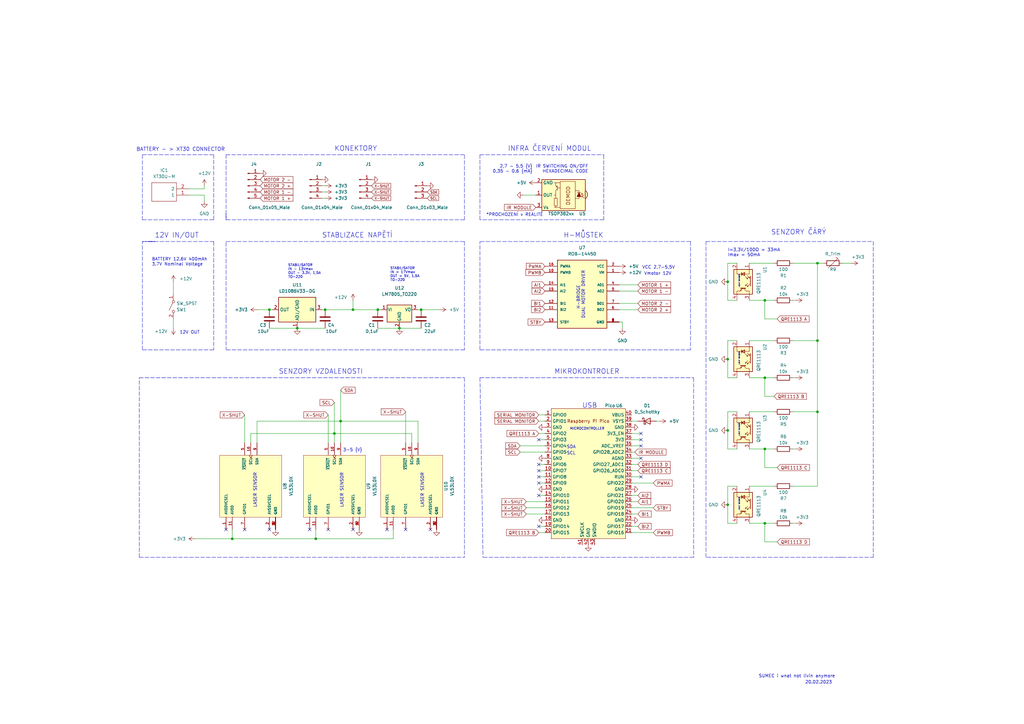
<source format=kicad_sch>
(kicad_sch (version 20211123) (generator eeschema)

  (uuid fc70a1a8-ed7c-4a0f-9b1a-f23293528385)

  (paper "A3")

  (lib_symbols
    (symbol "+5V_1" (power) (pin_names (offset 0)) (in_bom yes) (on_board yes)
      (property "Reference" "#PWR" (id 0) (at 0 -3.81 0)
        (effects (font (size 1.27 1.27)) hide)
      )
      (property "Value" "+5V_1" (id 1) (at 0 3.556 0)
        (effects (font (size 1.27 1.27)))
      )
      (property "Footprint" "" (id 2) (at 0 0 0)
        (effects (font (size 1.27 1.27)) hide)
      )
      (property "Datasheet" "" (id 3) (at 0 0 0)
        (effects (font (size 1.27 1.27)) hide)
      )
      (property "ki_keywords" "global power" (id 4) (at 0 0 0)
        (effects (font (size 1.27 1.27)) hide)
      )
      (property "ki_description" "Power symbol creates a global label with name \"+5V\"" (id 5) (at 0 0 0)
        (effects (font (size 1.27 1.27)) hide)
      )
      (symbol "+5V_1_0_1"
        (polyline
          (pts
            (xy -0.762 1.27)
            (xy 0 2.54)
          )
          (stroke (width 0) (type default) (color 0 0 0 0))
          (fill (type none))
        )
        (polyline
          (pts
            (xy 0 0)
            (xy 0 2.54)
          )
          (stroke (width 0) (type default) (color 0 0 0 0))
          (fill (type none))
        )
        (polyline
          (pts
            (xy 0 2.54)
            (xy 0.762 1.27)
          )
          (stroke (width 0) (type default) (color 0 0 0 0))
          (fill (type none))
        )
      )
      (symbol "+5V_1_1_1"
        (pin power_in line (at 0 0 90) (length 0) hide
          (name "+5V" (effects (font (size 1.27 1.27))))
          (number "1" (effects (font (size 1.27 1.27))))
        )
      )
    )
    (symbol "Connector:Conn_01x03_Male" (pin_names (offset 1.016) hide) (in_bom yes) (on_board yes)
      (property "Reference" "J" (id 0) (at 0 5.08 0)
        (effects (font (size 1.27 1.27)))
      )
      (property "Value" "Conn_01x03_Male" (id 1) (at 0 -5.08 0)
        (effects (font (size 1.27 1.27)))
      )
      (property "Footprint" "" (id 2) (at 0 0 0)
        (effects (font (size 1.27 1.27)) hide)
      )
      (property "Datasheet" "~" (id 3) (at 0 0 0)
        (effects (font (size 1.27 1.27)) hide)
      )
      (property "ki_keywords" "connector" (id 4) (at 0 0 0)
        (effects (font (size 1.27 1.27)) hide)
      )
      (property "ki_description" "Generic connector, single row, 01x03, script generated (kicad-library-utils/schlib/autogen/connector/)" (id 5) (at 0 0 0)
        (effects (font (size 1.27 1.27)) hide)
      )
      (property "ki_fp_filters" "Connector*:*_1x??_*" (id 6) (at 0 0 0)
        (effects (font (size 1.27 1.27)) hide)
      )
      (symbol "Conn_01x03_Male_1_1"
        (polyline
          (pts
            (xy 1.27 -2.54)
            (xy 0.8636 -2.54)
          )
          (stroke (width 0.1524) (type default) (color 0 0 0 0))
          (fill (type none))
        )
        (polyline
          (pts
            (xy 1.27 0)
            (xy 0.8636 0)
          )
          (stroke (width 0.1524) (type default) (color 0 0 0 0))
          (fill (type none))
        )
        (polyline
          (pts
            (xy 1.27 2.54)
            (xy 0.8636 2.54)
          )
          (stroke (width 0.1524) (type default) (color 0 0 0 0))
          (fill (type none))
        )
        (rectangle (start 0.8636 -2.413) (end 0 -2.667)
          (stroke (width 0.1524) (type default) (color 0 0 0 0))
          (fill (type outline))
        )
        (rectangle (start 0.8636 0.127) (end 0 -0.127)
          (stroke (width 0.1524) (type default) (color 0 0 0 0))
          (fill (type outline))
        )
        (rectangle (start 0.8636 2.667) (end 0 2.413)
          (stroke (width 0.1524) (type default) (color 0 0 0 0))
          (fill (type outline))
        )
        (pin passive line (at 5.08 2.54 180) (length 3.81)
          (name "Pin_1" (effects (font (size 1.27 1.27))))
          (number "1" (effects (font (size 1.27 1.27))))
        )
        (pin passive line (at 5.08 0 180) (length 3.81)
          (name "Pin_2" (effects (font (size 1.27 1.27))))
          (number "2" (effects (font (size 1.27 1.27))))
        )
        (pin passive line (at 5.08 -2.54 180) (length 3.81)
          (name "Pin_3" (effects (font (size 1.27 1.27))))
          (number "3" (effects (font (size 1.27 1.27))))
        )
      )
    )
    (symbol "Connector:Conn_01x04_Male" (pin_names (offset 1.016) hide) (in_bom yes) (on_board yes)
      (property "Reference" "J" (id 0) (at 0 5.08 0)
        (effects (font (size 1.27 1.27)))
      )
      (property "Value" "Conn_01x04_Male" (id 1) (at 0 -7.62 0)
        (effects (font (size 1.27 1.27)))
      )
      (property "Footprint" "" (id 2) (at 0 0 0)
        (effects (font (size 1.27 1.27)) hide)
      )
      (property "Datasheet" "~" (id 3) (at 0 0 0)
        (effects (font (size 1.27 1.27)) hide)
      )
      (property "ki_keywords" "connector" (id 4) (at 0 0 0)
        (effects (font (size 1.27 1.27)) hide)
      )
      (property "ki_description" "Generic connector, single row, 01x04, script generated (kicad-library-utils/schlib/autogen/connector/)" (id 5) (at 0 0 0)
        (effects (font (size 1.27 1.27)) hide)
      )
      (property "ki_fp_filters" "Connector*:*_1x??_*" (id 6) (at 0 0 0)
        (effects (font (size 1.27 1.27)) hide)
      )
      (symbol "Conn_01x04_Male_1_1"
        (polyline
          (pts
            (xy 1.27 -5.08)
            (xy 0.8636 -5.08)
          )
          (stroke (width 0.1524) (type default) (color 0 0 0 0))
          (fill (type none))
        )
        (polyline
          (pts
            (xy 1.27 -2.54)
            (xy 0.8636 -2.54)
          )
          (stroke (width 0.1524) (type default) (color 0 0 0 0))
          (fill (type none))
        )
        (polyline
          (pts
            (xy 1.27 0)
            (xy 0.8636 0)
          )
          (stroke (width 0.1524) (type default) (color 0 0 0 0))
          (fill (type none))
        )
        (polyline
          (pts
            (xy 1.27 2.54)
            (xy 0.8636 2.54)
          )
          (stroke (width 0.1524) (type default) (color 0 0 0 0))
          (fill (type none))
        )
        (rectangle (start 0.8636 -4.953) (end 0 -5.207)
          (stroke (width 0.1524) (type default) (color 0 0 0 0))
          (fill (type outline))
        )
        (rectangle (start 0.8636 -2.413) (end 0 -2.667)
          (stroke (width 0.1524) (type default) (color 0 0 0 0))
          (fill (type outline))
        )
        (rectangle (start 0.8636 0.127) (end 0 -0.127)
          (stroke (width 0.1524) (type default) (color 0 0 0 0))
          (fill (type outline))
        )
        (rectangle (start 0.8636 2.667) (end 0 2.413)
          (stroke (width 0.1524) (type default) (color 0 0 0 0))
          (fill (type outline))
        )
        (pin passive line (at 5.08 2.54 180) (length 3.81)
          (name "Pin_1" (effects (font (size 1.27 1.27))))
          (number "1" (effects (font (size 1.27 1.27))))
        )
        (pin passive line (at 5.08 0 180) (length 3.81)
          (name "Pin_2" (effects (font (size 1.27 1.27))))
          (number "2" (effects (font (size 1.27 1.27))))
        )
        (pin passive line (at 5.08 -2.54 180) (length 3.81)
          (name "Pin_3" (effects (font (size 1.27 1.27))))
          (number "3" (effects (font (size 1.27 1.27))))
        )
        (pin passive line (at 5.08 -5.08 180) (length 3.81)
          (name "Pin_4" (effects (font (size 1.27 1.27))))
          (number "4" (effects (font (size 1.27 1.27))))
        )
      )
    )
    (symbol "Connector:Conn_01x05_Male" (pin_names (offset 1.016) hide) (in_bom yes) (on_board yes)
      (property "Reference" "J" (id 0) (at 0 7.62 0)
        (effects (font (size 1.27 1.27)))
      )
      (property "Value" "Conn_01x05_Male" (id 1) (at 0 -7.62 0)
        (effects (font (size 1.27 1.27)))
      )
      (property "Footprint" "" (id 2) (at 0 0 0)
        (effects (font (size 1.27 1.27)) hide)
      )
      (property "Datasheet" "~" (id 3) (at 0 0 0)
        (effects (font (size 1.27 1.27)) hide)
      )
      (property "ki_keywords" "connector" (id 4) (at 0 0 0)
        (effects (font (size 1.27 1.27)) hide)
      )
      (property "ki_description" "Generic connector, single row, 01x05, script generated (kicad-library-utils/schlib/autogen/connector/)" (id 5) (at 0 0 0)
        (effects (font (size 1.27 1.27)) hide)
      )
      (property "ki_fp_filters" "Connector*:*_1x??_*" (id 6) (at 0 0 0)
        (effects (font (size 1.27 1.27)) hide)
      )
      (symbol "Conn_01x05_Male_1_1"
        (polyline
          (pts
            (xy 1.27 -5.08)
            (xy 0.8636 -5.08)
          )
          (stroke (width 0.1524) (type default) (color 0 0 0 0))
          (fill (type none))
        )
        (polyline
          (pts
            (xy 1.27 -2.54)
            (xy 0.8636 -2.54)
          )
          (stroke (width 0.1524) (type default) (color 0 0 0 0))
          (fill (type none))
        )
        (polyline
          (pts
            (xy 1.27 0)
            (xy 0.8636 0)
          )
          (stroke (width 0.1524) (type default) (color 0 0 0 0))
          (fill (type none))
        )
        (polyline
          (pts
            (xy 1.27 2.54)
            (xy 0.8636 2.54)
          )
          (stroke (width 0.1524) (type default) (color 0 0 0 0))
          (fill (type none))
        )
        (polyline
          (pts
            (xy 1.27 5.08)
            (xy 0.8636 5.08)
          )
          (stroke (width 0.1524) (type default) (color 0 0 0 0))
          (fill (type none))
        )
        (rectangle (start 0.8636 -4.953) (end 0 -5.207)
          (stroke (width 0.1524) (type default) (color 0 0 0 0))
          (fill (type outline))
        )
        (rectangle (start 0.8636 -2.413) (end 0 -2.667)
          (stroke (width 0.1524) (type default) (color 0 0 0 0))
          (fill (type outline))
        )
        (rectangle (start 0.8636 0.127) (end 0 -0.127)
          (stroke (width 0.1524) (type default) (color 0 0 0 0))
          (fill (type outline))
        )
        (rectangle (start 0.8636 2.667) (end 0 2.413)
          (stroke (width 0.1524) (type default) (color 0 0 0 0))
          (fill (type outline))
        )
        (rectangle (start 0.8636 5.207) (end 0 4.953)
          (stroke (width 0.1524) (type default) (color 0 0 0 0))
          (fill (type outline))
        )
        (pin passive line (at 5.08 5.08 180) (length 3.81)
          (name "Pin_1" (effects (font (size 1.27 1.27))))
          (number "1" (effects (font (size 1.27 1.27))))
        )
        (pin passive line (at 5.08 2.54 180) (length 3.81)
          (name "Pin_2" (effects (font (size 1.27 1.27))))
          (number "2" (effects (font (size 1.27 1.27))))
        )
        (pin passive line (at 5.08 0 180) (length 3.81)
          (name "Pin_3" (effects (font (size 1.27 1.27))))
          (number "3" (effects (font (size 1.27 1.27))))
        )
        (pin passive line (at 5.08 -2.54 180) (length 3.81)
          (name "Pin_4" (effects (font (size 1.27 1.27))))
          (number "4" (effects (font (size 1.27 1.27))))
        )
        (pin passive line (at 5.08 -5.08 180) (length 3.81)
          (name "Pin_5" (effects (font (size 1.27 1.27))))
          (number "5" (effects (font (size 1.27 1.27))))
        )
      )
    )
    (symbol "Device:C" (pin_numbers hide) (pin_names (offset 0.254)) (in_bom yes) (on_board yes)
      (property "Reference" "C" (id 0) (at 0.635 2.54 0)
        (effects (font (size 1.27 1.27)) (justify left))
      )
      (property "Value" "C" (id 1) (at 0.635 -2.54 0)
        (effects (font (size 1.27 1.27)) (justify left))
      )
      (property "Footprint" "" (id 2) (at 0.9652 -3.81 0)
        (effects (font (size 1.27 1.27)) hide)
      )
      (property "Datasheet" "~" (id 3) (at 0 0 0)
        (effects (font (size 1.27 1.27)) hide)
      )
      (property "ki_keywords" "cap capacitor" (id 4) (at 0 0 0)
        (effects (font (size 1.27 1.27)) hide)
      )
      (property "ki_description" "Unpolarized capacitor" (id 5) (at 0 0 0)
        (effects (font (size 1.27 1.27)) hide)
      )
      (property "ki_fp_filters" "C_*" (id 6) (at 0 0 0)
        (effects (font (size 1.27 1.27)) hide)
      )
      (symbol "C_0_1"
        (polyline
          (pts
            (xy -2.032 -0.762)
            (xy 2.032 -0.762)
          )
          (stroke (width 0.508) (type default) (color 0 0 0 0))
          (fill (type none))
        )
        (polyline
          (pts
            (xy -2.032 0.762)
            (xy 2.032 0.762)
          )
          (stroke (width 0.508) (type default) (color 0 0 0 0))
          (fill (type none))
        )
      )
      (symbol "C_1_1"
        (pin passive line (at 0 3.81 270) (length 2.794)
          (name "~" (effects (font (size 1.27 1.27))))
          (number "1" (effects (font (size 1.27 1.27))))
        )
        (pin passive line (at 0 -3.81 90) (length 2.794)
          (name "~" (effects (font (size 1.27 1.27))))
          (number "2" (effects (font (size 1.27 1.27))))
        )
      )
    )
    (symbol "Device:D_Schottky" (pin_numbers hide) (pin_names (offset 1.016) hide) (in_bom yes) (on_board yes)
      (property "Reference" "D" (id 0) (at 0 2.54 0)
        (effects (font (size 1.27 1.27)))
      )
      (property "Value" "D_Schottky" (id 1) (at 0 -2.54 0)
        (effects (font (size 1.27 1.27)))
      )
      (property "Footprint" "" (id 2) (at 0 0 0)
        (effects (font (size 1.27 1.27)) hide)
      )
      (property "Datasheet" "~" (id 3) (at 0 0 0)
        (effects (font (size 1.27 1.27)) hide)
      )
      (property "ki_keywords" "diode Schottky" (id 4) (at 0 0 0)
        (effects (font (size 1.27 1.27)) hide)
      )
      (property "ki_description" "Schottky diode" (id 5) (at 0 0 0)
        (effects (font (size 1.27 1.27)) hide)
      )
      (property "ki_fp_filters" "TO-???* *_Diode_* *SingleDiode* D_*" (id 6) (at 0 0 0)
        (effects (font (size 1.27 1.27)) hide)
      )
      (symbol "D_Schottky_0_1"
        (polyline
          (pts
            (xy 1.27 0)
            (xy -1.27 0)
          )
          (stroke (width 0) (type default) (color 0 0 0 0))
          (fill (type none))
        )
        (polyline
          (pts
            (xy 1.27 1.27)
            (xy 1.27 -1.27)
            (xy -1.27 0)
            (xy 1.27 1.27)
          )
          (stroke (width 0.254) (type default) (color 0 0 0 0))
          (fill (type none))
        )
        (polyline
          (pts
            (xy -1.905 0.635)
            (xy -1.905 1.27)
            (xy -1.27 1.27)
            (xy -1.27 -1.27)
            (xy -0.635 -1.27)
            (xy -0.635 -0.635)
          )
          (stroke (width 0.254) (type default) (color 0 0 0 0))
          (fill (type none))
        )
      )
      (symbol "D_Schottky_1_1"
        (pin passive line (at -3.81 0 0) (length 2.54)
          (name "K" (effects (font (size 1.27 1.27))))
          (number "1" (effects (font (size 1.27 1.27))))
        )
        (pin passive line (at 3.81 0 180) (length 2.54)
          (name "A" (effects (font (size 1.27 1.27))))
          (number "2" (effects (font (size 1.27 1.27))))
        )
      )
    )
    (symbol "Device:R" (pin_numbers hide) (pin_names (offset 0)) (in_bom yes) (on_board yes)
      (property "Reference" "R" (id 0) (at 2.032 0 90)
        (effects (font (size 1.27 1.27)))
      )
      (property "Value" "R" (id 1) (at 0 0 90)
        (effects (font (size 1.27 1.27)))
      )
      (property "Footprint" "" (id 2) (at -1.778 0 90)
        (effects (font (size 1.27 1.27)) hide)
      )
      (property "Datasheet" "~" (id 3) (at 0 0 0)
        (effects (font (size 1.27 1.27)) hide)
      )
      (property "ki_keywords" "R res resistor" (id 4) (at 0 0 0)
        (effects (font (size 1.27 1.27)) hide)
      )
      (property "ki_description" "Resistor" (id 5) (at 0 0 0)
        (effects (font (size 1.27 1.27)) hide)
      )
      (property "ki_fp_filters" "R_*" (id 6) (at 0 0 0)
        (effects (font (size 1.27 1.27)) hide)
      )
      (symbol "R_0_1"
        (rectangle (start -1.016 -2.54) (end 1.016 2.54)
          (stroke (width 0.254) (type default) (color 0 0 0 0))
          (fill (type none))
        )
      )
      (symbol "R_1_1"
        (pin passive line (at 0 3.81 270) (length 1.27)
          (name "~" (effects (font (size 1.27 1.27))))
          (number "1" (effects (font (size 1.27 1.27))))
        )
        (pin passive line (at 0 -3.81 90) (length 1.27)
          (name "~" (effects (font (size 1.27 1.27))))
          (number "2" (effects (font (size 1.27 1.27))))
        )
      )
    )
    (symbol "Device:R_Trim" (pin_numbers hide) (pin_names (offset 0)) (in_bom yes) (on_board yes)
      (property "Reference" "R" (id 0) (at 2.54 -2.54 90)
        (effects (font (size 1.27 1.27)) (justify left))
      )
      (property "Value" "R_Trim" (id 1) (at -2.54 -0.635 90)
        (effects (font (size 1.27 1.27)) (justify left))
      )
      (property "Footprint" "" (id 2) (at -1.778 0 90)
        (effects (font (size 1.27 1.27)) hide)
      )
      (property "Datasheet" "~" (id 3) (at 0 0 0)
        (effects (font (size 1.27 1.27)) hide)
      )
      (property "ki_keywords" "R res resistor variable potentiometer trimmer" (id 4) (at 0 0 0)
        (effects (font (size 1.27 1.27)) hide)
      )
      (property "ki_description" "Trimmable resistor (preset resistor)" (id 5) (at 0 0 0)
        (effects (font (size 1.27 1.27)) hide)
      )
      (property "ki_fp_filters" "R_*" (id 6) (at 0 0 0)
        (effects (font (size 1.27 1.27)) hide)
      )
      (symbol "R_Trim_0_1"
        (rectangle (start -1.016 -2.54) (end 1.016 2.54)
          (stroke (width 0.254) (type default) (color 0 0 0 0))
          (fill (type none))
        )
        (polyline
          (pts
            (xy -1.905 -1.905)
            (xy 1.905 1.905)
            (xy 2.54 1.27)
            (xy 1.27 2.54)
          )
          (stroke (width 0) (type default) (color 0 0 0 0))
          (fill (type none))
        )
      )
      (symbol "R_Trim_1_1"
        (pin passive line (at 0 3.81 270) (length 1.27)
          (name "~" (effects (font (size 1.27 1.27))))
          (number "1" (effects (font (size 1.27 1.27))))
        )
        (pin passive line (at 0 -3.81 90) (length 1.27)
          (name "~" (effects (font (size 1.27 1.27))))
          (number "2" (effects (font (size 1.27 1.27))))
        )
      )
    )
    (symbol "Interface_Optical:TSOP382xx" (in_bom yes) (on_board yes)
      (property "Reference" "U" (id 0) (at -10.16 7.62 0)
        (effects (font (size 1.27 1.27)) (justify left))
      )
      (property "Value" "TSOP382xx" (id 1) (at -10.16 -7.62 0)
        (effects (font (size 1.27 1.27)) (justify left))
      )
      (property "Footprint" "OptoDevice:Vishay_MINICAST-3Pin" (id 2) (at -1.27 -9.525 0)
        (effects (font (size 1.27 1.27)) hide)
      )
      (property "Datasheet" "http://www.vishay.com/docs/82491/tsop382.pdf" (id 3) (at 16.51 7.62 0)
        (effects (font (size 1.27 1.27)) hide)
      )
      (property "ki_keywords" "opto IR receiver" (id 4) (at 0 0 0)
        (effects (font (size 1.27 1.27)) hide)
      )
      (property "ki_description" "Photo Modules for PCM Remote Control Systems" (id 5) (at 0 0 0)
        (effects (font (size 1.27 1.27)) hide)
      )
      (property "ki_fp_filters" "Vishay*MINICAST*" (id 6) (at 0 0 0)
        (effects (font (size 1.27 1.27)) hide)
      )
      (symbol "TSOP382xx_0_0"
        (arc (start -10.287 1.397) (mid -11.0899 -0.1852) (end -10.287 -1.778)
          (stroke (width 0.254) (type default) (color 0 0 0 0))
          (fill (type background))
        )
        (polyline
          (pts
            (xy 1.905 -5.08)
            (xy 0.127 -5.08)
          )
          (stroke (width 0) (type default) (color 0 0 0 0))
          (fill (type none))
        )
        (polyline
          (pts
            (xy 1.905 5.08)
            (xy 0.127 5.08)
          )
          (stroke (width 0) (type default) (color 0 0 0 0))
          (fill (type none))
        )
        (text "DEMOD" (at -3.175 0.254 900)
          (effects (font (size 1.524 1.524)))
        )
      )
      (symbol "TSOP382xx_0_1"
        (rectangle (start -6.096 5.588) (end 0.127 -5.588)
          (stroke (width 0) (type default) (color 0 0 0 0))
          (fill (type none))
        )
        (polyline
          (pts
            (xy -8.763 0.381)
            (xy -9.652 1.27)
          )
          (stroke (width 0) (type default) (color 0 0 0 0))
          (fill (type none))
        )
        (polyline
          (pts
            (xy -8.763 0.381)
            (xy -9.271 0.381)
          )
          (stroke (width 0) (type default) (color 0 0 0 0))
          (fill (type none))
        )
        (polyline
          (pts
            (xy -8.763 0.381)
            (xy -8.763 0.889)
          )
          (stroke (width 0) (type default) (color 0 0 0 0))
          (fill (type none))
        )
        (polyline
          (pts
            (xy -8.636 -0.635)
            (xy -9.525 0.254)
          )
          (stroke (width 0) (type default) (color 0 0 0 0))
          (fill (type none))
        )
        (polyline
          (pts
            (xy -8.636 -0.635)
            (xy -9.144 -0.635)
          )
          (stroke (width 0) (type default) (color 0 0 0 0))
          (fill (type none))
        )
        (polyline
          (pts
            (xy -8.636 -0.635)
            (xy -8.636 -0.127)
          )
          (stroke (width 0) (type default) (color 0 0 0 0))
          (fill (type none))
        )
        (polyline
          (pts
            (xy -8.382 -1.016)
            (xy -6.731 -1.016)
          )
          (stroke (width 0) (type default) (color 0 0 0 0))
          (fill (type none))
        )
        (polyline
          (pts
            (xy 1.27 -2.921)
            (xy 0.127 -2.921)
          )
          (stroke (width 0) (type default) (color 0 0 0 0))
          (fill (type none))
        )
        (polyline
          (pts
            (xy 1.27 -1.905)
            (xy 1.27 -3.81)
          )
          (stroke (width 0) (type default) (color 0 0 0 0))
          (fill (type none))
        )
        (polyline
          (pts
            (xy 1.397 -3.556)
            (xy 1.524 -3.556)
          )
          (stroke (width 0) (type default) (color 0 0 0 0))
          (fill (type none))
        )
        (polyline
          (pts
            (xy 1.651 -3.556)
            (xy 1.524 -3.556)
          )
          (stroke (width 0) (type default) (color 0 0 0 0))
          (fill (type none))
        )
        (polyline
          (pts
            (xy 1.651 -3.556)
            (xy 1.651 -3.302)
          )
          (stroke (width 0) (type default) (color 0 0 0 0))
          (fill (type none))
        )
        (polyline
          (pts
            (xy 1.905 0)
            (xy 1.905 1.27)
          )
          (stroke (width 0) (type default) (color 0 0 0 0))
          (fill (type none))
        )
        (polyline
          (pts
            (xy 1.905 4.445)
            (xy 1.905 5.08)
            (xy 2.54 5.08)
          )
          (stroke (width 0) (type default) (color 0 0 0 0))
          (fill (type none))
        )
        (polyline
          (pts
            (xy -8.382 0.635)
            (xy -6.731 0.635)
            (xy -7.62 -1.016)
            (xy -8.382 0.635)
          )
          (stroke (width 0) (type default) (color 0 0 0 0))
          (fill (type outline))
        )
        (polyline
          (pts
            (xy -6.096 1.397)
            (xy -7.62 1.397)
            (xy -7.62 -1.778)
            (xy -6.096 -1.778)
          )
          (stroke (width 0) (type default) (color 0 0 0 0))
          (fill (type none))
        )
        (polyline
          (pts
            (xy 1.27 -3.175)
            (xy 1.905 -3.81)
            (xy 1.905 -5.08)
            (xy 2.54 -5.08)
          )
          (stroke (width 0) (type default) (color 0 0 0 0))
          (fill (type none))
        )
        (polyline
          (pts
            (xy 1.27 -2.54)
            (xy 1.905 -1.905)
            (xy 1.905 0)
            (xy 2.54 0)
          )
          (stroke (width 0) (type default) (color 0 0 0 0))
          (fill (type none))
        )
        (rectangle (start 2.54 1.27) (end 1.27 4.445)
          (stroke (width 0) (type default) (color 0 0 0 0))
          (fill (type none))
        )
        (rectangle (start 7.62 6.35) (end -10.16 -6.35)
          (stroke (width 0.254) (type default) (color 0 0 0 0))
          (fill (type background))
        )
      )
      (symbol "TSOP382xx_1_1"
        (pin output line (at 10.16 0 180) (length 2.54)
          (name "OUT" (effects (font (size 1.27 1.27))))
          (number "1" (effects (font (size 1.27 1.27))))
        )
        (pin power_in line (at 10.16 -5.08 180) (length 2.54)
          (name "GND" (effects (font (size 1.27 1.27))))
          (number "2" (effects (font (size 1.27 1.27))))
        )
        (pin power_in line (at 10.16 5.08 180) (length 2.54)
          (name "Vs" (effects (font (size 1.27 1.27))))
          (number "3" (effects (font (size 1.27 1.27))))
        )
      )
    )
    (symbol "MCU_RaspberryPi_and_Boards:Pico" (in_bom yes) (on_board yes)
      (property "Reference" "U" (id 0) (at -13.97 27.94 0)
        (effects (font (size 1.27 1.27)))
      )
      (property "Value" "Pico" (id 1) (at 0 19.05 0)
        (effects (font (size 1.27 1.27)))
      )
      (property "Footprint" "RPi_Pico:RPi_Pico_SMD_TH" (id 2) (at 0 0 90)
        (effects (font (size 1.27 1.27)) hide)
      )
      (property "Datasheet" "" (id 3) (at 0 0 0)
        (effects (font (size 1.27 1.27)) hide)
      )
      (symbol "Pico_0_0"
        (text "Raspberry Pi Pico" (at 0 21.59 0)
          (effects (font (size 1.27 1.27)))
        )
      )
      (symbol "Pico_0_1"
        (rectangle (start -15.24 26.67) (end 15.24 -26.67)
          (stroke (width 0) (type default) (color 0 0 0 0))
          (fill (type background))
        )
      )
      (symbol "Pico_1_1"
        (pin bidirectional line (at -17.78 24.13 0) (length 2.54)
          (name "GPIO0" (effects (font (size 1.27 1.27))))
          (number "1" (effects (font (size 1.27 1.27))))
        )
        (pin bidirectional line (at -17.78 1.27 0) (length 2.54)
          (name "GPIO7" (effects (font (size 1.27 1.27))))
          (number "10" (effects (font (size 1.27 1.27))))
        )
        (pin bidirectional line (at -17.78 -1.27 0) (length 2.54)
          (name "GPIO8" (effects (font (size 1.27 1.27))))
          (number "11" (effects (font (size 1.27 1.27))))
        )
        (pin bidirectional line (at -17.78 -3.81 0) (length 2.54)
          (name "GPIO9" (effects (font (size 1.27 1.27))))
          (number "12" (effects (font (size 1.27 1.27))))
        )
        (pin power_in line (at -17.78 -6.35 0) (length 2.54)
          (name "GND" (effects (font (size 1.27 1.27))))
          (number "13" (effects (font (size 1.27 1.27))))
        )
        (pin bidirectional line (at -17.78 -8.89 0) (length 2.54)
          (name "GPIO10" (effects (font (size 1.27 1.27))))
          (number "14" (effects (font (size 1.27 1.27))))
        )
        (pin bidirectional line (at -17.78 -11.43 0) (length 2.54)
          (name "GPIO11" (effects (font (size 1.27 1.27))))
          (number "15" (effects (font (size 1.27 1.27))))
        )
        (pin bidirectional line (at -17.78 -13.97 0) (length 2.54)
          (name "GPIO12" (effects (font (size 1.27 1.27))))
          (number "16" (effects (font (size 1.27 1.27))))
        )
        (pin bidirectional line (at -17.78 -16.51 0) (length 2.54)
          (name "GPIO13" (effects (font (size 1.27 1.27))))
          (number "17" (effects (font (size 1.27 1.27))))
        )
        (pin power_in line (at -17.78 -19.05 0) (length 2.54)
          (name "GND" (effects (font (size 1.27 1.27))))
          (number "18" (effects (font (size 1.27 1.27))))
        )
        (pin bidirectional line (at -17.78 -21.59 0) (length 2.54)
          (name "GPIO14" (effects (font (size 1.27 1.27))))
          (number "19" (effects (font (size 1.27 1.27))))
        )
        (pin bidirectional line (at -17.78 21.59 0) (length 2.54)
          (name "GPIO1" (effects (font (size 1.27 1.27))))
          (number "2" (effects (font (size 1.27 1.27))))
        )
        (pin bidirectional line (at -17.78 -24.13 0) (length 2.54)
          (name "GPIO15" (effects (font (size 1.27 1.27))))
          (number "20" (effects (font (size 1.27 1.27))))
        )
        (pin bidirectional line (at 17.78 -24.13 180) (length 2.54)
          (name "GPIO16" (effects (font (size 1.27 1.27))))
          (number "21" (effects (font (size 1.27 1.27))))
        )
        (pin bidirectional line (at 17.78 -21.59 180) (length 2.54)
          (name "GPIO17" (effects (font (size 1.27 1.27))))
          (number "22" (effects (font (size 1.27 1.27))))
        )
        (pin power_in line (at 17.78 -19.05 180) (length 2.54)
          (name "GND" (effects (font (size 1.27 1.27))))
          (number "23" (effects (font (size 1.27 1.27))))
        )
        (pin bidirectional line (at 17.78 -16.51 180) (length 2.54)
          (name "GPIO18" (effects (font (size 1.27 1.27))))
          (number "24" (effects (font (size 1.27 1.27))))
        )
        (pin bidirectional line (at 17.78 -13.97 180) (length 2.54)
          (name "GPIO19" (effects (font (size 1.27 1.27))))
          (number "25" (effects (font (size 1.27 1.27))))
        )
        (pin bidirectional line (at 17.78 -11.43 180) (length 2.54)
          (name "GPIO20" (effects (font (size 1.27 1.27))))
          (number "26" (effects (font (size 1.27 1.27))))
        )
        (pin bidirectional line (at 17.78 -8.89 180) (length 2.54)
          (name "GPIO21" (effects (font (size 1.27 1.27))))
          (number "27" (effects (font (size 1.27 1.27))))
        )
        (pin power_in line (at 17.78 -6.35 180) (length 2.54)
          (name "GND" (effects (font (size 1.27 1.27))))
          (number "28" (effects (font (size 1.27 1.27))))
        )
        (pin bidirectional line (at 17.78 -3.81 180) (length 2.54)
          (name "GPIO22" (effects (font (size 1.27 1.27))))
          (number "29" (effects (font (size 1.27 1.27))))
        )
        (pin power_in line (at -17.78 19.05 0) (length 2.54)
          (name "GND" (effects (font (size 1.27 1.27))))
          (number "3" (effects (font (size 1.27 1.27))))
        )
        (pin input line (at 17.78 -1.27 180) (length 2.54)
          (name "RUN" (effects (font (size 1.27 1.27))))
          (number "30" (effects (font (size 1.27 1.27))))
        )
        (pin bidirectional line (at 17.78 1.27 180) (length 2.54)
          (name "GPIO26_ADC0" (effects (font (size 1.27 1.27))))
          (number "31" (effects (font (size 1.27 1.27))))
        )
        (pin bidirectional line (at 17.78 3.81 180) (length 2.54)
          (name "GPIO27_ADC1" (effects (font (size 1.27 1.27))))
          (number "32" (effects (font (size 1.27 1.27))))
        )
        (pin power_in line (at 17.78 6.35 180) (length 2.54)
          (name "AGND" (effects (font (size 1.27 1.27))))
          (number "33" (effects (font (size 1.27 1.27))))
        )
        (pin bidirectional line (at 17.78 8.89 180) (length 2.54)
          (name "GPIO28_ADC2" (effects (font (size 1.27 1.27))))
          (number "34" (effects (font (size 1.27 1.27))))
        )
        (pin power_in line (at 17.78 11.43 180) (length 2.54)
          (name "ADC_VREF" (effects (font (size 1.27 1.27))))
          (number "35" (effects (font (size 1.27 1.27))))
        )
        (pin power_in line (at 17.78 13.97 180) (length 2.54)
          (name "3V3" (effects (font (size 1.27 1.27))))
          (number "36" (effects (font (size 1.27 1.27))))
        )
        (pin input line (at 17.78 16.51 180) (length 2.54)
          (name "3V3_EN" (effects (font (size 1.27 1.27))))
          (number "37" (effects (font (size 1.27 1.27))))
        )
        (pin bidirectional line (at 17.78 19.05 180) (length 2.54)
          (name "GND" (effects (font (size 1.27 1.27))))
          (number "38" (effects (font (size 1.27 1.27))))
        )
        (pin power_in line (at 17.78 21.59 180) (length 2.54)
          (name "VSYS" (effects (font (size 1.27 1.27))))
          (number "39" (effects (font (size 1.27 1.27))))
        )
        (pin bidirectional line (at -17.78 16.51 0) (length 2.54)
          (name "GPIO2" (effects (font (size 1.27 1.27))))
          (number "4" (effects (font (size 1.27 1.27))))
        )
        (pin power_in line (at 17.78 24.13 180) (length 2.54)
          (name "VBUS" (effects (font (size 1.27 1.27))))
          (number "40" (effects (font (size 1.27 1.27))))
        )
        (pin input line (at -2.54 -29.21 90) (length 2.54)
          (name "SWCLK" (effects (font (size 1.27 1.27))))
          (number "41" (effects (font (size 1.27 1.27))))
        )
        (pin power_in line (at 0 -29.21 90) (length 2.54)
          (name "GND" (effects (font (size 1.27 1.27))))
          (number "42" (effects (font (size 1.27 1.27))))
        )
        (pin bidirectional line (at 2.54 -29.21 90) (length 2.54)
          (name "SWDIO" (effects (font (size 1.27 1.27))))
          (number "43" (effects (font (size 1.27 1.27))))
        )
        (pin bidirectional line (at -17.78 13.97 0) (length 2.54)
          (name "GPIO3" (effects (font (size 1.27 1.27))))
          (number "5" (effects (font (size 1.27 1.27))))
        )
        (pin bidirectional line (at -17.78 11.43 0) (length 2.54)
          (name "GPIO4" (effects (font (size 1.27 1.27))))
          (number "6" (effects (font (size 1.27 1.27))))
        )
        (pin bidirectional line (at -17.78 8.89 0) (length 2.54)
          (name "GPIO5" (effects (font (size 1.27 1.27))))
          (number "7" (effects (font (size 1.27 1.27))))
        )
        (pin power_in line (at -17.78 6.35 0) (length 2.54)
          (name "GND" (effects (font (size 1.27 1.27))))
          (number "8" (effects (font (size 1.27 1.27))))
        )
        (pin bidirectional line (at -17.78 3.81 0) (length 2.54)
          (name "GPIO6" (effects (font (size 1.27 1.27))))
          (number "9" (effects (font (size 1.27 1.27))))
        )
      )
    )
    (symbol "ROB-14450:ROB-14450" (pin_names (offset 1.016)) (in_bom yes) (on_board yes)
      (property "Reference" "U" (id 0) (at -10.16 16.002 0)
        (effects (font (size 1.27 1.27)) (justify left bottom))
      )
      (property "Value" "ROB-14450" (id 1) (at -10.16 -15.24 0)
        (effects (font (size 1.27 1.27)) (justify left bottom))
      )
      (property "Footprint" "MODULE_ROB-14450" (id 2) (at 0 0 0)
        (effects (font (size 1.27 1.27)) (justify bottom) hide)
      )
      (property "Datasheet" "" (id 3) (at 0 0 0)
        (effects (font (size 1.27 1.27)) hide)
      )
      (property "MANUFACTURER" "Sparkfun Electronics" (id 4) (at 0 0 0)
        (effects (font (size 1.27 1.27)) (justify bottom) hide)
      )
      (property "PARTREV" "11-13-17" (id 5) (at 0 0 0)
        (effects (font (size 1.27 1.27)) (justify bottom) hide)
      )
      (property "STANDARD" "Manufacturer Recommendation" (id 6) (at 0 0 0)
        (effects (font (size 1.27 1.27)) (justify bottom) hide)
      )
      (symbol "ROB-14450_0_0"
        (rectangle (start -10.16 -12.7) (end 10.16 15.24)
          (stroke (width 0.254) (type default) (color 0 0 0 0))
          (fill (type background))
        )
        (pin power_in line (at 15.24 10.16 180) (length 5.08)
          (name "VM" (effects (font (size 1.016 1.016))))
          (number "1" (effects (font (size 1.016 1.016))))
        )
        (pin input line (at -15.24 10.16 0) (length 5.08)
          (name "PWMB" (effects (font (size 1.016 1.016))))
          (number "10" (effects (font (size 1.016 1.016))))
        )
        (pin input line (at -15.24 -5.08 0) (length 5.08)
          (name "BI2" (effects (font (size 1.016 1.016))))
          (number "11" (effects (font (size 1.016 1.016))))
        )
        (pin input line (at -15.24 -2.54 0) (length 5.08)
          (name "BI1" (effects (font (size 1.016 1.016))))
          (number "12" (effects (font (size 1.016 1.016))))
        )
        (pin input line (at -15.24 -10.16 0) (length 5.08)
          (name "STBY" (effects (font (size 1.016 1.016))))
          (number "13" (effects (font (size 1.016 1.016))))
        )
        (pin input line (at -15.24 5.08 0) (length 5.08)
          (name "AI1" (effects (font (size 1.016 1.016))))
          (number "14" (effects (font (size 1.016 1.016))))
        )
        (pin input line (at -15.24 2.54 0) (length 5.08)
          (name "AI2" (effects (font (size 1.016 1.016))))
          (number "15" (effects (font (size 1.016 1.016))))
        )
        (pin input line (at -15.24 12.7 0) (length 5.08)
          (name "PWMA" (effects (font (size 1.016 1.016))))
          (number "16" (effects (font (size 1.016 1.016))))
        )
        (pin power_in line (at 15.24 12.7 180) (length 5.08)
          (name "VCC" (effects (font (size 1.016 1.016))))
          (number "2" (effects (font (size 1.016 1.016))))
        )
        (pin power_in line (at 15.24 -10.16 180) (length 5.08)
          (name "GND" (effects (font (size 1.016 1.016))))
          (number "3" (effects (font (size 1.016 1.016))))
        )
        (pin output line (at 15.24 5.08 180) (length 5.08)
          (name "A01" (effects (font (size 1.016 1.016))))
          (number "4" (effects (font (size 1.016 1.016))))
        )
        (pin output line (at 15.24 2.54 180) (length 5.08)
          (name "A02" (effects (font (size 1.016 1.016))))
          (number "5" (effects (font (size 1.016 1.016))))
        )
        (pin output line (at 15.24 -5.08 180) (length 5.08)
          (name "B02" (effects (font (size 1.016 1.016))))
          (number "6" (effects (font (size 1.016 1.016))))
        )
        (pin output line (at 15.24 -2.54 180) (length 5.08)
          (name "B01" (effects (font (size 1.016 1.016))))
          (number "7" (effects (font (size 1.016 1.016))))
        )
        (pin power_in line (at 15.24 -10.16 180) (length 5.08)
          (name "GND" (effects (font (size 1.016 1.016))))
          (number "8" (effects (font (size 1.016 1.016))))
        )
        (pin power_in line (at 15.24 -10.16 180) (length 5.08)
          (name "GND" (effects (font (size 1.016 1.016))))
          (number "9" (effects (font (size 1.016 1.016))))
        )
      )
    )
    (symbol "Regulator_Linear:LD1086V33-DG" (in_bom yes) (on_board yes)
      (property "Reference" "U" (id 0) (at 0 10.16 0)
        (effects (font (size 1.27 1.27)))
      )
      (property "Value" "LD1086V33-DG" (id 1) (at 0 7.62 0)
        (effects (font (size 1.27 1.27)))
      )
      (property "Footprint" "Package_TO_SOT_THT:TO-220-3_Vertical" (id 2) (at 0 12.7 0)
        (effects (font (size 1.27 1.27)) hide)
      )
      (property "Datasheet" "https://www.st.com/resource/en/datasheet/ld1086.pdf" (id 3) (at 0 15.24 0)
        (effects (font (size 1.27 1.27)) hide)
      )
      (property "ki_keywords" "Linear Regulator 1.5A Fixed Output" (id 4) (at 0 0 0)
        (effects (font (size 1.27 1.27)) hide)
      )
      (property "ki_description" "Positive, 1.5A 30V, Linear Regulator, Fixed Output 3.3V, TO-220" (id 5) (at 0 0 0)
        (effects (font (size 1.27 1.27)) hide)
      )
      (property "ki_fp_filters" "TO?220*" (id 6) (at 0 0 0)
        (effects (font (size 1.27 1.27)) hide)
      )
      (symbol "LD1086V33-DG_1_1"
        (rectangle (start -7.62 -5.08) (end 7.62 5.08)
          (stroke (width 0.254) (type default) (color 0 0 0 0))
          (fill (type background))
        )
        (pin input line (at 0 -7.62 90) (length 2.54)
          (name "ADJ/GND" (effects (font (size 1.27 1.27))))
          (number "1" (effects (font (size 1.27 1.27))))
        )
        (pin power_out line (at 10.16 0 180) (length 2.54)
          (name "OUT" (effects (font (size 1.27 1.27))))
          (number "2" (effects (font (size 1.27 1.27))))
        )
        (pin power_in line (at -10.16 0 0) (length 2.54)
          (name "IN" (effects (font (size 1.27 1.27))))
          (number "3" (effects (font (size 1.27 1.27))))
        )
      )
    )
    (symbol "Regulator_Linear:LM7805_TO220" (pin_names (offset 0.254)) (in_bom yes) (on_board yes)
      (property "Reference" "U" (id 0) (at -3.81 3.175 0)
        (effects (font (size 1.27 1.27)))
      )
      (property "Value" "LM7805_TO220" (id 1) (at 0 3.175 0)
        (effects (font (size 1.27 1.27)) (justify left))
      )
      (property "Footprint" "Package_TO_SOT_THT:TO-220-3_Vertical" (id 2) (at 0 5.715 0)
        (effects (font (size 1.27 1.27) italic) hide)
      )
      (property "Datasheet" "https://www.onsemi.cn/PowerSolutions/document/MC7800-D.PDF" (id 3) (at 0 -1.27 0)
        (effects (font (size 1.27 1.27)) hide)
      )
      (property "ki_keywords" "Voltage Regulator 1A Positive" (id 4) (at 0 0 0)
        (effects (font (size 1.27 1.27)) hide)
      )
      (property "ki_description" "Positive 1A 35V Linear Regulator, Fixed Output 5V, TO-220" (id 5) (at 0 0 0)
        (effects (font (size 1.27 1.27)) hide)
      )
      (property "ki_fp_filters" "TO?220*" (id 6) (at 0 0 0)
        (effects (font (size 1.27 1.27)) hide)
      )
      (symbol "LM7805_TO220_0_1"
        (rectangle (start -5.08 1.905) (end 5.08 -5.08)
          (stroke (width 0.254) (type default) (color 0 0 0 0))
          (fill (type background))
        )
      )
      (symbol "LM7805_TO220_1_1"
        (pin power_in line (at -7.62 0 0) (length 2.54)
          (name "VI" (effects (font (size 1.27 1.27))))
          (number "1" (effects (font (size 1.27 1.27))))
        )
        (pin power_in line (at 0 -7.62 90) (length 2.54)
          (name "GND" (effects (font (size 1.27 1.27))))
          (number "2" (effects (font (size 1.27 1.27))))
        )
        (pin power_out line (at 7.62 0 180) (length 2.54)
          (name "VO" (effects (font (size 1.27 1.27))))
          (number "3" (effects (font (size 1.27 1.27))))
        )
      )
    )
    (symbol "SamacSys_Parts:XT30U-M" (pin_names (offset 0.762)) (in_bom yes) (on_board yes)
      (property "Reference" "IC" (id 0) (at 16.51 7.62 0)
        (effects (font (size 1.27 1.27)) (justify left))
      )
      (property "Value" "XT30U-M" (id 1) (at 16.51 5.08 0)
        (effects (font (size 1.27 1.27)) (justify left))
      )
      (property "Footprint" "XT30UM" (id 2) (at 16.51 2.54 0)
        (effects (font (size 1.27 1.27)) (justify left) hide)
      )
      (property "Datasheet" "https://www.tme.eu/Document/3cbfa5cfa544d79584972dd5234a409e/XT30U%20SPEC.pdf" (id 3) (at 16.51 0 0)
        (effects (font (size 1.27 1.27)) (justify left) hide)
      )
      (property "Description" "Plug; DC supply; XT30; male; PIN: 2; for cable; soldering; 15A; 500V" (id 4) (at 16.51 -2.54 0)
        (effects (font (size 1.27 1.27)) (justify left) hide)
      )
      (property "Height" "10.7" (id 5) (at 16.51 -5.08 0)
        (effects (font (size 1.27 1.27)) (justify left) hide)
      )
      (property "Manufacturer_Name" "Amass" (id 6) (at 16.51 -7.62 0)
        (effects (font (size 1.27 1.27)) (justify left) hide)
      )
      (property "Manufacturer_Part_Number" "XT30U-M" (id 7) (at 16.51 -10.16 0)
        (effects (font (size 1.27 1.27)) (justify left) hide)
      )
      (property "Mouser Part Number" "" (id 8) (at 16.51 -12.7 0)
        (effects (font (size 1.27 1.27)) (justify left) hide)
      )
      (property "Mouser Price/Stock" "" (id 9) (at 16.51 -15.24 0)
        (effects (font (size 1.27 1.27)) (justify left) hide)
      )
      (property "Arrow Part Number" "" (id 10) (at 16.51 -17.78 0)
        (effects (font (size 1.27 1.27)) (justify left) hide)
      )
      (property "Arrow Price/Stock" "" (id 11) (at 16.51 -20.32 0)
        (effects (font (size 1.27 1.27)) (justify left) hide)
      )
      (property "Mouser Testing Part Number" "" (id 12) (at 16.51 -22.86 0)
        (effects (font (size 1.27 1.27)) (justify left) hide)
      )
      (property "Mouser Testing Price/Stock" "" (id 13) (at 16.51 -25.4 0)
        (effects (font (size 1.27 1.27)) (justify left) hide)
      )
      (property "ki_description" "Plug; DC supply; XT30; male; PIN: 2; for cable; soldering; 15A; 500V" (id 14) (at 0 0 0)
        (effects (font (size 1.27 1.27)) hide)
      )
      (symbol "XT30U-M_0_0"
        (pin passive line (at 0 0 0) (length 5.08)
          (name "1" (effects (font (size 1.27 1.27))))
          (number "1" (effects (font (size 1.27 1.27))))
        )
        (pin passive line (at 0 -2.54 0) (length 5.08)
          (name "2" (effects (font (size 1.27 1.27))))
          (number "2" (effects (font (size 1.27 1.27))))
        )
      )
      (symbol "XT30U-M_0_1"
        (polyline
          (pts
            (xy 5.08 2.54)
            (xy 15.24 2.54)
            (xy 15.24 -5.08)
            (xy 5.08 -5.08)
            (xy 5.08 2.54)
          )
          (stroke (width 0.1524) (type default) (color 0 0 0 0))
          (fill (type none))
        )
      )
    )
    (symbol "Sensor_Proximity:QRE1113" (pin_names (offset 0.0254) hide) (in_bom yes) (on_board yes)
      (property "Reference" "U" (id 0) (at -3.81 5.08 0)
        (effects (font (size 1.27 1.27)))
      )
      (property "Value" "QRE1113" (id 1) (at 8.89 5.08 0)
        (effects (font (size 1.27 1.27)) (justify right))
      )
      (property "Footprint" "OptoDevice:OnSemi_CASE100AQ" (id 2) (at 0 -5.08 0)
        (effects (font (size 1.27 1.27)) hide)
      )
      (property "Datasheet" "http://www.onsemi.com/pub/Collateral/QRE1113-D.PDF" (id 3) (at 0 2.54 0)
        (effects (font (size 1.27 1.27)) hide)
      )
      (property "ki_keywords" "Reflective Optical Sensor Opto reflex coupler" (id 4) (at 0 0 0)
        (effects (font (size 1.27 1.27)) hide)
      )
      (property "ki_description" "Miniature Reflective Optical Object Sensor, DIP-like THT-package" (id 5) (at 0 0 0)
        (effects (font (size 1.27 1.27)) hide)
      )
      (property "ki_fp_filters" "OnSemi*CASE100AQ*" (id 6) (at 0 0 0)
        (effects (font (size 1.27 1.27)) hide)
      )
      (symbol "QRE1113_0_1"
        (polyline
          (pts
            (xy -3.81 -0.635)
            (xy -2.54 -0.635)
          )
          (stroke (width 0.254) (type default) (color 0 0 0 0))
          (fill (type none))
        )
        (polyline
          (pts
            (xy -2.286 2.921)
            (xy -2.032 3.175)
          )
          (stroke (width 0) (type default) (color 0 0 0 0))
          (fill (type none))
        )
        (polyline
          (pts
            (xy -1.778 2.921)
            (xy -1.524 3.175)
          )
          (stroke (width 0) (type default) (color 0 0 0 0))
          (fill (type none))
        )
        (polyline
          (pts
            (xy -1.524 2.667)
            (xy -1.651 2.159)
          )
          (stroke (width 0) (type default) (color 0 0 0 0))
          (fill (type none))
        )
        (polyline
          (pts
            (xy -1.27 2.921)
            (xy -1.016 3.175)
          )
          (stroke (width 0) (type default) (color 0 0 0 0))
          (fill (type none))
        )
        (polyline
          (pts
            (xy -1.143 1.905)
            (xy -1.27 1.397)
          )
          (stroke (width 0) (type default) (color 0 0 0 0))
          (fill (type none))
        )
        (polyline
          (pts
            (xy -0.762 2.921)
            (xy -0.508 3.175)
          )
          (stroke (width 0) (type default) (color 0 0 0 0))
          (fill (type none))
        )
        (polyline
          (pts
            (xy -0.254 2.921)
            (xy 0 3.175)
          )
          (stroke (width 0) (type default) (color 0 0 0 0))
          (fill (type none))
        )
        (polyline
          (pts
            (xy 0.254 2.921)
            (xy 0.508 3.175)
          )
          (stroke (width 0) (type default) (color 0 0 0 0))
          (fill (type none))
        )
        (polyline
          (pts
            (xy 0.762 2.921)
            (xy 1.016 3.175)
          )
          (stroke (width 0) (type default) (color 0 0 0 0))
          (fill (type none))
        )
        (polyline
          (pts
            (xy 1.27 2.921)
            (xy 1.524 3.175)
          )
          (stroke (width 0) (type default) (color 0 0 0 0))
          (fill (type none))
        )
        (polyline
          (pts
            (xy 1.651 0.889)
            (xy 1.143 1.016)
          )
          (stroke (width 0) (type default) (color 0 0 0 0))
          (fill (type none))
        )
        (polyline
          (pts
            (xy 1.778 2.921)
            (xy -2.413 2.921)
          )
          (stroke (width 0) (type default) (color 0 0 0 0))
          (fill (type none))
        )
        (polyline
          (pts
            (xy 2.032 1.651)
            (xy 1.524 1.778)
          )
          (stroke (width 0) (type default) (color 0 0 0 0))
          (fill (type none))
        )
        (polyline
          (pts
            (xy 2.667 -0.127)
            (xy 3.81 -1.27)
          )
          (stroke (width 0) (type default) (color 0 0 0 0))
          (fill (type none))
        )
        (polyline
          (pts
            (xy 2.667 0.127)
            (xy 3.81 1.27)
          )
          (stroke (width 0) (type default) (color 0 0 0 0))
          (fill (type none))
        )
        (polyline
          (pts
            (xy -2.54 1.651)
            (xy -1.524 2.667)
            (xy -2.032 2.54)
          )
          (stroke (width 0) (type default) (color 0 0 0 0))
          (fill (type none))
        )
        (polyline
          (pts
            (xy -2.159 0.889)
            (xy -1.143 1.905)
            (xy -1.651 1.778)
          )
          (stroke (width 0) (type default) (color 0 0 0 0))
          (fill (type none))
        )
        (polyline
          (pts
            (xy 0.635 1.905)
            (xy 1.651 0.889)
            (xy 1.524 1.397)
          )
          (stroke (width 0) (type default) (color 0 0 0 0))
          (fill (type none))
        )
        (polyline
          (pts
            (xy 1.016 2.667)
            (xy 2.032 1.651)
            (xy 1.905 2.159)
          )
          (stroke (width 0) (type default) (color 0 0 0 0))
          (fill (type none))
        )
        (polyline
          (pts
            (xy 2.667 1.016)
            (xy 2.667 -1.016)
            (xy 2.667 -1.016)
          )
          (stroke (width 0.3556) (type default) (color 0 0 0 0))
          (fill (type none))
        )
        (polyline
          (pts
            (xy 3.81 -1.27)
            (xy 3.81 -2.54)
            (xy 5.08 -2.54)
          )
          (stroke (width 0) (type default) (color 0 0 0 0))
          (fill (type none))
        )
        (polyline
          (pts
            (xy 3.81 1.27)
            (xy 3.81 2.54)
            (xy 5.08 2.54)
          )
          (stroke (width 0) (type default) (color 0 0 0 0))
          (fill (type none))
        )
        (polyline
          (pts
            (xy -5.08 -2.54)
            (xy -3.175 -2.54)
            (xy -3.175 2.54)
            (xy -5.08 2.54)
          )
          (stroke (width 0) (type default) (color 0 0 0 0))
          (fill (type none))
        )
        (polyline
          (pts
            (xy -3.175 -0.635)
            (xy -3.81 0.635)
            (xy -2.54 0.635)
            (xy -3.175 -0.635)
          )
          (stroke (width 0.254) (type default) (color 0 0 0 0))
          (fill (type none))
        )
        (polyline
          (pts
            (xy 3.683 -1.143)
            (xy 3.429 -0.635)
            (xy 3.175 -0.889)
            (xy 3.683 -1.143)
          )
          (stroke (width 0) (type default) (color 0 0 0 0))
          (fill (type none))
        )
        (polyline
          (pts
            (xy -5.08 -3.81)
            (xy 5.08 -3.81)
            (xy 5.08 3.81)
            (xy -5.08 3.81)
            (xy -5.08 -3.81)
          )
          (stroke (width 0.254) (type default) (color 0 0 0 0))
          (fill (type background))
        )
      )
      (symbol "QRE1113_1_1"
        (pin passive line (at -7.62 2.54 0) (length 2.54)
          (name "A" (effects (font (size 1.27 1.27))))
          (number "1" (effects (font (size 1.27 1.27))))
        )
        (pin passive line (at -7.62 -2.54 0) (length 2.54)
          (name "K" (effects (font (size 1.27 1.27))))
          (number "2" (effects (font (size 1.27 1.27))))
        )
        (pin open_collector line (at 7.62 2.54 180) (length 2.54)
          (name "~" (effects (font (size 1.27 1.27))))
          (number "3" (effects (font (size 1.27 1.27))))
        )
        (pin open_emitter line (at 7.62 -2.54 180) (length 2.54)
          (name "~" (effects (font (size 1.27 1.27))))
          (number "4" (effects (font (size 1.27 1.27))))
        )
      )
    )
    (symbol "Switch:SW_SPST" (pin_names (offset 0) hide) (in_bom yes) (on_board yes)
      (property "Reference" "SW" (id 0) (at 0 3.175 0)
        (effects (font (size 1.27 1.27)))
      )
      (property "Value" "SW_SPST" (id 1) (at 0 -2.54 0)
        (effects (font (size 1.27 1.27)))
      )
      (property "Footprint" "" (id 2) (at 0 0 0)
        (effects (font (size 1.27 1.27)) hide)
      )
      (property "Datasheet" "~" (id 3) (at 0 0 0)
        (effects (font (size 1.27 1.27)) hide)
      )
      (property "ki_keywords" "switch lever" (id 4) (at 0 0 0)
        (effects (font (size 1.27 1.27)) hide)
      )
      (property "ki_description" "Single Pole Single Throw (SPST) switch" (id 5) (at 0 0 0)
        (effects (font (size 1.27 1.27)) hide)
      )
      (symbol "SW_SPST_0_0"
        (circle (center -2.032 0) (radius 0.508)
          (stroke (width 0) (type default) (color 0 0 0 0))
          (fill (type none))
        )
        (polyline
          (pts
            (xy -1.524 0.254)
            (xy 1.524 1.778)
          )
          (stroke (width 0) (type default) (color 0 0 0 0))
          (fill (type none))
        )
        (circle (center 2.032 0) (radius 0.508)
          (stroke (width 0) (type default) (color 0 0 0 0))
          (fill (type none))
        )
      )
      (symbol "SW_SPST_1_1"
        (pin passive line (at -5.08 0 0) (length 2.54)
          (name "A" (effects (font (size 1.27 1.27))))
          (number "1" (effects (font (size 1.27 1.27))))
        )
        (pin passive line (at 5.08 0 180) (length 2.54)
          (name "B" (effects (font (size 1.27 1.27))))
          (number "2" (effects (font (size 1.27 1.27))))
        )
      )
    )
    (symbol "VL53L0X:VL53L0X" (pin_names (offset 1.016)) (in_bom yes) (on_board yes)
      (property "Reference" "U" (id 0) (at -12.7244 13.2334 0)
        (effects (font (size 1.27 1.27)) (justify left bottom))
      )
      (property "Value" "VL53L0X" (id 1) (at -12.7205 -15.2646 0)
        (effects (font (size 1.27 1.27)) (justify left bottom))
      )
      (property "Footprint" "SENSOR_VL53L0X" (id 2) (at 0 0 0)
        (effects (font (size 1.27 1.27)) (justify bottom) hide)
      )
      (property "Datasheet" "" (id 3) (at 0 0 0)
        (effects (font (size 1.27 1.27)) hide)
      )
      (property "PART_REV" "1.0" (id 4) (at 0 0 0)
        (effects (font (size 1.27 1.27)) (justify bottom) hide)
      )
      (property "STANDARD" "Manufacturer Recommendation" (id 5) (at 0 0 0)
        (effects (font (size 1.27 1.27)) (justify bottom) hide)
      )
      (property "MANUFACTURER" "ST Microelectronics" (id 6) (at 0 0 0)
        (effects (font (size 1.27 1.27)) (justify bottom) hide)
      )
      (symbol "VL53L0X_0_0"
        (rectangle (start -12.7 -12.7) (end 12.7 12.7)
          (stroke (width 0.127) (type default) (color 0 0 0 0))
          (fill (type background))
        )
        (pin power_in line (at 17.78 10.16 180) (length 5.08)
          (name "AVDDVCSEL" (effects (font (size 1.016 1.016))))
          (number "1" (effects (font (size 1.016 1.016))))
        )
        (pin input clock (at -17.78 0 0) (length 5.08)
          (name "SCL" (effects (font (size 1.016 1.016))))
          (number "10" (effects (font (size 1.016 1.016))))
        )
        (pin power_in line (at 17.78 7.62 180) (length 5.08)
          (name "AVDD" (effects (font (size 1.016 1.016))))
          (number "11" (effects (font (size 1.016 1.016))))
        )
        (pin power_in line (at 17.78 -10.16 180) (length 5.08)
          (name "GND" (effects (font (size 1.016 1.016))))
          (number "12" (effects (font (size 1.016 1.016))))
        )
        (pin power_in line (at 17.78 -7.62 180) (length 5.08)
          (name "AVSSVCSEL" (effects (font (size 1.016 1.016))))
          (number "2" (effects (font (size 1.016 1.016))))
        )
        (pin power_in line (at 17.78 -10.16 180) (length 5.08)
          (name "GND" (effects (font (size 1.016 1.016))))
          (number "3" (effects (font (size 1.016 1.016))))
        )
        (pin power_in line (at 17.78 -10.16 180) (length 5.08)
          (name "GND" (effects (font (size 1.016 1.016))))
          (number "4" (effects (font (size 1.016 1.016))))
        )
        (pin input line (at -17.78 2.54 0) (length 5.08)
          (name "~{XSHUT}" (effects (font (size 1.016 1.016))))
          (number "5" (effects (font (size 1.016 1.016))))
        )
        (pin power_in line (at 17.78 -10.16 180) (length 5.08)
          (name "GND" (effects (font (size 1.016 1.016))))
          (number "6" (effects (font (size 1.016 1.016))))
        )
        (pin output line (at 17.78 2.54 180) (length 5.08)
          (name "GPIO1" (effects (font (size 1.016 1.016))))
          (number "7" (effects (font (size 1.016 1.016))))
        )
        (pin bidirectional line (at -17.78 -2.54 0) (length 5.08)
          (name "SDA" (effects (font (size 1.016 1.016))))
          (number "9" (effects (font (size 1.016 1.016))))
        )
      )
    )
    (symbol "power:+12V" (power) (pin_names (offset 0)) (in_bom yes) (on_board yes)
      (property "Reference" "#PWR" (id 0) (at 0 -3.81 0)
        (effects (font (size 1.27 1.27)) hide)
      )
      (property "Value" "+12V" (id 1) (at 0 3.556 0)
        (effects (font (size 1.27 1.27)))
      )
      (property "Footprint" "" (id 2) (at 0 0 0)
        (effects (font (size 1.27 1.27)) hide)
      )
      (property "Datasheet" "" (id 3) (at 0 0 0)
        (effects (font (size 1.27 1.27)) hide)
      )
      (property "ki_keywords" "power-flag" (id 4) (at 0 0 0)
        (effects (font (size 1.27 1.27)) hide)
      )
      (property "ki_description" "Power symbol creates a global label with name \"+12V\"" (id 5) (at 0 0 0)
        (effects (font (size 1.27 1.27)) hide)
      )
      (symbol "+12V_0_1"
        (polyline
          (pts
            (xy -0.762 1.27)
            (xy 0 2.54)
          )
          (stroke (width 0) (type default) (color 0 0 0 0))
          (fill (type none))
        )
        (polyline
          (pts
            (xy 0 0)
            (xy 0 2.54)
          )
          (stroke (width 0) (type default) (color 0 0 0 0))
          (fill (type none))
        )
        (polyline
          (pts
            (xy 0 2.54)
            (xy 0.762 1.27)
          )
          (stroke (width 0) (type default) (color 0 0 0 0))
          (fill (type none))
        )
      )
      (symbol "+12V_1_1"
        (pin power_in line (at 0 0 90) (length 0) hide
          (name "+12V" (effects (font (size 1.27 1.27))))
          (number "1" (effects (font (size 1.27 1.27))))
        )
      )
    )
    (symbol "power:+3V3" (power) (pin_names (offset 0)) (in_bom yes) (on_board yes)
      (property "Reference" "#PWR" (id 0) (at 0 -3.81 0)
        (effects (font (size 1.27 1.27)) hide)
      )
      (property "Value" "+3V3" (id 1) (at 0 3.556 0)
        (effects (font (size 1.27 1.27)))
      )
      (property "Footprint" "" (id 2) (at 0 0 0)
        (effects (font (size 1.27 1.27)) hide)
      )
      (property "Datasheet" "" (id 3) (at 0 0 0)
        (effects (font (size 1.27 1.27)) hide)
      )
      (property "ki_keywords" "global power" (id 4) (at 0 0 0)
        (effects (font (size 1.27 1.27)) hide)
      )
      (property "ki_description" "Power symbol creates a global label with name \"+3V3\"" (id 5) (at 0 0 0)
        (effects (font (size 1.27 1.27)) hide)
      )
      (symbol "+3V3_0_1"
        (polyline
          (pts
            (xy -0.762 1.27)
            (xy 0 2.54)
          )
          (stroke (width 0) (type default) (color 0 0 0 0))
          (fill (type none))
        )
        (polyline
          (pts
            (xy 0 0)
            (xy 0 2.54)
          )
          (stroke (width 0) (type default) (color 0 0 0 0))
          (fill (type none))
        )
        (polyline
          (pts
            (xy 0 2.54)
            (xy 0.762 1.27)
          )
          (stroke (width 0) (type default) (color 0 0 0 0))
          (fill (type none))
        )
      )
      (symbol "+3V3_1_1"
        (pin power_in line (at 0 0 90) (length 0) hide
          (name "+3V3" (effects (font (size 1.27 1.27))))
          (number "1" (effects (font (size 1.27 1.27))))
        )
      )
    )
    (symbol "power:+5V" (power) (pin_names (offset 0)) (in_bom yes) (on_board yes)
      (property "Reference" "#PWR" (id 0) (at 0 -3.81 0)
        (effects (font (size 1.27 1.27)) hide)
      )
      (property "Value" "+5V" (id 1) (at 0 3.556 0)
        (effects (font (size 1.27 1.27)))
      )
      (property "Footprint" "" (id 2) (at 0 0 0)
        (effects (font (size 1.27 1.27)) hide)
      )
      (property "Datasheet" "" (id 3) (at 0 0 0)
        (effects (font (size 1.27 1.27)) hide)
      )
      (property "ki_keywords" "power-flag" (id 4) (at 0 0 0)
        (effects (font (size 1.27 1.27)) hide)
      )
      (property "ki_description" "Power symbol creates a global label with name \"+5V\"" (id 5) (at 0 0 0)
        (effects (font (size 1.27 1.27)) hide)
      )
      (symbol "+5V_0_1"
        (polyline
          (pts
            (xy -0.762 1.27)
            (xy 0 2.54)
          )
          (stroke (width 0) (type default) (color 0 0 0 0))
          (fill (type none))
        )
        (polyline
          (pts
            (xy 0 0)
            (xy 0 2.54)
          )
          (stroke (width 0) (type default) (color 0 0 0 0))
          (fill (type none))
        )
        (polyline
          (pts
            (xy 0 2.54)
            (xy 0.762 1.27)
          )
          (stroke (width 0) (type default) (color 0 0 0 0))
          (fill (type none))
        )
      )
      (symbol "+5V_1_1"
        (pin power_in line (at 0 0 90) (length 0) hide
          (name "+5V" (effects (font (size 1.27 1.27))))
          (number "1" (effects (font (size 1.27 1.27))))
        )
      )
    )
    (symbol "power:GND" (power) (pin_names (offset 0)) (in_bom yes) (on_board yes)
      (property "Reference" "#PWR" (id 0) (at 0 -6.35 0)
        (effects (font (size 1.27 1.27)) hide)
      )
      (property "Value" "GND" (id 1) (at 0 -3.81 0)
        (effects (font (size 1.27 1.27)))
      )
      (property "Footprint" "" (id 2) (at 0 0 0)
        (effects (font (size 1.27 1.27)) hide)
      )
      (property "Datasheet" "" (id 3) (at 0 0 0)
        (effects (font (size 1.27 1.27)) hide)
      )
      (property "ki_keywords" "power-flag" (id 4) (at 0 0 0)
        (effects (font (size 1.27 1.27)) hide)
      )
      (property "ki_description" "Power symbol creates a global label with name \"GND\" , ground" (id 5) (at 0 0 0)
        (effects (font (size 1.27 1.27)) hide)
      )
      (symbol "GND_0_1"
        (polyline
          (pts
            (xy 0 0)
            (xy 0 -1.27)
            (xy 1.27 -1.27)
            (xy 0 -2.54)
            (xy -1.27 -1.27)
            (xy 0 -1.27)
          )
          (stroke (width 0) (type default) (color 0 0 0 0))
          (fill (type none))
        )
      )
      (symbol "GND_1_1"
        (pin power_in line (at 0 0 270) (length 0) hide
          (name "GND" (effects (font (size 1.27 1.27))))
          (number "1" (effects (font (size 1.27 1.27))))
        )
      )
    )
  )

  (junction (at 298.45 115.57) (diameter 0) (color 0 0 0 0)
    (uuid 171e9ff2-b387-4bbe-b354-515e5f59db01)
  )
  (junction (at 154.94 127) (diameter 0) (color 0 0 0 0)
    (uuid 17984c0f-eceb-42fd-80e9-1f6b50ffcdce)
  )
  (junction (at 139.7 172.72) (diameter 0) (color 0 0 0 0)
    (uuid 2a777cd7-5200-4afc-b078-b27fb3093f26)
  )
  (junction (at 313.69 123.19) (diameter 0) (color 0 0 0 0)
    (uuid 2f8dedef-2394-4838-b46d-4d4e990273a1)
  )
  (junction (at 313.69 154.94) (diameter 0) (color 0 0 0 0)
    (uuid 30d0a827-b3b6-47b4-ab83-268b83539c24)
  )
  (junction (at 335.28 139.7) (diameter 0) (color 0 0 0 0)
    (uuid 36cda0e8-3827-475f-99bc-fe6605cc4e10)
  )
  (junction (at 137.16 177.8) (diameter 0) (color 0 0 0 0)
    (uuid 429b40a0-abf5-4812-a9db-c039ed90ecb6)
  )
  (junction (at 335.28 107.95) (diameter 0) (color 0 0 0 0)
    (uuid 45693d35-995e-481e-837a-1d55bccca21c)
  )
  (junction (at 110.49 127) (diameter 0) (color 0 0 0 0)
    (uuid 4b3fd0fb-6874-4d7b-83c2-a046c25d64a1)
  )
  (junction (at 313.69 214.63) (diameter 0) (color 0 0 0 0)
    (uuid 89d4e02e-3cc7-402d-96a1-5424cd95e9c9)
  )
  (junction (at 298.45 176.53) (diameter 0) (color 0 0 0 0)
    (uuid 926a4d87-d9b8-4023-bf75-d105dad24535)
  )
  (junction (at 129.54 220.98) (diameter 0) (color 0 0 0 0)
    (uuid ab6c3b53-8723-403b-a470-2da778255650)
  )
  (junction (at 172.72 127) (diameter 0) (color 0 0 0 0)
    (uuid aee18fca-73a4-4e4b-860f-7eaa987b482e)
  )
  (junction (at 121.92 134.62) (diameter 0) (color 0 0 0 0)
    (uuid b2466810-b814-4911-96aa-f9d89a20d0b4)
  )
  (junction (at 298.45 207.01) (diameter 0) (color 0 0 0 0)
    (uuid b3c90fdd-8fd7-4184-96e8-84742f37520f)
  )
  (junction (at 95.25 220.98) (diameter 0) (color 0 0 0 0)
    (uuid b813d6d3-812b-4ce7-bff5-8e747fe132c7)
  )
  (junction (at 298.45 147.32) (diameter 0) (color 0 0 0 0)
    (uuid ba71e8a8-6695-44c6-a181-883002c147a7)
  )
  (junction (at 313.69 184.15) (diameter 0) (color 0 0 0 0)
    (uuid baf0de48-e7bc-4682-ae78-8816f8d29ac7)
  )
  (junction (at 335.28 168.91) (diameter 0) (color 0 0 0 0)
    (uuid bc98f210-7722-4956-a1dd-17b40ec3665d)
  )
  (junction (at 144.78 127) (diameter 0) (color 0 0 0 0)
    (uuid e61b5a06-a1be-4a9e-904e-5008004665ba)
  )
  (junction (at 163.83 134.62) (diameter 0) (color 0 0 0 0)
    (uuid f4c62740-5660-4b41-ad06-e90a46c68bfb)
  )
  (junction (at 133.35 127) (diameter 0) (color 0 0 0 0)
    (uuid feab8d76-cc57-4f56-b539-486aa8580255)
  )

  (no_connect (at 262.89 182.88) (uuid 01e8d322-066f-4931-a69c-d9b49c46d369))
  (no_connect (at 92.71 217.17) (uuid 03066df8-ab09-4e94-a2f1-4466574a4ba4))
  (no_connect (at 220.98 180.34) (uuid 032aa978-32d9-441f-a1eb-b56e303df7bc))
  (no_connect (at 100.33 217.17) (uuid 08c98072-bec7-4632-b793-7162c68f546d))
  (no_connect (at 110.49 217.17) (uuid 1092393a-8e0a-483d-8c82-5b5d90ed0271))
  (no_connect (at 144.78 217.17) (uuid 15001fa6-e4e5-408d-ae14-27766bbe7973))
  (no_connect (at 220.98 195.58) (uuid 191a0525-a5cf-436a-b73c-88290ea22de8))
  (no_connect (at 220.98 203.2) (uuid 1b5bf63e-06ea-43aa-af03-aa64b322e13a))
  (no_connect (at 262.89 195.58) (uuid 2284407e-8f80-42ff-96cb-b0dee7c7a14f))
  (no_connect (at 134.62 217.17) (uuid 5f40a49a-19cb-4a9e-a8a5-e96eec7311af))
  (no_connect (at 127 217.17) (uuid 7aed1468-a161-4783-a69d-b7486f48dd5d))
  (no_connect (at 176.53 217.17) (uuid 8efffa2a-3380-47db-96f0-3eaaf54cba90))
  (no_connect (at 220.98 215.9) (uuid a660f1f0-ff36-4272-a58c-fa51d0aa71a0))
  (no_connect (at 220.98 190.5) (uuid a9a37ac5-828b-4b93-93e8-85efa23b8c08))
  (no_connect (at 166.37 217.17) (uuid b0c3469b-aa91-4521-a05d-5972f9ed3f6d))
  (no_connect (at 262.89 187.96) (uuid b659d6a0-8bc3-457f-bcd7-a352838e63f5))
  (no_connect (at 262.89 180.34) (uuid c7bb81a0-dec9-4ed8-81b3-7db1b9df309e))
  (no_connect (at 158.75 217.17) (uuid cf581615-f4b7-4036-a3ac-c640f26be8bd))
  (no_connect (at 262.89 177.8) (uuid e7a94fab-85ca-43ce-bcbc-a1d9311e7863))
  (no_connect (at 220.98 198.12) (uuid fc2592b5-830a-47ee-9fcd-c79d6346073a))
  (no_connect (at 220.98 193.04) (uuid fd92c4fd-b35c-4107-a698-b30df4a95f1b))

  (polyline (pts (xy 345.44 228.6) (xy 358.14 228.6))
    (stroke (width 0) (type default) (color 0 0 0 0))
    (uuid 0085aa80-bcfc-4aa4-9780-1ac4bf428c40)
  )

  (wire (pts (xy 133.35 78.74) (xy 132.08 78.74))
    (stroke (width 0) (type default) (color 0 0 0 0))
    (uuid 04a28bd7-79af-4225-96c1-0cc33020be5b)
  )
  (wire (pts (xy 105.41 172.72) (xy 105.41 181.61))
    (stroke (width 0) (type default) (color 0 0 0 0))
    (uuid 04aa4f4a-eee5-442f-8d91-334689126d90)
  )
  (wire (pts (xy 298.45 168.91) (xy 298.45 176.53))
    (stroke (width 0) (type default) (color 0 0 0 0))
    (uuid 05a7a474-7e28-49f1-a4a7-d0d9074d40f9)
  )
  (wire (pts (xy 83.82 77.47) (xy 83.82 76.2))
    (stroke (width 0) (type default) (color 0 0 0 0))
    (uuid 05fe3aa4-c0ea-4e41-9dc0-f11ef9ad808f)
  )
  (wire (pts (xy 307.34 214.63) (xy 313.69 214.63))
    (stroke (width 0) (type default) (color 0 0 0 0))
    (uuid 063b5f7a-92ea-45b2-b40b-477c583005a7)
  )
  (polyline (pts (xy 92.71 63.5) (xy 190.5 63.5))
    (stroke (width 0) (type default) (color 0 0 0 0))
    (uuid 07dd907e-1f5d-4c4b-9ae1-33193463bd79)
  )

  (wire (pts (xy 121.92 134.62) (xy 110.49 134.62))
    (stroke (width 0) (type default) (color 0 0 0 0))
    (uuid 08a7ca7f-1548-411c-b07f-811f2b748bc3)
  )
  (polyline (pts (xy 196.85 154.94) (xy 284.48 154.94))
    (stroke (width 0) (type default) (color 0 0 0 0))
    (uuid 090b28cf-02cf-4a90-87dd-c34b771d7f3c)
  )

  (wire (pts (xy 110.49 127) (xy 111.76 127))
    (stroke (width 0) (type default) (color 0 0 0 0))
    (uuid 0c9f4218-2a6b-4d51-89b5-fc744d0e3ff2)
  )
  (wire (pts (xy 220.98 215.9) (xy 223.52 215.9))
    (stroke (width 0) (type default) (color 0 0 0 0))
    (uuid 0d5f7325-7583-44fe-bede-2b9ed88ca7c6)
  )
  (wire (pts (xy 349.25 107.95) (xy 345.44 107.95))
    (stroke (width 0) (type default) (color 0 0 0 0))
    (uuid 0f3abeff-78ae-40d6-8847-04cd94bc3ebd)
  )
  (wire (pts (xy 105.41 127) (xy 110.49 127))
    (stroke (width 0) (type default) (color 0 0 0 0))
    (uuid 0fe450ec-7932-4cf4-889c-3e5c210185e0)
  )
  (polyline (pts (xy 60.96 99.06) (xy 87.63 99.06))
    (stroke (width 0) (type default) (color 0 0 0 0))
    (uuid 13c29067-f911-4f8a-8168-55ab408938a3)
  )

  (wire (pts (xy 171.45 172.72) (xy 139.7 172.72))
    (stroke (width 0) (type default) (color 0 0 0 0))
    (uuid 1416e683-649c-4dff-895f-79643bd1410b)
  )
  (wire (pts (xy 317.5 168.91) (xy 307.34 168.91))
    (stroke (width 0) (type default) (color 0 0 0 0))
    (uuid 17a46991-4545-4217-96dd-99e17bbc26c5)
  )
  (wire (pts (xy 307.34 184.15) (xy 313.69 184.15))
    (stroke (width 0) (type default) (color 0 0 0 0))
    (uuid 1a6cddf0-761e-4771-ae70-2999feee93e9)
  )
  (polyline (pts (xy 247.65 63.5) (xy 247.65 90.17))
    (stroke (width 0) (type default) (color 0 0 0 0))
    (uuid 1c23c32f-0a9c-4cf8-9c1b-4d012aecd86e)
  )

  (wire (pts (xy 298.45 184.15) (xy 298.45 176.53))
    (stroke (width 0) (type default) (color 0 0 0 0))
    (uuid 1c5a6ab0-c861-4a1c-9209-607d42954851)
  )
  (polyline (pts (xy 190.5 99.06) (xy 190.5 143.51))
    (stroke (width 0) (type default) (color 0 0 0 0))
    (uuid 2016cd42-a930-4637-bc27-e6dd088f7442)
  )

  (wire (pts (xy 335.28 168.91) (xy 335.28 199.39))
    (stroke (width 0) (type default) (color 0 0 0 0))
    (uuid 25345e05-4817-44fb-9c9a-6dc6a1cb4bae)
  )
  (polyline (pts (xy 344.17 228.6) (xy 345.44 228.6))
    (stroke (width 0) (type default) (color 0 0 0 0))
    (uuid 2660df95-34b9-40ae-9926-a4ebb8bd2a75)
  )

  (wire (pts (xy 144.78 123.19) (xy 144.78 127))
    (stroke (width 0) (type default) (color 0 0 0 0))
    (uuid 2791efe5-ea0f-4fb4-8f8e-fb4b9305328a)
  )
  (wire (pts (xy 313.69 162.56) (xy 317.5 162.56))
    (stroke (width 0) (type default) (color 0 0 0 0))
    (uuid 286e4aed-f42a-43be-ac9b-9bf2c5fb3c2b)
  )
  (wire (pts (xy 71.12 120.65) (xy 71.12 115.57))
    (stroke (width 0) (type default) (color 0 0 0 0))
    (uuid 2b6f802b-45a4-4c5d-bea6-10733ccf06ce)
  )
  (wire (pts (xy 180.34 127) (xy 172.72 127))
    (stroke (width 0) (type default) (color 0 0 0 0))
    (uuid 2be40396-74bb-4f03-b0d5-8a4fd39463e6)
  )
  (wire (pts (xy 298.45 214.63) (xy 298.45 207.01))
    (stroke (width 0) (type default) (color 0 0 0 0))
    (uuid 2f4712f6-0dea-4aaa-8573-1d7484dd99bf)
  )
  (wire (pts (xy 298.45 199.39) (xy 298.45 207.01))
    (stroke (width 0) (type default) (color 0 0 0 0))
    (uuid 328e3718-5982-449c-9527-54b37a95db92)
  )
  (wire (pts (xy 302.26 123.19) (xy 298.45 123.19))
    (stroke (width 0) (type default) (color 0 0 0 0))
    (uuid 34679861-83f3-494f-9b38-79a9e003ca2e)
  )
  (wire (pts (xy 261.62 203.2) (xy 259.08 203.2))
    (stroke (width 0) (type default) (color 0 0 0 0))
    (uuid 360dc719-2c2e-48c9-9811-c2a86eea334d)
  )
  (wire (pts (xy 102.87 177.8) (xy 102.87 181.61))
    (stroke (width 0) (type default) (color 0 0 0 0))
    (uuid 3733587d-11a9-45a0-8833-8239b7b5800f)
  )
  (polyline (pts (xy 92.71 87.63) (xy 92.71 90.17))
    (stroke (width 0) (type default) (color 0 0 0 0))
    (uuid 3bb5ca68-b943-43d8-8ea2-d1865110bdef)
  )
  (polyline (pts (xy 196.85 90.17) (xy 196.85 63.5))
    (stroke (width 0) (type default) (color 0 0 0 0))
    (uuid 3bc8dacd-26af-43f0-9586-9cf0267d5851)
  )

  (wire (pts (xy 261.62 124.46) (xy 254 124.46))
    (stroke (width 0) (type default) (color 0 0 0 0))
    (uuid 3d10b630-6739-4d22-8a4d-6d6f0a4a7f14)
  )
  (polyline (pts (xy 58.42 143.51) (xy 58.42 99.06))
    (stroke (width 0) (type default) (color 0 0 0 0))
    (uuid 3d57b84e-f65e-4d5c-8154-66f19c4de15b)
  )
  (polyline (pts (xy 289.56 99.06) (xy 358.14 99.06))
    (stroke (width 0) (type default) (color 0 0 0 0))
    (uuid 3dcdec36-2491-42fb-8fa0-7d80e143aaa7)
  )

  (wire (pts (xy 161.29 217.17) (xy 161.29 220.98))
    (stroke (width 0) (type default) (color 0 0 0 0))
    (uuid 3f1bd62b-bc9d-4723-b1c8-cdf611ce3ebd)
  )
  (wire (pts (xy 166.37 168.91) (xy 166.37 181.61))
    (stroke (width 0) (type default) (color 0 0 0 0))
    (uuid 3f831f3b-b7f8-44a0-9eac-fec903b501cd)
  )
  (wire (pts (xy 337.82 107.95) (xy 335.28 107.95))
    (stroke (width 0) (type default) (color 0 0 0 0))
    (uuid 4103f233-f82e-4fb6-930a-0c477f5b475a)
  )
  (wire (pts (xy 132.08 127) (xy 133.35 127))
    (stroke (width 0) (type default) (color 0 0 0 0))
    (uuid 435b8cec-18eb-454b-97fc-f916a858aeef)
  )
  (wire (pts (xy 133.35 127) (xy 144.78 127))
    (stroke (width 0) (type default) (color 0 0 0 0))
    (uuid 45275bea-2f9c-4965-a38f-7dfcee8c5fff)
  )
  (wire (pts (xy 313.69 130.81) (xy 318.77 130.81))
    (stroke (width 0) (type default) (color 0 0 0 0))
    (uuid 4565f3d1-472c-4dac-982e-a34299633025)
  )
  (polyline (pts (xy 92.71 130.81) (xy 92.71 99.06))
    (stroke (width 0) (type default) (color 0 0 0 0))
    (uuid 46cd2c64-8642-4092-82d2-6630915e5c14)
  )

  (wire (pts (xy 313.69 214.63) (xy 317.5 214.63))
    (stroke (width 0) (type default) (color 0 0 0 0))
    (uuid 4790d7de-297f-4954-812c-7b8ca223f622)
  )
  (polyline (pts (xy 58.42 63.5) (xy 87.63 63.5))
    (stroke (width 0) (type default) (color 0 0 0 0))
    (uuid 487be14e-b891-411e-a267-25f8c0d7fe1d)
  )

  (wire (pts (xy 134.62 170.18) (xy 134.62 181.61))
    (stroke (width 0) (type default) (color 0 0 0 0))
    (uuid 494fd68e-7f29-4160-83f0-4abbf274ce6b)
  )
  (wire (pts (xy 267.97 208.28) (xy 259.08 208.28))
    (stroke (width 0) (type default) (color 0 0 0 0))
    (uuid 49689216-d9e6-4940-ba50-e671d123e72f)
  )
  (wire (pts (xy 220.98 180.34) (xy 223.52 180.34))
    (stroke (width 0) (type default) (color 0 0 0 0))
    (uuid 4b374e22-0292-4a30-865c-8632452299e9)
  )
  (wire (pts (xy 307.34 123.19) (xy 313.69 123.19))
    (stroke (width 0) (type default) (color 0 0 0 0))
    (uuid 4d48c3ba-6fce-47ce-acf1-b548b1ff607b)
  )
  (wire (pts (xy 267.97 218.44) (xy 259.08 218.44))
    (stroke (width 0) (type default) (color 0 0 0 0))
    (uuid 4f570e78-7033-46ca-ac3c-4ee561a8ea56)
  )
  (wire (pts (xy 269.24 172.72) (xy 270.51 172.72))
    (stroke (width 0) (type default) (color 0 0 0 0))
    (uuid 50dfbe7b-835c-450e-9c28-c3b95937e78f)
  )
  (wire (pts (xy 144.78 127) (xy 154.94 127))
    (stroke (width 0) (type default) (color 0 0 0 0))
    (uuid 5167e2da-4d89-4cbb-aa15-574e4e9ac3e3)
  )
  (wire (pts (xy 139.7 172.72) (xy 105.41 172.72))
    (stroke (width 0) (type default) (color 0 0 0 0))
    (uuid 54ef2359-88ff-4d99-8f77-b84d9a230ce5)
  )
  (wire (pts (xy 154.94 127) (xy 156.21 127))
    (stroke (width 0) (type default) (color 0 0 0 0))
    (uuid 5562ae65-59f7-430c-86e4-43469687e458)
  )
  (wire (pts (xy 261.62 215.9) (xy 259.08 215.9))
    (stroke (width 0) (type default) (color 0 0 0 0))
    (uuid 5583c693-096f-4932-8e51-be37be8930c5)
  )
  (wire (pts (xy 215.9 210.82) (xy 223.52 210.82))
    (stroke (width 0) (type default) (color 0 0 0 0))
    (uuid 55cb5dbd-0310-4265-9008-fda71f9ac629)
  )
  (wire (pts (xy 302.26 154.94) (xy 298.45 154.94))
    (stroke (width 0) (type default) (color 0 0 0 0))
    (uuid 566c28b1-27f8-471a-af8e-bacfda8da2d9)
  )
  (polyline (pts (xy 57.15 154.94) (xy 190.5 154.94))
    (stroke (width 0) (type default) (color 0 0 0 0))
    (uuid 582e6599-1756-47d9-b9bc-b379b35eefbf)
  )

  (wire (pts (xy 168.91 177.8) (xy 137.16 177.8))
    (stroke (width 0) (type default) (color 0 0 0 0))
    (uuid 5a6b046b-8870-438c-85bb-f8c244922dce)
  )
  (polyline (pts (xy 87.63 90.17) (xy 87.63 63.5))
    (stroke (width 0) (type default) (color 0 0 0 0))
    (uuid 5aa40df7-fe22-435c-b7f3-18070a5935e3)
  )

  (wire (pts (xy 261.62 127) (xy 254 127))
    (stroke (width 0) (type default) (color 0 0 0 0))
    (uuid 5ae62545-109c-46be-a6b7-13c5d4fba128)
  )
  (wire (pts (xy 220.98 193.04) (xy 223.52 193.04))
    (stroke (width 0) (type default) (color 0 0 0 0))
    (uuid 5bf42b50-c529-4256-924d-781b23b26624)
  )
  (wire (pts (xy 220.98 195.58) (xy 223.52 195.58))
    (stroke (width 0) (type default) (color 0 0 0 0))
    (uuid 5c89c425-f762-454e-b73e-87c6b93d7c0b)
  )
  (wire (pts (xy 261.62 210.82) (xy 259.08 210.82))
    (stroke (width 0) (type default) (color 0 0 0 0))
    (uuid 5cf47fac-f3b8-46d7-bb43-f80c5f5e2a7b)
  )
  (wire (pts (xy 261.62 190.5) (xy 259.08 190.5))
    (stroke (width 0) (type default) (color 0 0 0 0))
    (uuid 5dd80311-fa5a-446f-aec3-f3bf146e8291)
  )
  (wire (pts (xy 129.54 220.98) (xy 161.29 220.98))
    (stroke (width 0) (type default) (color 0 0 0 0))
    (uuid 5ff05158-3773-4f2b-8d7a-ed34eca914e5)
  )
  (wire (pts (xy 313.69 191.77) (xy 318.77 191.77))
    (stroke (width 0) (type default) (color 0 0 0 0))
    (uuid 601da8d4-a640-4f45-9e74-16dd80dafadf)
  )
  (polyline (pts (xy 283.21 99.06) (xy 283.21 143.51))
    (stroke (width 0) (type default) (color 0 0 0 0))
    (uuid 603855e1-d517-4526-b735-98b93a792f7b)
  )
  (polyline (pts (xy 358.14 99.06) (xy 358.14 228.6))
    (stroke (width 0) (type default) (color 0 0 0 0))
    (uuid 6145348b-061f-4170-a272-83107cf294d3)
  )

  (wire (pts (xy 100.33 170.18) (xy 100.33 181.61))
    (stroke (width 0) (type default) (color 0 0 0 0))
    (uuid 6d7fa70c-903e-48f5-b3e2-77b528769900)
  )
  (wire (pts (xy 137.16 177.8) (xy 102.87 177.8))
    (stroke (width 0) (type default) (color 0 0 0 0))
    (uuid 6f96bb2a-49f5-4b57-a63f-89a944669d3e)
  )
  (wire (pts (xy 313.69 154.94) (xy 313.69 162.56))
    (stroke (width 0) (type default) (color 0 0 0 0))
    (uuid 6ff48696-5548-4cc7-91b1-d04e6c6a299b)
  )
  (wire (pts (xy 220.98 177.8) (xy 223.52 177.8))
    (stroke (width 0) (type default) (color 0 0 0 0))
    (uuid 709c46e0-c078-4e6c-97f7-91d4d7785dfa)
  )
  (wire (pts (xy 317.5 139.7) (xy 307.34 139.7))
    (stroke (width 0) (type default) (color 0 0 0 0))
    (uuid 720f42cf-b5d9-47e5-8b31-979b9071fd1f)
  )
  (polyline (pts (xy 284.48 228.6) (xy 198.12 228.6))
    (stroke (width 0) (type default) (color 0 0 0 0))
    (uuid 73018774-348b-4fcb-bf45-a21d5f0d5a6b)
  )

  (wire (pts (xy 262.89 195.58) (xy 259.08 195.58))
    (stroke (width 0) (type default) (color 0 0 0 0))
    (uuid 73ea24b8-21bc-4587-a926-bceb403e5653)
  )
  (wire (pts (xy 215.9 205.74) (xy 223.52 205.74))
    (stroke (width 0) (type default) (color 0 0 0 0))
    (uuid 7507eb91-53b6-42b9-8327-7a93a827d499)
  )
  (wire (pts (xy 83.82 80.01) (xy 83.82 82.55))
    (stroke (width 0) (type default) (color 0 0 0 0))
    (uuid 780db79f-abf0-44ad-8ff5-cc6b9919137e)
  )
  (wire (pts (xy 326.39 154.94) (xy 325.12 154.94))
    (stroke (width 0) (type default) (color 0 0 0 0))
    (uuid 78f09bce-2c22-4c3f-9583-5dd44568d259)
  )
  (wire (pts (xy 255.27 132.08) (xy 254 132.08))
    (stroke (width 0) (type default) (color 0 0 0 0))
    (uuid 79726b83-0584-495f-a2fb-a9f2a0ec1f7a)
  )
  (wire (pts (xy 267.97 198.12) (xy 259.08 198.12))
    (stroke (width 0) (type default) (color 0 0 0 0))
    (uuid 7b92443b-d0a5-4856-8c59-4a5e67b65c31)
  )
  (polyline (pts (xy 57.15 228.6) (xy 190.5 228.6))
    (stroke (width 0) (type default) (color 0 0 0 0))
    (uuid 7bfdbd10-a487-4ebb-804e-283c738d057e)
  )

  (wire (pts (xy 313.69 154.94) (xy 317.5 154.94))
    (stroke (width 0) (type default) (color 0 0 0 0))
    (uuid 7dce88f2-55a3-4c80-878d-4a7dac729e47)
  )
  (wire (pts (xy 154.94 134.62) (xy 163.83 134.62))
    (stroke (width 0) (type default) (color 0 0 0 0))
    (uuid 7eb492d5-0f7f-4b48-bf8f-5612aff56ed7)
  )
  (wire (pts (xy 219.71 80.01) (xy 214.63 80.01))
    (stroke (width 0) (type default) (color 0 0 0 0))
    (uuid 7ffa26b2-0d05-43f8-9025-aee0006ceb70)
  )
  (wire (pts (xy 326.39 123.19) (xy 325.12 123.19))
    (stroke (width 0) (type default) (color 0 0 0 0))
    (uuid 8041a9f1-650e-43ba-a59d-6673b1236a9a)
  )
  (wire (pts (xy 171.45 127) (xy 172.72 127))
    (stroke (width 0) (type default) (color 0 0 0 0))
    (uuid 82ee7a16-1f0f-4afb-a39b-3555643983c3)
  )
  (polyline (pts (xy 87.63 99.06) (xy 87.63 143.51))
    (stroke (width 0) (type default) (color 0 0 0 0))
    (uuid 8322fb17-9ded-44a5-828f-6e63cc506b5d)
  )

  (wire (pts (xy 326.39 214.63) (xy 325.12 214.63))
    (stroke (width 0) (type default) (color 0 0 0 0))
    (uuid 834ff541-1410-4741-ac84-92a95df534b0)
  )
  (wire (pts (xy 220.98 203.2) (xy 223.52 203.2))
    (stroke (width 0) (type default) (color 0 0 0 0))
    (uuid 83bce8b7-0445-4202-a233-8a17d749251e)
  )
  (polyline (pts (xy 283.21 99.06) (xy 196.85 99.06))
    (stroke (width 0) (type default) (color 0 0 0 0))
    (uuid 84244759-303b-409c-8bfc-98b2df3453c2)
  )
  (polyline (pts (xy 58.42 63.5) (xy 58.42 90.17))
    (stroke (width 0) (type default) (color 0 0 0 0))
    (uuid 8512ce03-6d14-43b5-b331-cd7eefd9ffa6)
  )

  (wire (pts (xy 80.01 220.98) (xy 95.25 220.98))
    (stroke (width 0) (type default) (color 0 0 0 0))
    (uuid 85e6ae8c-d855-4fcd-894f-14cc5a4eaea9)
  )
  (wire (pts (xy 77.47 80.01) (xy 83.82 80.01))
    (stroke (width 0) (type default) (color 0 0 0 0))
    (uuid 864c67bf-6e19-420f-ae5a-506b9f430a65)
  )
  (wire (pts (xy 298.45 139.7) (xy 302.26 139.7))
    (stroke (width 0) (type default) (color 0 0 0 0))
    (uuid 88aa58e4-491e-4d66-befd-ca3eeb9d5c4b)
  )
  (polyline (pts (xy 57.15 228.6) (xy 57.15 154.94))
    (stroke (width 0) (type default) (color 0 0 0 0))
    (uuid 8919e8f4-ed93-4352-9dd7-8cedac47328c)
  )

  (wire (pts (xy 137.16 181.61) (xy 137.16 177.8))
    (stroke (width 0) (type default) (color 0 0 0 0))
    (uuid 89b36909-6a60-4970-a539-22de05a80076)
  )
  (wire (pts (xy 298.45 107.95) (xy 302.26 107.95))
    (stroke (width 0) (type default) (color 0 0 0 0))
    (uuid 8c321269-41e5-458a-b2d7-2c9d34d8fda7)
  )
  (wire (pts (xy 220.98 170.18) (xy 223.52 170.18))
    (stroke (width 0) (type default) (color 0 0 0 0))
    (uuid 8de7dbce-52cb-4905-afb7-7bf35492552f)
  )
  (wire (pts (xy 133.35 81.28) (xy 132.08 81.28))
    (stroke (width 0) (type default) (color 0 0 0 0))
    (uuid 8def62d6-faf2-4320-b38f-e320439bf860)
  )
  (wire (pts (xy 137.16 165.1) (xy 137.16 177.8))
    (stroke (width 0) (type default) (color 0 0 0 0))
    (uuid 90b3fed8-867c-4e98-bd1c-cb3d193943b6)
  )
  (wire (pts (xy 313.69 214.63) (xy 313.69 222.25))
    (stroke (width 0) (type default) (color 0 0 0 0))
    (uuid 91ef5648-9d6a-4104-87b7-a952a87057c6)
  )
  (polyline (pts (xy 190.5 154.94) (xy 190.5 228.6))
    (stroke (width 0) (type default) (color 0 0 0 0))
    (uuid 9258b7d3-53de-4d89-b138-4d990dee3234)
  )
  (polyline (pts (xy 63.5 99.06) (xy 58.42 99.06))
    (stroke (width 0) (type default) (color 0 0 0 0))
    (uuid 925b06b8-f9fd-4bfb-b793-770990001bfe)
  )

  (wire (pts (xy 213.36 182.88) (xy 223.52 182.88))
    (stroke (width 0) (type default) (color 0 0 0 0))
    (uuid 957299bc-6ffa-44a2-9dcc-c6938b896245)
  )
  (wire (pts (xy 302.26 214.63) (xy 298.45 214.63))
    (stroke (width 0) (type default) (color 0 0 0 0))
    (uuid 9685e7aa-8c78-4301-8ef0-9ff03827fa05)
  )
  (wire (pts (xy 313.69 222.25) (xy 318.77 222.25))
    (stroke (width 0) (type default) (color 0 0 0 0))
    (uuid 9749489f-74c8-406f-9b01-1fadee5bca30)
  )
  (wire (pts (xy 262.89 182.88) (xy 259.08 182.88))
    (stroke (width 0) (type default) (color 0 0 0 0))
    (uuid 98101b94-be01-4785-b82f-3eadb2008f1f)
  )
  (polyline (pts (xy 284.48 154.94) (xy 284.48 228.6))
    (stroke (width 0) (type default) (color 0 0 0 0))
    (uuid 990e81f2-7f21-4f6c-8d95-10c3009bcca0)
  )

  (wire (pts (xy 325.12 168.91) (xy 335.28 168.91))
    (stroke (width 0) (type default) (color 0 0 0 0))
    (uuid 9ae98fcf-a5f6-4f2d-b726-b7164ab83d52)
  )
  (wire (pts (xy 261.62 205.74) (xy 259.08 205.74))
    (stroke (width 0) (type default) (color 0 0 0 0))
    (uuid 9bf243c2-e89e-44de-9ac4-5933f476cf38)
  )
  (polyline (pts (xy 247.65 90.17) (xy 196.85 90.17))
    (stroke (width 0) (type default) (color 0 0 0 0))
    (uuid 9df82c81-f3b4-4a06-972e-22dd26a9f186)
  )
  (polyline (pts (xy 344.17 228.6) (xy 289.56 228.6))
    (stroke (width 0) (type default) (color 0 0 0 0))
    (uuid a29e13f1-686b-40dd-9e59-a85a93ba7ea2)
  )

  (wire (pts (xy 307.34 154.94) (xy 313.69 154.94))
    (stroke (width 0) (type default) (color 0 0 0 0))
    (uuid a3a4c0ef-a3fb-49a2-b4a0-755cda291d7c)
  )
  (wire (pts (xy 261.62 172.72) (xy 259.08 172.72))
    (stroke (width 0) (type default) (color 0 0 0 0))
    (uuid a5274107-4b7c-4bb6-a02d-0d890b0c9079)
  )
  (polyline (pts (xy 58.42 90.17) (xy 87.63 90.17))
    (stroke (width 0) (type default) (color 0 0 0 0))
    (uuid a5d8046e-03d7-4461-a1b6-68d3cfaa57f4)
  )

  (wire (pts (xy 215.9 208.28) (xy 223.52 208.28))
    (stroke (width 0) (type default) (color 0 0 0 0))
    (uuid a72fcbd7-7bb3-42b8-ac5f-ee88d9229bff)
  )
  (wire (pts (xy 220.98 172.72) (xy 223.52 172.72))
    (stroke (width 0) (type default) (color 0 0 0 0))
    (uuid a756a0c8-2b95-4922-be7a-93792a1edad8)
  )
  (polyline (pts (xy 87.63 143.51) (xy 58.42 143.51))
    (stroke (width 0) (type default) (color 0 0 0 0))
    (uuid a7747bf7-e772-467d-83d4-7607854686cc)
  )

  (wire (pts (xy 335.28 139.7) (xy 335.28 107.95))
    (stroke (width 0) (type default) (color 0 0 0 0))
    (uuid a7e04f7f-b8fa-4e8d-a655-edbeb6ef17df)
  )
  (wire (pts (xy 163.83 134.62) (xy 172.72 134.62))
    (stroke (width 0) (type default) (color 0 0 0 0))
    (uuid a8e37379-7931-4670-ad83-5c2b4a36da27)
  )
  (polyline (pts (xy 190.5 90.17) (xy 92.71 90.17))
    (stroke (width 0) (type default) (color 0 0 0 0))
    (uuid aa2def7d-2600-4296-b3bd-11db821e37c9)
  )

  (wire (pts (xy 220.98 218.44) (xy 223.52 218.44))
    (stroke (width 0) (type default) (color 0 0 0 0))
    (uuid aa95738e-4497-4dec-9bef-2c6d5927bae7)
  )
  (wire (pts (xy 95.25 220.98) (xy 129.54 220.98))
    (stroke (width 0) (type default) (color 0 0 0 0))
    (uuid ab29c494-63b8-4991-aa12-2d307c28f0cd)
  )
  (wire (pts (xy 133.35 76.2) (xy 132.08 76.2))
    (stroke (width 0) (type default) (color 0 0 0 0))
    (uuid ab7fb42b-cea3-4d6c-b114-bc9183108504)
  )
  (wire (pts (xy 298.45 139.7) (xy 298.45 147.32))
    (stroke (width 0) (type default) (color 0 0 0 0))
    (uuid b0842dfd-472e-4378-956a-59eea2a0756d)
  )
  (wire (pts (xy 317.5 199.39) (xy 307.34 199.39))
    (stroke (width 0) (type default) (color 0 0 0 0))
    (uuid b30cbf89-7ef2-4ab5-924d-9a0b2cca0b11)
  )
  (polyline (pts (xy 92.71 90.17) (xy 92.71 63.5))
    (stroke (width 0) (type default) (color 0 0 0 0))
    (uuid b37ae01f-8137-4b58-ac73-a7a25f14920f)
  )

  (wire (pts (xy 313.69 123.19) (xy 317.5 123.19))
    (stroke (width 0) (type default) (color 0 0 0 0))
    (uuid b86fa671-4367-4d86-a5eb-b979e8c99254)
  )
  (wire (pts (xy 261.62 116.84) (xy 254 116.84))
    (stroke (width 0) (type default) (color 0 0 0 0))
    (uuid ba6ca642-62fc-45ee-a839-ecee256be492)
  )
  (polyline (pts (xy 196.85 63.5) (xy 247.65 63.5))
    (stroke (width 0) (type default) (color 0 0 0 0))
    (uuid bc1678a5-48e6-4a7d-a241-3cb53eb2df0a)
  )

  (wire (pts (xy 168.91 181.61) (xy 168.91 177.8))
    (stroke (width 0) (type default) (color 0 0 0 0))
    (uuid bc24e543-6199-4535-a577-3a8aabeba462)
  )
  (wire (pts (xy 302.26 184.15) (xy 298.45 184.15))
    (stroke (width 0) (type default) (color 0 0 0 0))
    (uuid c2684963-7f88-4d7b-a796-5aa9a2834750)
  )
  (polyline (pts (xy 190.5 63.5) (xy 190.5 90.17))
    (stroke (width 0) (type default) (color 0 0 0 0))
    (uuid c5c1e9a5-e328-44dc-a274-5924a7bb6ae1)
  )

  (wire (pts (xy 213.36 185.42) (xy 223.52 185.42))
    (stroke (width 0) (type default) (color 0 0 0 0))
    (uuid c6a40b0a-db17-4828-9fb5-dece0e7a8c74)
  )
  (wire (pts (xy 220.98 190.5) (xy 223.52 190.5))
    (stroke (width 0) (type default) (color 0 0 0 0))
    (uuid c7a331ea-8a50-4b97-bd3b-5a3229967f6e)
  )
  (polyline (pts (xy 196.85 154.94) (xy 198.12 228.6))
    (stroke (width 0) (type default) (color 0 0 0 0))
    (uuid c9d287ac-63ad-401d-a30a-f38ea64ae291)
  )

  (wire (pts (xy 298.45 168.91) (xy 302.26 168.91))
    (stroke (width 0) (type default) (color 0 0 0 0))
    (uuid ca68c09d-b14c-4f99-a8a2-b17d703919d7)
  )
  (wire (pts (xy 262.89 180.34) (xy 259.08 180.34))
    (stroke (width 0) (type default) (color 0 0 0 0))
    (uuid cf3754c2-7944-4fb9-8777-6b2113c69c2b)
  )
  (polyline (pts (xy 289.56 228.6) (xy 289.56 99.06))
    (stroke (width 0) (type default) (color 0 0 0 0))
    (uuid d43a40a3-984a-458d-87ed-d042d9725f7c)
  )

  (wire (pts (xy 255.27 134.62) (xy 255.27 132.08))
    (stroke (width 0) (type default) (color 0 0 0 0))
    (uuid d470459f-07f0-454a-924e-eb63140d5dfe)
  )
  (wire (pts (xy 262.89 187.96) (xy 259.08 187.96))
    (stroke (width 0) (type default) (color 0 0 0 0))
    (uuid d4921ae2-82e3-46e1-b166-26ef6781ed3e)
  )
  (wire (pts (xy 326.39 184.15) (xy 325.12 184.15))
    (stroke (width 0) (type default) (color 0 0 0 0))
    (uuid d6a4a9a3-a023-48dc-918e-d58510a3d083)
  )
  (wire (pts (xy 71.12 134.62) (xy 71.12 130.81))
    (stroke (width 0) (type default) (color 0 0 0 0))
    (uuid d80afe9f-03bf-4bc8-8019-bc66b4c3973c)
  )
  (wire (pts (xy 325.12 139.7) (xy 335.28 139.7))
    (stroke (width 0) (type default) (color 0 0 0 0))
    (uuid dbee0735-602f-4db8-a341-37ea9400247c)
  )
  (polyline (pts (xy 92.71 130.81) (xy 92.71 143.51))
    (stroke (width 0) (type default) (color 0 0 0 0))
    (uuid df74e4e9-a8c6-4d51-8d64-96eea54a793e)
  )

  (wire (pts (xy 313.69 184.15) (xy 317.5 184.15))
    (stroke (width 0) (type default) (color 0 0 0 0))
    (uuid dfa30674-b675-43c9-a31d-32a61f60c3ab)
  )
  (wire (pts (xy 139.7 160.02) (xy 139.7 172.72))
    (stroke (width 0) (type default) (color 0 0 0 0))
    (uuid e1a29753-bbf3-4eb3-b7bc-5a28aa2eeafa)
  )
  (wire (pts (xy 313.69 123.19) (xy 313.69 130.81))
    (stroke (width 0) (type default) (color 0 0 0 0))
    (uuid e567b7cd-6133-4436-8ddb-938bc4befcd6)
  )
  (wire (pts (xy 77.47 77.47) (xy 83.82 77.47))
    (stroke (width 0) (type default) (color 0 0 0 0))
    (uuid e576e1df-75cf-4877-bc33-f037ac3f0262)
  )
  (wire (pts (xy 298.45 154.94) (xy 298.45 147.32))
    (stroke (width 0) (type default) (color 0 0 0 0))
    (uuid e57f8b2b-2269-44cc-9640-334f36a8196b)
  )
  (wire (pts (xy 325.12 107.95) (xy 335.28 107.95))
    (stroke (width 0) (type default) (color 0 0 0 0))
    (uuid e7ef6549-ac9b-4be4-90bb-58aa40b0fa08)
  )
  (wire (pts (xy 139.7 181.61) (xy 139.7 172.72))
    (stroke (width 0) (type default) (color 0 0 0 0))
    (uuid e99571b7-a297-4598-9ead-fad60086059f)
  )
  (wire (pts (xy 298.45 123.19) (xy 298.45 115.57))
    (stroke (width 0) (type default) (color 0 0 0 0))
    (uuid ea5c5887-d8dd-4ec6-81fa-ecfd13a3686e)
  )
  (polyline (pts (xy 196.85 143.51) (xy 196.85 99.06))
    (stroke (width 0) (type default) (color 0 0 0 0))
    (uuid ebb794ff-3e3e-455f-bad3-7123e90a897d)
  )
  (polyline (pts (xy 283.21 143.51) (xy 196.85 143.51))
    (stroke (width 0) (type default) (color 0 0 0 0))
    (uuid ec6e9c48-df2b-459e-a9a1-2d3121970a28)
  )
  (polyline (pts (xy 58.42 99.06) (xy 63.5 99.06))
    (stroke (width 0) (type default) (color 0 0 0 0))
    (uuid ed7dc3a2-99b7-47c0-b173-32a789c4cf6d)
  )
  (polyline (pts (xy 92.71 99.06) (xy 190.5 99.06))
    (stroke (width 0) (type default) (color 0 0 0 0))
    (uuid efcb478f-a848-4079-ad42-5ea2364995d0)
  )

  (wire (pts (xy 259.08 177.8) (xy 262.89 177.8))
    (stroke (width 0) (type default) (color 0 0 0 0))
    (uuid f00cc17c-ad51-469b-9f22-fb5ceee52fe4)
  )
  (wire (pts (xy 325.12 199.39) (xy 335.28 199.39))
    (stroke (width 0) (type default) (color 0 0 0 0))
    (uuid f0b54fc3-d50f-470b-a5da-705b2d0c1662)
  )
  (wire (pts (xy 171.45 181.61) (xy 171.45 172.72))
    (stroke (width 0) (type default) (color 0 0 0 0))
    (uuid f46276a5-9778-4b21-b825-f1596576edf3)
  )
  (wire (pts (xy 313.69 184.15) (xy 313.69 191.77))
    (stroke (width 0) (type default) (color 0 0 0 0))
    (uuid f55103fe-96f3-438f-83c7-7348413b725d)
  )
  (wire (pts (xy 220.98 198.12) (xy 223.52 198.12))
    (stroke (width 0) (type default) (color 0 0 0 0))
    (uuid f767aae7-89d9-479f-9b86-19cab43cd75c)
  )
  (wire (pts (xy 261.62 193.04) (xy 259.08 193.04))
    (stroke (width 0) (type default) (color 0 0 0 0))
    (uuid f7d4dacf-ca09-4c2d-81bc-86e460d9b1c0)
  )
  (polyline (pts (xy 190.5 143.51) (xy 92.71 143.51))
    (stroke (width 0) (type default) (color 0 0 0 0))
    (uuid f8819b72-576f-4cc6-a27d-5ec5abb53866)
  )

  (wire (pts (xy 260.35 185.42) (xy 259.08 185.42))
    (stroke (width 0) (type default) (color 0 0 0 0))
    (uuid f9abbd74-0da9-4c79-be7e-92e86dfc1cf2)
  )
  (wire (pts (xy 133.35 134.62) (xy 121.92 134.62))
    (stroke (width 0) (type default) (color 0 0 0 0))
    (uuid f9e7d49b-e825-4897-b13b-68260e098cdd)
  )
  (wire (pts (xy 298.45 199.39) (xy 302.26 199.39))
    (stroke (width 0) (type default) (color 0 0 0 0))
    (uuid fafb4861-19bb-40f6-9b33-d5df7b8fdc43)
  )
  (wire (pts (xy 95.25 217.17) (xy 95.25 220.98))
    (stroke (width 0) (type default) (color 0 0 0 0))
    (uuid fb53f261-1d3e-44f4-a537-682793e04c72)
  )
  (wire (pts (xy 335.28 139.7) (xy 335.28 168.91))
    (stroke (width 0) (type default) (color 0 0 0 0))
    (uuid fd196004-64b5-40ed-9bac-0b7f6cde325d)
  )
  (wire (pts (xy 129.54 217.17) (xy 129.54 220.98))
    (stroke (width 0) (type default) (color 0 0 0 0))
    (uuid fd47470e-34ed-4e65-a5f4-c95243c0586d)
  )
  (wire (pts (xy 261.62 119.38) (xy 254 119.38))
    (stroke (width 0) (type default) (color 0 0 0 0))
    (uuid fe29e10f-8908-494d-9813-e90cb956d2a2)
  )
  (wire (pts (xy 317.5 107.95) (xy 307.34 107.95))
    (stroke (width 0) (type default) (color 0 0 0 0))
    (uuid ff487e72-c468-4617-8b04-ef35b1b763db)
  )
  (wire (pts (xy 298.45 107.95) (xy 298.45 115.57))
    (stroke (width 0) (type default) (color 0 0 0 0))
    (uuid ffe8ef14-c325-4add-983d-d18cbdc55794)
  )

  (text "3-5 {V}" (at 148.59 185.42 180)
    (effects (font (size 1.27 1.27)) (justify right bottom))
    (uuid 0ddaf39b-55d0-4238-86ab-a4deaa3636a6)
  )
  (text "H-MŮSTEK" (at 231.14 97.79 0)
    (effects (font (size 2 2)) (justify left bottom))
    (uuid 13f29b05-6b0c-4784-965e-8fd3c10ad929)
  )
  (text "LASER SENSOR" (at 140.97 208.28 90)
    (effects (font (size 1.27 1.27)) (justify left bottom))
    (uuid 2203cd84-6e83-449f-ab57-4b84814a83dc)
  )
  (text "12V OUT" (at 73.66 137.16 0)
    (effects (font (size 1.27 1.27)) (justify left bottom))
    (uuid 36cafdf4-1485-442a-8e30-71e13addd7d8)
  )
  (text "Vmotor 12V" (at 264.16 113.03 0)
    (effects (font (size 1.27 1.27)) (justify left bottom))
    (uuid 397b23a1-d302-4e46-95ba-88cf396af0e2)
  )
  (text "SCL" (at 232.41 186.69 0)
    (effects (font (size 1.27 1.27)) (justify left bottom))
    (uuid 4223fd14-d3dc-40f1-9054-b6455988c2cf)
  )
  (text "STABILISATOR \nIN = 17Vmax\nOUT = 5V, 1.5A\nTO-220" (at 160.02 115.57 0)
    (effects (font (size 1 1)) (justify left bottom))
    (uuid 42849bdb-3d84-4297-abdb-d11116f1008c)
  )
  (text "MICROCONTROLLER" (at 233.68 176.53 0)
    (effects (font (size 1 1)) (justify left bottom))
    (uuid 42d47988-72cb-4af7-9cca-dea6e45fea05)
  )
  (text "SUMEC i wnat not livin anymore" (at 311.15 278.13 0)
    (effects (font (size 1.27 1.27)) (justify left bottom))
    (uuid 4403488c-7593-4910-9710-19136d43a198)
  )
  (text "SENZORY ČÁRÝ\n" (at 316.23 96.52 0)
    (effects (font (size 2 2)) (justify left bottom))
    (uuid 48b8d54a-7a1e-40ce-bd19-8b705861026c)
  )
  (text "SDA" (at 232.41 184.15 0)
    (effects (font (size 1.27 1.27)) (justify left bottom))
    (uuid 48beba48-32f5-40e0-a2e8-d85294c9df79)
  )
  (text "LASER SENSOR" (at 173.99 208.28 90)
    (effects (font (size 1.27 1.27)) (justify left bottom))
    (uuid 544c505d-d35d-433f-bdce-ef0a1929e120)
  )
  (text "LIGHT SENSOR" (at 303.53 209.55 90)
    (effects (font (size 0.5 0.5)) (justify left bottom))
    (uuid 5d23a8a9-5601-4935-ab1a-b0804406f21e)
  )
  (text "*PROCHOZENÍ v REALITĚ" (at 199.39 88.9 0)
    (effects (font (size 1.27 1.27)) (justify left bottom))
    (uuid 6d981f70-0192-431c-a2eb-155cdf382a1e)
  )
  (text "VCC 2,7-5,5V" (at 276.86 110.49 180)
    (effects (font (size 1.27 1.27)) (justify right bottom))
    (uuid 71ca1472-b347-447d-b5d4-fd77f01049bc)
  )
  (text "I=3,3V/100Ω = 33mA\nImax = 50mA" (at 298.45 105.41 0)
    (effects (font (size 1.27 1.27)) (justify left bottom))
    (uuid 72a2e86e-8b0d-4537-99f1-8a607dc3ac65)
  )
  (text "LIGHT SENSOR" (at 303.53 118.11 90)
    (effects (font (size 0.5 0.5)) (justify left bottom))
    (uuid 80c4d9eb-0fb0-4498-a6db-72a8dd00638e)
  )
  (text "STABILISATOR\nIN - 13Vmax\nOUT - 3.3V, 1,5A\nTO-220" (at 118.11 114.3 0)
    (effects (font (size 1 1)) (justify left bottom))
    (uuid 9218b121-164f-41f1-a9a1-e2875fd2f468)
  )
  (text "MIKROKONTROLER" (at 227.33 153.67 0)
    (effects (font (size 2 2)) (justify left bottom))
    (uuid 9af9e4c5-bcb5-4db6-ab62-92e130ff7f3f)
  )
  (text "LASER SENSOR" (at 105.41 208.28 90)
    (effects (font (size 1.27 1.27)) (justify left bottom))
    (uuid 9fac4749-af93-4fd3-bf41-649b8af19f78)
  )
  (text "BATTERY - > XT30 CONNECTOR" (at 55.88 62.23 0)
    (effects (font (size 1.5 1.5)) (justify left bottom))
    (uuid aa4d8df3-271e-4634-87cc-eeef9045f303)
  )
  (text "SENZORY VZDALENOSTI" (at 114.3 153.67 0)
    (effects (font (size 2 2)) (justify left bottom))
    (uuid af2359f0-1b85-483b-94cf-fd7c82c0a7fd)
  )
  (text "20.02.2023" (at 330.2 280.67 0)
    (effects (font (size 1.27 1.27)) (justify left bottom))
    (uuid bb564158-20b0-4999-a4ff-af644a083443)
  )
  (text "LIGHT SENSOR" (at 303.53 149.86 90)
    (effects (font (size 0.5 0.5)) (justify left bottom))
    (uuid bc665e12-d98d-4d31-bb69-0d7ce953d8ce)
  )
  (text "2,7 - 5,5 {V}\n0,35 - 0,6 {mA}" (at 218.44 71.12 180)
    (effects (font (size 1.27 1.27)) (justify right bottom))
    (uuid c2ed2fd1-2088-47b9-b795-6d37141ae465)
  )
  (text "INFRA ČERVENÍ MODUL" (at 208.28 62.23 0)
    (effects (font (size 2 2)) (justify left bottom))
    (uuid e212351e-1a1f-4473-8d34-13ff1db25366)
  )
  (text "IR SWITCHING ON/OFF\nHEXADECIMAL CODE" (at 241.3 71.12 180)
    (effects (font (size 1.27 1.27)) (justify right bottom))
    (uuid e314b9d4-d31a-42db-b89e-18ecca4dba0f)
  )
  (text "LIGHT SENSOR" (at 303.53 179.07 90)
    (effects (font (size 0.5 0.5)) (justify left bottom))
    (uuid e647a52a-b028-4e16-8bf4-76438f8110ea)
  )
  (text "KONEKTORY" (at 137.16 62.23 0)
    (effects (font (size 2 2)) (justify left bottom))
    (uuid eafe38a5-f892-4c58-9721-2443b88b54d3)
  )
  (text "BATTERY 12.6V 400mAh\n3.7V Nominal Voltage" (at 62.23 109.22 0)
    (effects (font (size 1.27 1.27)) (justify left bottom))
    (uuid ec207733-ea9b-4bd3-a349-3957f1459939)
  )
  (text "USB" (at 238.76 167.64 0)
    (effects (font (size 2 2)) (justify left bottom))
    (uuid f0e87806-fd6f-4979-bbc6-34a870586213)
  )
  (text "12V IN/OUT" (at 63.5 97.79 0)
    (effects (font (size 2 2)) (justify left bottom))
    (uuid f37495d9-ed3a-4523-ad74-17596e5d72a7)
  )
  (text "    H-BRIDGE\nDUAL MOTOR DRIVER" (at 240.03 130.81 90)
    (effects (font (size 1.27 1.27)) (justify left bottom))
    (uuid f451152c-f4a8-455f-8dfc-55691b2043cd)
  )
  (text "STABLIZACE NAPĚTÍ" (at 132.08 97.79 0)
    (effects (font (size 2 2)) (justify left bottom))
    (uuid feab2144-d57d-4c4e-823f-7404e24347a0)
  )

  (global_label "X-SHUT" (shape input) (at 215.9 205.74 180) (fields_autoplaced)
    (effects (font (size 1.27 1.27)) (justify right))
    (uuid 07a14732-1824-4beb-8b75-3e7001fd4661)
    (property "Intersheet References" "${INTERSHEET_REFS}" (id 0) (at 205.8669 205.6606 0)
      (effects (font (size 1.27 1.27)) (justify right) hide)
    )
  )
  (global_label "SCL" (shape input) (at 137.16 165.1 180) (fields_autoplaced)
    (effects (font (size 1.27 1.27)) (justify right))
    (uuid 250f059c-895e-4516-affb-5a62198b8005)
    (property "Intersheet References" "${INTERSHEET_REFS}" (id 0) (at 131.2393 165.0206 0)
      (effects (font (size 1.27 1.27)) (justify right) hide)
    )
  )
  (global_label "PWMB" (shape input) (at 223.52 111.76 180) (fields_autoplaced)
    (effects (font (size 1.27 1.27)) (justify right))
    (uuid 286492ad-aacc-4cad-89a0-750fc93e8ae0)
    (property "Intersheet References" "${INTERSHEET_REFS}" (id 0) (at 215.664 111.6806 0)
      (effects (font (size 1.27 1.27)) (justify right) hide)
    )
  )
  (global_label "QRE1113 B" (shape input) (at 220.98 218.44 180) (fields_autoplaced)
    (effects (font (size 1.27 1.27)) (justify right))
    (uuid 28d72139-beaa-4d5c-810b-f3edeec0fb94)
    (property "Intersheet References" "${INTERSHEET_REFS}" (id 0) (at 207.7417 218.5194 0)
      (effects (font (size 1.27 1.27)) (justify right) hide)
    )
  )
  (global_label "PWMB" (shape input) (at 267.97 218.44 0) (fields_autoplaced)
    (effects (font (size 1.27 1.27)) (justify left))
    (uuid 2aa93505-699e-4efe-a702-41969c9bc2c3)
    (property "Intersheet References" "${INTERSHEET_REFS}" (id 0) (at 275.826 218.5194 0)
      (effects (font (size 1.27 1.27)) (justify left) hide)
    )
  )
  (global_label "X-SHUT" (shape input) (at 134.62 170.18 180) (fields_autoplaced)
    (effects (font (size 1.27 1.27)) (justify right))
    (uuid 32ec05d9-ac40-4576-b517-6f81bb5b8561)
    (property "Intersheet References" "${INTERSHEET_REFS}" (id 0) (at 124.5869 170.1006 0)
      (effects (font (size 1.27 1.27)) (justify right) hide)
    )
  )
  (global_label "SERIAL MONITOR" (shape input) (at 220.98 170.18 180) (fields_autoplaced)
    (effects (font (size 1.27 1.27)) (justify right))
    (uuid 3447f64c-b7e1-47e4-aecd-f0369a531a36)
    (property "Intersheet References" "${INTERSHEET_REFS}" (id 0) (at 202.964 170.1006 0)
      (effects (font (size 1.27 1.27)) (justify right) hide)
    )
  )
  (global_label "QRE1113 C" (shape input) (at 261.62 193.04 0) (fields_autoplaced)
    (effects (font (size 1.27 1.27)) (justify left))
    (uuid 34c04019-d022-441a-b69d-d9d90f0d69bf)
    (property "Intersheet References" "${INTERSHEET_REFS}" (id 0) (at 274.8583 192.9606 0)
      (effects (font (size 1.27 1.27)) (justify left) hide)
    )
  )
  (global_label "BI1" (shape input) (at 261.62 210.82 0) (fields_autoplaced)
    (effects (font (size 1.27 1.27)) (justify left))
    (uuid 386d013a-caec-48c8-81a7-ba3b06bad477)
    (property "Intersheet References" "${INTERSHEET_REFS}" (id 0) (at 267.1174 210.8994 0)
      (effects (font (size 1.27 1.27)) (justify left) hide)
    )
  )
  (global_label "STBY" (shape input) (at 223.52 132.08 180) (fields_autoplaced)
    (effects (font (size 1.27 1.27)) (justify right))
    (uuid 3a3b2a30-4b70-4533-a128-e710e62f90be)
    (property "Intersheet References" "${INTERSHEET_REFS}" (id 0) (at 216.5712 132.0006 0)
      (effects (font (size 1.27 1.27)) (justify right) hide)
    )
  )
  (global_label "MOTOR 2 +" (shape input) (at 106.68 76.2 0) (fields_autoplaced)
    (effects (font (size 1.27 1.27)) (justify left))
    (uuid 47f2e50f-b26a-4bbb-bf54-65ad46f5edb5)
    (property "Intersheet References" "${INTERSHEET_REFS}" (id 0) (at 120.1602 76.2794 0)
      (effects (font (size 1.27 1.27)) (justify left) hide)
    )
  )
  (global_label "X-SHUT" (shape input) (at 152.4 76.2 0) (fields_autoplaced)
    (effects (font (size 1 1)) (justify left))
    (uuid 4ca71e96-2e9a-4c9f-bb37-9a5c70ee653b)
    (property "Intersheet References" "${INTERSHEET_REFS}" (id 0) (at 160.3 76.1375 0)
      (effects (font (size 1 1)) (justify left) hide)
    )
  )
  (global_label "MOTOR 2 -" (shape input) (at 261.62 124.46 0) (fields_autoplaced)
    (effects (font (size 1.27 1.27)) (justify left))
    (uuid 4fb14641-44cf-49d7-ad31-449804e53f49)
    (property "Intersheet References" "${INTERSHEET_REFS}" (id 0) (at 275.1002 124.5394 0)
      (effects (font (size 1.27 1.27)) (justify left) hide)
    )
  )
  (global_label "SCL" (shape input) (at 213.36 185.42 180) (fields_autoplaced)
    (effects (font (size 1.27 1.27)) (justify right))
    (uuid 6cf8e5a0-bf7a-468b-8ca3-b094882a1a4d)
    (property "Intersheet References" "${INTERSHEET_REFS}" (id 0) (at 207.4393 185.3406 0)
      (effects (font (size 1.27 1.27)) (justify right) hide)
    )
  )
  (global_label "X-SHUT" (shape input) (at 166.37 168.91 180) (fields_autoplaced)
    (effects (font (size 1.27 1.27)) (justify right))
    (uuid 6d6fe4ba-e5e9-47fb-90a7-34efd7fe1783)
    (property "Intersheet References" "${INTERSHEET_REFS}" (id 0) (at 156.3369 168.8306 0)
      (effects (font (size 1.27 1.27)) (justify right) hide)
    )
  )
  (global_label "MOTOR 1 -" (shape input) (at 106.68 78.74 0) (fields_autoplaced)
    (effects (font (size 1.27 1.27)) (justify left))
    (uuid 722f1b21-da56-4b39-881b-38e829965639)
    (property "Intersheet References" "${INTERSHEET_REFS}" (id 0) (at 120.1602 78.8194 0)
      (effects (font (size 1.27 1.27)) (justify left) hide)
    )
  )
  (global_label "X-SHUT" (shape input) (at 100.33 170.18 180) (fields_autoplaced)
    (effects (font (size 1.27 1.27)) (justify right))
    (uuid 7caf16e2-0d5a-4521-b769-cb9bce9554b5)
    (property "Intersheet References" "${INTERSHEET_REFS}" (id 0) (at 90.2969 170.1006 0)
      (effects (font (size 1.27 1.27)) (justify right) hide)
    )
  )
  (global_label "PWMA" (shape input) (at 267.97 198.12 0) (fields_autoplaced)
    (effects (font (size 1.27 1.27)) (justify left))
    (uuid 81a5aaca-b467-4282-b530-53f6b92865f5)
    (property "Intersheet References" "${INTERSHEET_REFS}" (id 0) (at 275.6445 198.1994 0)
      (effects (font (size 1.27 1.27)) (justify left) hide)
    )
  )
  (global_label "MOTOR 2 -" (shape input) (at 106.68 73.66 0) (fields_autoplaced)
    (effects (font (size 1.27 1.27)) (justify left))
    (uuid 85078acf-effd-4e02-a1a4-bdad27af1743)
    (property "Intersheet References" "${INTERSHEET_REFS}" (id 0) (at 120.1602 73.7394 0)
      (effects (font (size 1.27 1.27)) (justify left) hide)
    )
  )
  (global_label "SDA" (shape input) (at 139.7 160.02 0) (fields_autoplaced)
    (effects (font (size 1.27 1.27)) (justify left))
    (uuid 8ec30927-1c9a-489f-8f0b-774c805d051d)
    (property "Intersheet References" "${INTERSHEET_REFS}" (id 0) (at 145.6812 160.0994 0)
      (effects (font (size 1.27 1.27)) (justify left) hide)
    )
  )
  (global_label "QRE1113 A" (shape input) (at 220.98 177.8 180) (fields_autoplaced)
    (effects (font (size 1.27 1.27)) (justify right))
    (uuid 920f7fdc-e1b7-484a-a44a-7352d6e0d2e3)
    (property "Intersheet References" "${INTERSHEET_REFS}" (id 0) (at 207.9231 177.8794 0)
      (effects (font (size 1.27 1.27)) (justify right) hide)
    )
  )
  (global_label "MOTOR 2 +" (shape input) (at 261.62 127 0) (fields_autoplaced)
    (effects (font (size 1.27 1.27)) (justify left))
    (uuid 97704cd6-1643-414d-83a4-37870a1948c1)
    (property "Intersheet References" "${INTERSHEET_REFS}" (id 0) (at 275.1002 127.0794 0)
      (effects (font (size 1.27 1.27)) (justify left) hide)
    )
  )
  (global_label "SDA" (shape input) (at 213.36 182.88 180) (fields_autoplaced)
    (effects (font (size 1.27 1.27)) (justify right))
    (uuid a538bbcf-1d3e-4030-8180-18365caf4c09)
    (property "Intersheet References" "${INTERSHEET_REFS}" (id 0) (at 207.3788 182.8006 0)
      (effects (font (size 1.27 1.27)) (justify right) hide)
    )
  )
  (global_label "QRE1113 D" (shape input) (at 261.62 190.5 0) (fields_autoplaced)
    (effects (font (size 1.27 1.27)) (justify left))
    (uuid a610cf04-063c-4d80-b3f6-b65e9cd568d3)
    (property "Intersheet References" "${INTERSHEET_REFS}" (id 0) (at 274.8583 190.4206 0)
      (effects (font (size 1.27 1.27)) (justify left) hide)
    )
  )
  (global_label "QRE1113 D" (shape input) (at 318.77 222.25 0) (fields_autoplaced)
    (effects (font (size 1.27 1.27)) (justify left))
    (uuid ae05e76d-a03b-4a99-902c-8b93ebfa10de)
    (property "Intersheet References" "${INTERSHEET_REFS}" (id 0) (at 332.0083 222.1706 0)
      (effects (font (size 1.27 1.27)) (justify left) hide)
    )
  )
  (global_label "X-SHUT" (shape input) (at 215.9 210.82 180) (fields_autoplaced)
    (effects (font (size 1.27 1.27)) (justify right))
    (uuid b1d5773f-e16b-448d-af17-be2d4d7cb02e)
    (property "Intersheet References" "${INTERSHEET_REFS}" (id 0) (at 205.8669 210.7406 0)
      (effects (font (size 1.27 1.27)) (justify right) hide)
    )
  )
  (global_label "SCL" (shape input) (at 175.26 81.28 0) (fields_autoplaced)
    (effects (font (size 1 1)) (justify left))
    (uuid b9053c26-af8c-4e23-8862-6f95f3f61a82)
    (property "Intersheet References" "${INTERSHEET_REFS}" (id 0) (at 179.9219 81.2175 0)
      (effects (font (size 1 1)) (justify left) hide)
    )
  )
  (global_label "BI2" (shape input) (at 261.62 215.9 0) (fields_autoplaced)
    (effects (font (size 1.27 1.27)) (justify left))
    (uuid c630c6fe-988a-41a2-836b-8f7a06ca3191)
    (property "Intersheet References" "${INTERSHEET_REFS}" (id 0) (at 267.1174 215.9794 0)
      (effects (font (size 1.27 1.27)) (justify left) hide)
    )
  )
  (global_label "X-SHUT" (shape input) (at 215.9 208.28 180) (fields_autoplaced)
    (effects (font (size 1.27 1.27)) (justify right))
    (uuid c95b3a65-6a65-4f6f-af3c-ba64b8f5a29f)
    (property "Intersheet References" "${INTERSHEET_REFS}" (id 0) (at 205.8669 208.2006 0)
      (effects (font (size 1.27 1.27)) (justify right) hide)
    )
  )
  (global_label "QRE1113 C" (shape input) (at 318.77 191.77 0) (fields_autoplaced)
    (effects (font (size 1.27 1.27)) (justify left))
    (uuid c9d1d6b1-a65f-4d86-a75f-6951667aca2a)
    (property "Intersheet References" "${INTERSHEET_REFS}" (id 0) (at 332.0083 191.6906 0)
      (effects (font (size 1.27 1.27)) (justify left) hide)
    )
  )
  (global_label "STBY" (shape input) (at 267.97 208.28 0) (fields_autoplaced)
    (effects (font (size 1.27 1.27)) (justify left))
    (uuid cbd6fc5a-1995-44be-b4e7-1bc6169321c6)
    (property "Intersheet References" "${INTERSHEET_REFS}" (id 0) (at 274.9188 208.3594 0)
      (effects (font (size 1.27 1.27)) (justify left) hide)
    )
  )
  (global_label "IR MODULE" (shape input) (at 219.71 85.09 180) (fields_autoplaced)
    (effects (font (size 1.27 1.27)) (justify right))
    (uuid d124e47c-59ab-4c58-8268-a22c17738415)
    (property "Intersheet References" "${INTERSHEET_REFS}" (id 0) (at 206.895 85.0106 0)
      (effects (font (size 1.27 1.27)) (justify right) hide)
    )
  )
  (global_label "AI1" (shape input) (at 223.52 116.84 180) (fields_autoplaced)
    (effects (font (size 1.27 1.27)) (justify right))
    (uuid d13361a9-58b1-4c5d-9960-b67e943fefa6)
    (property "Intersheet References" "${INTERSHEET_REFS}" (id 0) (at 218.204 116.7606 0)
      (effects (font (size 1.27 1.27)) (justify right) hide)
    )
  )
  (global_label "QRE1113 A" (shape input) (at 318.77 130.81 0) (fields_autoplaced)
    (effects (font (size 1.27 1.27)) (justify left))
    (uuid d2899f11-6f44-462f-8e39-17c3bdc727cc)
    (property "Intersheet References" "${INTERSHEET_REFS}" (id 0) (at 331.8269 130.7306 0)
      (effects (font (size 1.27 1.27)) (justify left) hide)
    )
  )
  (global_label "AI1" (shape input) (at 261.62 205.74 0) (fields_autoplaced)
    (effects (font (size 1.27 1.27)) (justify left))
    (uuid dba94733-756a-4fa4-99cc-31449b6e424a)
    (property "Intersheet References" "${INTERSHEET_REFS}" (id 0) (at 266.936 205.8194 0)
      (effects (font (size 1.27 1.27)) (justify left) hide)
    )
  )
  (global_label "BI1" (shape input) (at 223.52 124.46 180) (fields_autoplaced)
    (effects (font (size 1.27 1.27)) (justify right))
    (uuid e7720581-5b06-4253-8e5b-73ed7f5632d7)
    (property "Intersheet References" "${INTERSHEET_REFS}" (id 0) (at 218.0226 124.3806 0)
      (effects (font (size 1.27 1.27)) (justify right) hide)
    )
  )
  (global_label "QRE1113 B" (shape input) (at 317.5 162.56 0) (fields_autoplaced)
    (effects (font (size 1.27 1.27)) (justify left))
    (uuid e89de4af-3520-4742-a14b-38b50b6f250b)
    (property "Intersheet References" "${INTERSHEET_REFS}" (id 0) (at 330.7383 162.4806 0)
      (effects (font (size 1.27 1.27)) (justify left) hide)
    )
  )
  (global_label "X-SHUT" (shape input) (at 152.4 78.74 0) (fields_autoplaced)
    (effects (font (size 1 1)) (justify left))
    (uuid ece4477b-ba21-4ccc-b87a-4452321040ac)
    (property "Intersheet References" "${INTERSHEET_REFS}" (id 0) (at 160.3 78.6775 0)
      (effects (font (size 1 1)) (justify left) hide)
    )
  )
  (global_label "X-SHUT" (shape input) (at 152.4 81.28 0) (fields_autoplaced)
    (effects (font (size 1 1)) (justify left))
    (uuid ede84b45-4fd2-4208-b280-c322f699b37d)
    (property "Intersheet References" "${INTERSHEET_REFS}" (id 0) (at 160.3 81.2175 0)
      (effects (font (size 1 1)) (justify left) hide)
    )
  )
  (global_label "IR MODULE" (shape input) (at 260.35 185.42 0) (fields_autoplaced)
    (effects (font (size 1.27 1.27)) (justify left))
    (uuid ef4656bb-f42b-4eba-a36d-54c811a4ba3d)
    (property "Intersheet References" "${INTERSHEET_REFS}" (id 0) (at 273.165 185.4994 0)
      (effects (font (size 1.27 1.27)) (justify left) hide)
    )
  )
  (global_label "MOTOR 1 +" (shape input) (at 106.68 81.28 0) (fields_autoplaced)
    (effects (font (size 1.27 1.27)) (justify left))
    (uuid f35a6c7c-1b09-4d72-9bed-bf38256902f0)
    (property "Intersheet References" "${INTERSHEET_REFS}" (id 0) (at 120.1602 81.3594 0)
      (effects (font (size 1.27 1.27)) (justify left) hide)
    )
  )
  (global_label "MOTOR 1 +" (shape input) (at 261.62 116.84 0) (fields_autoplaced)
    (effects (font (size 1.27 1.27)) (justify left))
    (uuid f617ddbf-8c19-474c-9d6b-9555f5c85f60)
    (property "Intersheet References" "${INTERSHEET_REFS}" (id 0) (at 275.1002 116.7606 0)
      (effects (font (size 1.27 1.27)) (justify left) hide)
    )
  )
  (global_label "MOTOR 1 -" (shape input) (at 261.62 119.38 0) (fields_autoplaced)
    (effects (font (size 1.27 1.27)) (justify left))
    (uuid f6799fd5-62d0-431c-aaad-8000b777a319)
    (property "Intersheet References" "${INTERSHEET_REFS}" (id 0) (at 275.1002 119.3006 0)
      (effects (font (size 1.27 1.27)) (justify left) hide)
    )
  )
  (global_label "PWMA" (shape input) (at 223.52 109.22 180) (fields_autoplaced)
    (effects (font (size 1.27 1.27)) (justify right))
    (uuid f92c9ec7-c532-4ed7-b734-70a401892745)
    (property "Intersheet References" "${INTERSHEET_REFS}" (id 0) (at 215.8455 109.1406 0)
      (effects (font (size 1.27 1.27)) (justify right) hide)
    )
  )
  (global_label "SDA" (shape input) (at 175.26 78.74 0) (fields_autoplaced)
    (effects (font (size 1 1)) (justify left))
    (uuid fa84fb6b-fa59-405d-b2b1-c117b563caf0)
    (property "Intersheet References" "${INTERSHEET_REFS}" (id 0) (at 179.9695 78.6775 0)
      (effects (font (size 1 1)) (justify left) hide)
    )
  )
  (global_label "SERIAL MONITOR" (shape input) (at 220.98 172.72 180) (fields_autoplaced)
    (effects (font (size 1.27 1.27)) (justify right))
    (uuid fb94fb5f-70b0-45f4-baf3-a39301820f39)
    (property "Intersheet References" "${INTERSHEET_REFS}" (id 0) (at 202.964 172.6406 0)
      (effects (font (size 1.27 1.27)) (justify right) hide)
    )
  )
  (global_label "AI2" (shape input) (at 261.62 203.2 0) (fields_autoplaced)
    (effects (font (size 1.27 1.27)) (justify left))
    (uuid fd11ced4-5557-473c-ac57-5f51f2ef0702)
    (property "Intersheet References" "${INTERSHEET_REFS}" (id 0) (at 266.936 203.2794 0)
      (effects (font (size 1.27 1.27)) (justify left) hide)
    )
  )
  (global_label "AI2" (shape input) (at 223.52 119.38 180) (fields_autoplaced)
    (effects (font (size 1.27 1.27)) (justify right))
    (uuid feda3039-04d3-4fae-a6fe-a94a9709b9ab)
    (property "Intersheet References" "${INTERSHEET_REFS}" (id 0) (at 218.204 119.3006 0)
      (effects (font (size 1.27 1.27)) (justify right) hide)
    )
  )
  (global_label "BI2" (shape input) (at 223.52 127 180) (fields_autoplaced)
    (effects (font (size 1.27 1.27)) (justify right))
    (uuid ff596b47-04a1-42c1-b10f-1db942dbeac5)
    (property "Intersheet References" "${INTERSHEET_REFS}" (id 0) (at 218.0226 126.9206 0)
      (effects (font (size 1.27 1.27)) (justify right) hide)
    )
  )

  (symbol (lib_id "power:GND") (at 147.32 217.17 0) (unit 1)
    (in_bom yes) (on_board yes) (fields_autoplaced)
    (uuid 0044c0b1-8063-4fe1-bdd6-007108492937)
    (property "Reference" "#PWR0116" (id 0) (at 147.32 223.52 0)
      (effects (font (size 1.27 1.27)) hide)
    )
    (property "Value" "GND" (id 1) (at 147.3199 220.98 90)
      (effects (font (size 1.27 1.27)) (justify right) hide)
    )
    (property "Footprint" "" (id 2) (at 147.32 217.17 0)
      (effects (font (size 1.27 1.27)) hide)
    )
    (property "Datasheet" "" (id 3) (at 147.32 217.17 0)
      (effects (font (size 1.27 1.27)) hide)
    )
    (pin "1" (uuid 927b2aaf-2a8f-401b-a0dd-537300b21739))
  )

  (symbol (lib_id "power:GND") (at 298.45 147.32 270) (unit 1)
    (in_bom yes) (on_board yes) (fields_autoplaced)
    (uuid 00fa838c-c6e4-4a93-8e45-66c3e7c702cc)
    (property "Reference" "#PWR0122" (id 0) (at 292.1 147.32 0)
      (effects (font (size 1.27 1.27)) hide)
    )
    (property "Value" "GND" (id 1) (at 294.64 147.3199 90)
      (effects (font (size 1.27 1.27)) (justify right))
    )
    (property "Footprint" "" (id 2) (at 298.45 147.32 0)
      (effects (font (size 1.27 1.27)) hide)
    )
    (property "Datasheet" "" (id 3) (at 298.45 147.32 0)
      (effects (font (size 1.27 1.27)) hide)
    )
    (pin "1" (uuid 671974b5-579b-4648-93a2-036829dc8cee))
  )

  (symbol (lib_id "power:GND") (at 223.52 200.66 270) (unit 1)
    (in_bom yes) (on_board yes) (fields_autoplaced)
    (uuid 02939bd8-8ee7-46d8-9403-8c9f656982a4)
    (property "Reference" "#PWR0115" (id 0) (at 217.17 200.66 0)
      (effects (font (size 1.27 1.27)) hide)
    )
    (property "Value" "GND" (id 1) (at 219.71 200.6599 90)
      (effects (font (size 1.27 1.27)) (justify right) hide)
    )
    (property "Footprint" "" (id 2) (at 223.52 200.66 0)
      (effects (font (size 1.27 1.27)) hide)
    )
    (property "Datasheet" "" (id 3) (at 223.52 200.66 0)
      (effects (font (size 1.27 1.27)) hide)
    )
    (pin "1" (uuid 51987784-7439-43fa-95c3-75b96087eaee))
  )

  (symbol (lib_id "Sensor_Proximity:QRE1113") (at 304.8 147.32 270) (unit 1)
    (in_bom yes) (on_board yes)
    (uuid 02e6afb1-35fb-445f-a033-0f85cbe61af1)
    (property "Reference" "U2" (id 0) (at 313.69 140.97 0)
      (effects (font (size 1.27 1.27)) (justify left))
    )
    (property "Value" "QRE1113" (id 1) (at 311.15 143.51 0)
      (effects (font (size 1.27 1.27)) (justify left))
    )
    (property "Footprint" "OptoDevice:OnSemi_CASE100AQ" (id 2) (at 299.72 147.32 0)
      (effects (font (size 1.27 1.27)) hide)
    )
    (property "Datasheet" "http://www.onsemi.com/pub/Collateral/QRE1113-D.PDF" (id 3) (at 307.34 147.32 0)
      (effects (font (size 1.27 1.27)) hide)
    )
    (pin "1" (uuid 99d51c36-a491-4adc-bee6-ea2142b3e5cf))
    (pin "2" (uuid 6b6b557d-0654-40ce-b746-fb22e34f9e4c))
    (pin "3" (uuid 4926252b-9fc3-4ded-bad8-0b521778db31))
    (pin "4" (uuid 3c5bb6ae-8383-47c8-9a86-e1d7d2d6132d))
  )

  (symbol (lib_id "Sensor_Proximity:QRE1113") (at 304.8 115.57 270) (unit 1)
    (in_bom yes) (on_board yes)
    (uuid 0c9c09b5-ca62-44b5-9e73-2aaa87d1172b)
    (property "Reference" "U1" (id 0) (at 313.69 109.22 0)
      (effects (font (size 1.27 1.27)) (justify left))
    )
    (property "Value" "QRE1113" (id 1) (at 311.15 111.76 0)
      (effects (font (size 1.27 1.27)) (justify left))
    )
    (property "Footprint" "OptoDevice:OnSemi_CASE100AQ" (id 2) (at 299.72 115.57 0)
      (effects (font (size 1.27 1.27)) hide)
    )
    (property "Datasheet" "http://www.onsemi.com/pub/Collateral/QRE1113-D.PDF" (id 3) (at 307.34 115.57 0)
      (effects (font (size 1.27 1.27)) hide)
    )
    (pin "1" (uuid 7019e38f-5bda-4b4e-846a-29b656d5cc9e))
    (pin "2" (uuid f70b35cf-6d42-4101-b1f8-58721e68dbe2))
    (pin "3" (uuid 303f436b-6819-4385-a655-c5d22da21652))
    (pin "4" (uuid 5a04cc65-a5a8-4fdb-be9a-5b980b0c97a1))
  )

  (symbol (lib_id "MCU_RaspberryPi_and_Boards:Pico") (at 241.3 194.31 0) (unit 1)
    (in_bom yes) (on_board yes)
    (uuid 13e9a315-e324-40e0-ad40-a90ca385a31d)
    (property "Reference" "U6" (id 0) (at 254 166.37 0))
    (property "Value" "Pico" (id 1) (at 250.19 166.37 0))
    (property "Footprint" "MCU_Raspberry:RPi_Pico_SMD_TH" (id 2) (at 241.3 194.31 90)
      (effects (font (size 1.27 1.27)) hide)
    )
    (property "Datasheet" "" (id 3) (at 241.3 194.31 0)
      (effects (font (size 1.27 1.27)) hide)
    )
    (pin "1" (uuid a3e99a12-fc64-433f-a219-b9cd6bec3f84))
    (pin "10" (uuid a8343fb3-0fa2-440b-b970-acd05d47e396))
    (pin "11" (uuid fa84c065-9954-4a15-9ce7-3e7da460a854))
    (pin "12" (uuid 06114275-1acd-4f78-936b-2ad594ea1c40))
    (pin "13" (uuid 72601f13-5aa5-4c89-88e3-9b9a8d741759))
    (pin "14" (uuid a2a8ae09-d264-46fd-973e-c8bb0df8d83a))
    (pin "15" (uuid 4d66a905-8b68-4a2f-8268-e29e1679f2ad))
    (pin "16" (uuid 565d5ad0-fbe5-4e5b-9031-76ddfafe7a4a))
    (pin "17" (uuid 3c7de59c-116f-41f7-9edf-3cffc8ea2912))
    (pin "18" (uuid d25641ba-6831-4b5e-b6e8-3ef4796e9353))
    (pin "19" (uuid 8fb95a9c-e1df-4305-be81-3c276e5d1b36))
    (pin "2" (uuid c70e3d82-1381-4fcc-9e9c-dbb45124aaf0))
    (pin "20" (uuid 98ca5184-2dd7-4b69-9f38-7d1422ee80ad))
    (pin "21" (uuid 399abef3-a3b6-4001-8ee3-467e4f05c0b3))
    (pin "22" (uuid 4ad6fa81-540c-4d9f-b745-d3f8a3478331))
    (pin "23" (uuid 7fd27f21-13f9-4fec-91ed-cdbb9295e511))
    (pin "24" (uuid 02012376-389c-4a09-a951-e5e9917ed3ad))
    (pin "25" (uuid d377c04b-70e4-447c-9671-095f0970dc49))
    (pin "26" (uuid 50b952de-3933-4e2c-bcb3-25c19bc32e9e))
    (pin "27" (uuid eb401634-07bd-4a93-a0b4-de5a490a2beb))
    (pin "28" (uuid dcfbf0b4-c67f-4726-beca-2a4f0339f61f))
    (pin "29" (uuid 520551d3-aede-468f-8bc6-fe1ada9c0dab))
    (pin "3" (uuid d3eec2ae-1be1-49ea-a7b8-04dced9bec26))
    (pin "30" (uuid 645ba4de-df7d-4c24-b9b1-aff6db601d3b))
    (pin "31" (uuid 09596f6f-1778-4b6f-97d2-5019b6529e26))
    (pin "32" (uuid bf46fd7e-c8c6-4fd5-8233-7726a4cb4042))
    (pin "33" (uuid 60b12f79-4b44-4b6c-a4f4-3f5a4d811c80))
    (pin "34" (uuid 2de7455c-09d3-436a-81f3-a33d9577ce01))
    (pin "35" (uuid ac5c635b-6df0-49c4-8641-8cec4e877f05))
    (pin "36" (uuid b33cb79d-69d1-4e49-97c3-7e332daba4e6))
    (pin "37" (uuid 9f0ba4c4-1792-435c-9649-7f621eedf750))
    (pin "38" (uuid eb07c6f2-c63e-4d3c-8ae7-9a0f5d97c21e))
    (pin "39" (uuid 55224c8c-5f01-4a9e-a4b0-0bdc35da2cd8))
    (pin "4" (uuid 521480a9-f561-4c26-82e6-03814479aefc))
    (pin "40" (uuid 2ed0ccc4-ee55-49fb-bb6c-77dde0afeb09))
    (pin "41" (uuid 6843d74c-2578-456a-8c31-57dbd1de6abb))
    (pin "42" (uuid 5de026ed-d864-4375-81c2-6d6e74bfabc7))
    (pin "43" (uuid f4135078-00a8-4b68-af09-160579be818d))
    (pin "5" (uuid 60fc3346-2086-438f-a2f1-8024f14bc013))
    (pin "6" (uuid 8a0374eb-c779-4c37-a85f-c618fe1f2924))
    (pin "7" (uuid b863417d-34d5-4361-8441-41b3036ad25e))
    (pin "8" (uuid eca3c3c6-a9e6-42b2-8d66-57a0bb425c1d))
    (pin "9" (uuid 4b1530da-3301-45c7-ac23-b8d4a38df296))
  )

  (symbol (lib_id "power:GND") (at 113.03 217.17 0) (unit 1)
    (in_bom yes) (on_board yes) (fields_autoplaced)
    (uuid 14efa15e-50bf-4b3e-930d-c36e6b178109)
    (property "Reference" "#PWR0117" (id 0) (at 113.03 223.52 0)
      (effects (font (size 1.27 1.27)) hide)
    )
    (property "Value" "GND" (id 1) (at 113.0299 220.98 90)
      (effects (font (size 1.27 1.27)) (justify right) hide)
    )
    (property "Footprint" "" (id 2) (at 113.03 217.17 0)
      (effects (font (size 1.27 1.27)) hide)
    )
    (property "Datasheet" "" (id 3) (at 113.03 217.17 0)
      (effects (font (size 1.27 1.27)) hide)
    )
    (pin "1" (uuid 38aece02-e393-44b7-b7f5-9419f8560741))
  )

  (symbol (lib_id "power:+3V3") (at 133.35 78.74 270) (unit 1)
    (in_bom yes) (on_board yes)
    (uuid 16021ced-2920-4627-ae45-6137fed53882)
    (property "Reference" "#PWR0140" (id 0) (at 129.54 78.74 0)
      (effects (font (size 1.27 1.27)) hide)
    )
    (property "Value" "+3V3" (id 1) (at 137.16 78.74 90)
      (effects (font (size 1.27 1.27)) (justify left))
    )
    (property "Footprint" "" (id 2) (at 133.35 78.74 0)
      (effects (font (size 1.27 1.27)) hide)
    )
    (property "Datasheet" "" (id 3) (at 133.35 78.74 0)
      (effects (font (size 1.27 1.27)) hide)
    )
    (pin "1" (uuid da27f7cd-80dd-4cc0-b225-b1ff65c0e254))
  )

  (symbol (lib_id "power:+3V3") (at 133.35 81.28 270) (unit 1)
    (in_bom yes) (on_board yes)
    (uuid 18753406-8f5a-404d-92ee-f2036cf944f5)
    (property "Reference" "#PWR0139" (id 0) (at 129.54 81.28 0)
      (effects (font (size 1.27 1.27)) hide)
    )
    (property "Value" "+3V3" (id 1) (at 137.16 81.28 90)
      (effects (font (size 1.27 1.27)) (justify left))
    )
    (property "Footprint" "" (id 2) (at 133.35 81.28 0)
      (effects (font (size 1.27 1.27)) hide)
    )
    (property "Datasheet" "" (id 3) (at 133.35 81.28 0)
      (effects (font (size 1.27 1.27)) hide)
    )
    (pin "1" (uuid 52cef6ba-79eb-4518-b7cd-6252b1583931))
  )

  (symbol (lib_id "Device:C") (at 172.72 130.81 0) (unit 1)
    (in_bom yes) (on_board yes)
    (uuid 1a86f4de-a777-46dd-b5ee-14e44b204972)
    (property "Reference" "C2" (id 0) (at 173.99 133.35 0)
      (effects (font (size 1.27 1.27)) (justify left))
    )
    (property "Value" "22uF" (id 1) (at 173.99 135.89 0)
      (effects (font (size 1.27 1.27)) (justify left))
    )
    (property "Footprint" "Capacitor_THT:CP_Radial_D4.0mm_P2.00mm" (id 2) (at 173.6852 134.62 0)
      (effects (font (size 1.27 1.27)) hide)
    )
    (property "Datasheet" "~" (id 3) (at 172.72 130.81 0)
      (effects (font (size 1.27 1.27)) hide)
    )
    (pin "1" (uuid 07a036f5-e984-45be-84c8-1c2c01c1715e))
    (pin "2" (uuid 2a3dda51-51d0-4547-8ecf-fd82d4a65a60))
  )

  (symbol (lib_id "power:+5V") (at 254 109.22 270) (unit 1)
    (in_bom yes) (on_board yes) (fields_autoplaced)
    (uuid 1b4b9521-3d12-4443-bfa4-b4d332711316)
    (property "Reference" "#PWR0120" (id 0) (at 250.19 109.22 0)
      (effects (font (size 1.27 1.27)) hide)
    )
    (property "Value" "+5V" (id 1) (at 257.81 109.2199 90)
      (effects (font (size 1.27 1.27)) (justify left))
    )
    (property "Footprint" "" (id 2) (at 254 109.22 0)
      (effects (font (size 1.27 1.27)) hide)
    )
    (property "Datasheet" "" (id 3) (at 254 109.22 0)
      (effects (font (size 1.27 1.27)) hide)
    )
    (pin "1" (uuid c69327e8-a82c-4939-9eea-939a9fcd44f7))
  )

  (symbol (lib_id "Device:R") (at 321.31 154.94 90) (unit 1)
    (in_bom yes) (on_board yes)
    (uuid 204779a1-8832-43e5-b752-a375555cc747)
    (property "Reference" "R4" (id 0) (at 321.31 149.86 90))
    (property "Value" "10k" (id 1) (at 321.31 152.4 90))
    (property "Footprint" "Resistor_THT:R_Axial_DIN0204_L3.6mm_D1.6mm_P1.90mm_Vertical" (id 2) (at 321.31 156.718 90)
      (effects (font (size 1.27 1.27)) hide)
    )
    (property "Datasheet" "~" (id 3) (at 321.31 154.94 0)
      (effects (font (size 1.27 1.27)) hide)
    )
    (pin "1" (uuid 0f49e5b9-2f83-4085-9674-85a37a0ffc5d))
    (pin "2" (uuid 6fa77594-b1ca-4505-9da7-9ddb9193e7a5))
  )

  (symbol (lib_id "power:GND") (at 259.08 213.36 90) (unit 1)
    (in_bom yes) (on_board yes) (fields_autoplaced)
    (uuid 2383ebd1-3586-41aa-8c6f-4dfa9b005d00)
    (property "Reference" "#PWR0106" (id 0) (at 265.43 213.36 0)
      (effects (font (size 1.27 1.27)) hide)
    )
    (property "Value" "GND" (id 1) (at 264.16 213.36 0)
      (effects (font (size 1.27 1.27)) hide)
    )
    (property "Footprint" "" (id 2) (at 259.08 213.36 0)
      (effects (font (size 1.27 1.27)) hide)
    )
    (property "Datasheet" "" (id 3) (at 259.08 213.36 0)
      (effects (font (size 1.27 1.27)) hide)
    )
    (pin "1" (uuid 496b89ce-ad52-4810-b010-f2948372e9df))
  )

  (symbol (lib_id "Device:R") (at 321.31 107.95 90) (unit 1)
    (in_bom yes) (on_board yes)
    (uuid 25956d69-33f3-4ff7-894f-f2d899cfc0ac)
    (property "Reference" "R1" (id 0) (at 321.31 113.03 90))
    (property "Value" "100" (id 1) (at 321.31 110.49 90))
    (property "Footprint" "Resistor_THT:R_Axial_DIN0204_L3.6mm_D1.6mm_P1.90mm_Vertical" (id 2) (at 321.31 109.728 90)
      (effects (font (size 1.27 1.27)) hide)
    )
    (property "Datasheet" "~" (id 3) (at 321.31 107.95 0)
      (effects (font (size 1.27 1.27)) hide)
    )
    (pin "1" (uuid f84f96ab-de3a-4959-bb8f-34c64aee93a0))
    (pin "2" (uuid 61a60ca9-17d9-4440-9668-e89868620b39))
  )

  (symbol (lib_id "power:GND") (at 241.3 223.52 0) (unit 1)
    (in_bom yes) (on_board yes)
    (uuid 29f878bb-7879-40d0-bd5d-574f128ee10f)
    (property "Reference" "#PWR0104" (id 0) (at 241.3 229.87 0)
      (effects (font (size 1.27 1.27)) hide)
    )
    (property "Value" "GND" (id 1) (at 241.3 228.6 0)
      (effects (font (size 1.27 1.27)) hide)
    )
    (property "Footprint" "" (id 2) (at 241.3 223.52 0)
      (effects (font (size 1.27 1.27)) hide)
    )
    (property "Datasheet" "" (id 3) (at 241.3 223.52 0)
      (effects (font (size 1.27 1.27)) hide)
    )
    (pin "1" (uuid e12b45d4-119b-4062-9fca-63b825af3998))
  )

  (symbol (lib_id "power:+3V3") (at 133.35 76.2 270) (unit 1)
    (in_bom yes) (on_board yes)
    (uuid 2d9820ff-d94f-411b-98ed-8e6e982da981)
    (property "Reference" "#PWR0141" (id 0) (at 129.54 76.2 0)
      (effects (font (size 1.27 1.27)) hide)
    )
    (property "Value" "+3V3" (id 1) (at 137.16 76.2 90)
      (effects (font (size 1.27 1.27)) (justify left))
    )
    (property "Footprint" "" (id 2) (at 133.35 76.2 0)
      (effects (font (size 1.27 1.27)) hide)
    )
    (property "Datasheet" "" (id 3) (at 133.35 76.2 0)
      (effects (font (size 1.27 1.27)) hide)
    )
    (pin "1" (uuid aacc82cd-cef0-41c7-9b6f-f93fe42b6dcb))
  )

  (symbol (lib_id "power:GND") (at 223.52 175.26 270) (unit 1)
    (in_bom yes) (on_board yes) (fields_autoplaced)
    (uuid 2e370cc9-2047-497a-9241-80f7ef2b9f19)
    (property "Reference" "#PWR0103" (id 0) (at 217.17 175.26 0)
      (effects (font (size 1.27 1.27)) hide)
    )
    (property "Value" "GND" (id 1) (at 219.71 175.2599 90)
      (effects (font (size 1.27 1.27)) (justify right) hide)
    )
    (property "Footprint" "" (id 2) (at 223.52 175.26 0)
      (effects (font (size 1.27 1.27)) hide)
    )
    (property "Datasheet" "" (id 3) (at 223.52 175.26 0)
      (effects (font (size 1.27 1.27)) hide)
    )
    (pin "1" (uuid c3517c0d-98e6-4b0f-bb99-910b0173fd5d))
  )

  (symbol (lib_id "power:GND") (at 298.45 207.01 270) (unit 1)
    (in_bom yes) (on_board yes) (fields_autoplaced)
    (uuid 3079cf3b-71c3-4dcd-9381-47bce9ad473d)
    (property "Reference" "#PWR0112" (id 0) (at 292.1 207.01 0)
      (effects (font (size 1.27 1.27)) hide)
    )
    (property "Value" "GND" (id 1) (at 294.64 207.0099 90)
      (effects (font (size 1.27 1.27)) (justify right))
    )
    (property "Footprint" "" (id 2) (at 298.45 207.01 0)
      (effects (font (size 1.27 1.27)) hide)
    )
    (property "Datasheet" "" (id 3) (at 298.45 207.01 0)
      (effects (font (size 1.27 1.27)) hide)
    )
    (pin "1" (uuid a4a6a7b4-460f-4cae-8993-24f1e897d38c))
  )

  (symbol (lib_id "power:GND") (at 298.45 115.57 270) (unit 1)
    (in_bom yes) (on_board yes) (fields_autoplaced)
    (uuid 3531842e-404a-4d71-a6e5-bb1ea7839c8e)
    (property "Reference" "#PWR0127" (id 0) (at 292.1 115.57 0)
      (effects (font (size 1.27 1.27)) hide)
    )
    (property "Value" "GND" (id 1) (at 294.64 115.5699 90)
      (effects (font (size 1.27 1.27)) (justify right))
    )
    (property "Footprint" "" (id 2) (at 298.45 115.57 0)
      (effects (font (size 1.27 1.27)) hide)
    )
    (property "Datasheet" "" (id 3) (at 298.45 115.57 0)
      (effects (font (size 1.27 1.27)) hide)
    )
    (pin "1" (uuid c13204c1-9e86-4f56-a34c-05dfd6619728))
  )

  (symbol (lib_id "Interface_Optical:TSOP382xx") (at 229.87 80.01 180) (unit 1)
    (in_bom yes) (on_board yes)
    (uuid 36882c4c-7c86-4ccd-9ebb-41c03c2ca44f)
    (property "Reference" "U5" (id 0) (at 237.49 87.63 0)
      (effects (font (size 1.27 1.27)) (justify right))
    )
    (property "Value" "TSOP382xx" (id 1) (at 224.79 87.63 0)
      (effects (font (size 1.27 1.27)) (justify right))
    )
    (property "Footprint" "OptoDevice:Vishay_MINICAST-3Pin" (id 2) (at 231.14 70.485 0)
      (effects (font (size 1.27 1.27)) hide)
    )
    (property "Datasheet" "http://www.vishay.com/docs/82491/tsop382.pdf" (id 3) (at 213.36 87.63 0)
      (effects (font (size 1.27 1.27)) hide)
    )
    (pin "1" (uuid a0532cd8-5083-473e-ac7f-d73329374174))
    (pin "2" (uuid a447866e-c304-4bf9-9671-f76a04b78a17))
    (pin "3" (uuid 1da07978-3ab6-4999-998f-b667cc4f953d))
  )

  (symbol (lib_id "power:GND") (at 179.07 217.17 0) (unit 1)
    (in_bom yes) (on_board yes) (fields_autoplaced)
    (uuid 38bea1ab-e457-4b9f-a285-5265c61377db)
    (property "Reference" "#PWR0113" (id 0) (at 179.07 223.52 0)
      (effects (font (size 1.27 1.27)) hide)
    )
    (property "Value" "GND" (id 1) (at 179.0699 220.98 90)
      (effects (font (size 1.27 1.27)) (justify right) hide)
    )
    (property "Footprint" "" (id 2) (at 179.07 217.17 0)
      (effects (font (size 1.27 1.27)) hide)
    )
    (property "Datasheet" "" (id 3) (at 179.07 217.17 0)
      (effects (font (size 1.27 1.27)) hide)
    )
    (pin "1" (uuid ef3a994e-249c-4ac1-afa4-3ab5f17100ae))
  )

  (symbol (lib_id "Switch:SW_SPST") (at 71.12 125.73 90) (mirror x) (unit 1)
    (in_bom yes) (on_board yes) (fields_autoplaced)
    (uuid 3d5c879a-e117-4388-aaf4-d0b9d73ed980)
    (property "Reference" "SW1" (id 0) (at 72.39 127.0001 90)
      (effects (font (size 1.27 1.27)) (justify right))
    )
    (property "Value" "SW_SPST" (id 1) (at 72.39 124.4601 90)
      (effects (font (size 1.27 1.27)) (justify right))
    )
    (property "Footprint" "Button_Switch_THT:SW_DIP_SPSTx01_Slide_6.7x4.1mm_W7.62mm_P2.54mm_LowProfile" (id 2) (at 71.12 125.73 0)
      (effects (font (size 1.27 1.27)) hide)
    )
    (property "Datasheet" "~" (id 3) (at 71.12 125.73 0)
      (effects (font (size 1.27 1.27)) hide)
    )
    (pin "1" (uuid f9b0525d-e90e-49be-9201-f363c04d6971))
    (pin "2" (uuid 30b9cc86-4c48-4e10-ab4e-04a7e72f58d0))
  )

  (symbol (lib_id "power:+12V") (at 144.78 123.19 0) (unit 1)
    (in_bom yes) (on_board yes)
    (uuid 4baa27e5-89c3-4193-9a70-7855720ff2f1)
    (property "Reference" "#PWR0124" (id 0) (at 144.78 127 0)
      (effects (font (size 1.27 1.27)) hide)
    )
    (property "Value" "+12V" (id 1) (at 139.7 121.92 0))
    (property "Footprint" "Battery:BatteryHolder_Bulgin_BX0036_1xC" (id 2) (at 144.78 123.19 0)
      (effects (font (size 1.27 1.27)) hide)
    )
    (property "Datasheet" "" (id 3) (at 144.78 123.19 0)
      (effects (font (size 1.27 1.27)) hide)
    )
    (pin "1" (uuid 57bf05ce-9cfd-44ae-b138-c32a2f68c778))
  )

  (symbol (lib_id "power:+12V") (at 71.12 134.62 0) (mirror x) (unit 1)
    (in_bom yes) (on_board yes)
    (uuid 5150eca7-3042-4001-8d65-c78f22c7c519)
    (property "Reference" "#PWR0102" (id 0) (at 71.12 130.81 0)
      (effects (font (size 1.27 1.27)) hide)
    )
    (property "Value" "+12V" (id 1) (at 66.04 135.89 0))
    (property "Footprint" "Battery:BatteryHolder_Bulgin_BX0036_1xC" (id 2) (at 71.12 134.62 0)
      (effects (font (size 1.27 1.27)) hide)
    )
    (property "Datasheet" "" (id 3) (at 71.12 134.62 0)
      (effects (font (size 1.27 1.27)) hide)
    )
    (pin "1" (uuid c7f45565-14fe-4646-a381-8528c5cd0298))
  )

  (symbol (lib_id "Device:C") (at 110.49 130.81 0) (mirror y) (unit 1)
    (in_bom yes) (on_board yes)
    (uuid 549f2a85-99c5-4f38-8ce3-3ac2e2e83fa3)
    (property "Reference" "C3" (id 0) (at 109.22 133.35 0)
      (effects (font (size 1.27 1.27)) (justify left))
    )
    (property "Value" "10uF" (id 1) (at 110.49 135.89 0)
      (effects (font (size 1.27 1.27)) (justify left))
    )
    (property "Footprint" "Capacitor_THT:CP_Radial_D4.0mm_P2.00mm" (id 2) (at 109.5248 134.62 0)
      (effects (font (size 1.27 1.27)) hide)
    )
    (property "Datasheet" "~" (id 3) (at 110.49 130.81 0)
      (effects (font (size 1.27 1.27)) hide)
    )
    (pin "1" (uuid ba397435-d090-417d-88ab-46b48e1d49f4))
    (pin "2" (uuid 028c569a-682b-4cc0-a6f9-18dc01309d53))
  )

  (symbol (lib_id "power:GND") (at 259.08 175.26 90) (unit 1)
    (in_bom yes) (on_board yes) (fields_autoplaced)
    (uuid 56516797-6a7e-42dd-81af-46f989ea51a7)
    (property "Reference" "#PWR0108" (id 0) (at 265.43 175.26 0)
      (effects (font (size 1.27 1.27)) hide)
    )
    (property "Value" "GND" (id 1) (at 264.16 175.26 0)
      (effects (font (size 1.27 1.27)) hide)
    )
    (property "Footprint" "" (id 2) (at 259.08 175.26 0)
      (effects (font (size 1.27 1.27)) hide)
    )
    (property "Datasheet" "" (id 3) (at 259.08 175.26 0)
      (effects (font (size 1.27 1.27)) hide)
    )
    (pin "1" (uuid d703fba0-f471-4f14-a85b-89c9b6c58ecf))
  )

  (symbol (lib_id "power:+3V3") (at 105.41 127 90) (unit 1)
    (in_bom yes) (on_board yes)
    (uuid 5d24d8a6-19ca-4337-b83e-de08be960a31)
    (property "Reference" "#PWR0142" (id 0) (at 109.22 127 0)
      (effects (font (size 1.27 1.27)) hide)
    )
    (property "Value" "+3V3" (id 1) (at 101.6 127 90)
      (effects (font (size 1.27 1.27)) (justify left))
    )
    (property "Footprint" "" (id 2) (at 105.41 127 0)
      (effects (font (size 1.27 1.27)) hide)
    )
    (property "Datasheet" "" (id 3) (at 105.41 127 0)
      (effects (font (size 1.27 1.27)) hide)
    )
    (pin "1" (uuid daa15b34-21b6-43ef-863e-57930d1231a8))
  )

  (symbol (lib_id "Regulator_Linear:LM7805_TO220") (at 163.83 127 0) (unit 1)
    (in_bom yes) (on_board yes)
    (uuid 6434fd1a-ba5e-48e8-971d-99011fd1b430)
    (property "Reference" "U12" (id 0) (at 163.83 118.11 0))
    (property "Value" "LM7805_TO220" (id 1) (at 163.83 120.65 0))
    (property "Footprint" "Package_TO_SOT_THT:TO-220-3_Vertical" (id 2) (at 163.83 121.285 0)
      (effects (font (size 1.27 1.27) italic) hide)
    )
    (property "Datasheet" "https://www.onsemi.cn/PowerSolutions/document/MC7800-D.PDF" (id 3) (at 163.83 128.27 0)
      (effects (font (size 1.27 1.27)) hide)
    )
    (pin "1" (uuid cd214b10-d410-40e1-a5eb-1795ef3c9122))
    (pin "2" (uuid 80aa99ea-ec76-47e5-93c4-3b7cd3100275))
    (pin "3" (uuid 38b03848-6037-4005-9f68-81ffc6368b2e))
  )

  (symbol (lib_id "power:GND") (at 223.52 213.36 270) (unit 1)
    (in_bom yes) (on_board yes) (fields_autoplaced)
    (uuid 64e608ba-f1f2-4291-9c62-a44788598eec)
    (property "Reference" "#PWR0111" (id 0) (at 217.17 213.36 0)
      (effects (font (size 1.27 1.27)) hide)
    )
    (property "Value" "GND" (id 1) (at 219.71 213.3599 90)
      (effects (font (size 1.27 1.27)) (justify right) hide)
    )
    (property "Footprint" "" (id 2) (at 223.52 213.36 0)
      (effects (font (size 1.27 1.27)) hide)
    )
    (property "Datasheet" "" (id 3) (at 223.52 213.36 0)
      (effects (font (size 1.27 1.27)) hide)
    )
    (pin "1" (uuid 1a00e8b7-da5f-430b-a8b1-99039403d5da))
  )

  (symbol (lib_id "Regulator_Linear:LD1086V33-DG") (at 121.92 127 0) (mirror y) (unit 1)
    (in_bom yes) (on_board yes) (fields_autoplaced)
    (uuid 6c7c5922-b274-46bb-b9ea-79a47eef475b)
    (property "Reference" "U11" (id 0) (at 121.92 116.84 0))
    (property "Value" "LD1086V33-DG" (id 1) (at 121.92 119.38 0))
    (property "Footprint" "Package_TO_SOT_THT:TO-220-3_Vertical" (id 2) (at 121.92 114.3 0)
      (effects (font (size 1.27 1.27)) hide)
    )
    (property "Datasheet" "https://www.st.com/resource/en/datasheet/ld1086.pdf" (id 3) (at 121.92 111.76 0)
      (effects (font (size 1.27 1.27)) hide)
    )
    (pin "1" (uuid bfaa0c37-6628-43ed-a4d1-5dd730ef4a34))
    (pin "2" (uuid 2ff28ed5-effa-4a46-ac60-007902abe1c7))
    (pin "3" (uuid d60ab2aa-1877-42c3-aa10-6507d86418d3))
  )

  (symbol (lib_id "VL53L0X:VL53L0X") (at 168.91 199.39 90) (mirror x) (unit 1)
    (in_bom yes) (on_board yes)
    (uuid 6d954854-2ee2-4d98-ae05-d44397e1fb0d)
    (property "Reference" "U10" (id 0) (at 182.88 199.39 0))
    (property "Value" "VL53L0X" (id 1) (at 185.42 199.39 0))
    (property "Footprint" "SENSOR_VL53L0X" (id 2) (at 168.91 199.39 0)
      (effects (font (size 1.27 1.27)) (justify bottom) hide)
    )
    (property "Datasheet" "" (id 3) (at 168.91 199.39 0)
      (effects (font (size 1.27 1.27)) hide)
    )
    (property "PART_REV" "1.0" (id 4) (at 168.91 199.39 0)
      (effects (font (size 1.27 1.27)) (justify bottom) hide)
    )
    (property "STANDARD" "Manufacturer Recommendation" (id 5) (at 168.91 199.39 0)
      (effects (font (size 1.27 1.27)) (justify bottom) hide)
    )
    (property "MANUFACTURER" "ST Microelectronics" (id 6) (at 168.91 199.39 0)
      (effects (font (size 1.27 1.27)) (justify bottom) hide)
    )
    (pin "1" (uuid 73ef33a4-68a8-4afb-af09-d480062faf5c))
    (pin "10" (uuid d04aff6d-20fc-4460-a482-933836e4c29d))
    (pin "11" (uuid 7588aa4f-a013-4295-9280-9553bbc37b00))
    (pin "12" (uuid c1037a99-0881-4782-9cfc-b8bb6eba2bae))
    (pin "2" (uuid 78f7aefe-3cd9-427d-8d0d-0a9921f3e7e2))
    (pin "3" (uuid dbea5ad6-80e9-49f9-bd25-416d8203d676))
    (pin "4" (uuid c2ab7206-537b-4fd3-b218-97671e6b0f20))
    (pin "5" (uuid a4614e28-5b20-43bf-b0d1-b5fad681caca))
    (pin "6" (uuid 98d7be4d-832a-457e-9ee6-2ad1779446b5))
    (pin "7" (uuid 5b48bbfc-4409-45c9-a5f4-7ae6cb8ddd08))
    (pin "9" (uuid 0d8f0f1f-f5c4-40e7-ae54-1d08c57d50b6))
  )

  (symbol (lib_name "+5V_1") (lib_id "power:+5V") (at 219.71 74.93 90) (unit 1)
    (in_bom yes) (on_board yes) (fields_autoplaced)
    (uuid 7042bb2c-56e9-4b89-864f-4faea966add4)
    (property "Reference" "#PWR0133" (id 0) (at 223.52 74.93 0)
      (effects (font (size 1.27 1.27)) hide)
    )
    (property "Value" "+5V" (id 1) (at 215.9 74.9299 90)
      (effects (font (size 1.27 1.27)) (justify left))
    )
    (property "Footprint" "" (id 2) (at 219.71 74.93 0)
      (effects (font (size 1.27 1.27)) hide)
    )
    (property "Datasheet" "" (id 3) (at 219.71 74.93 0)
      (effects (font (size 1.27 1.27)) hide)
    )
    (pin "1" (uuid 5ed0d999-5358-4f7f-86b1-89a0a2b427b2))
  )

  (symbol (lib_id "power:GND") (at 259.08 200.66 90) (unit 1)
    (in_bom yes) (on_board yes) (fields_autoplaced)
    (uuid 7967eb0e-36a7-4bd4-b105-b9ad33204bfa)
    (property "Reference" "#PWR0107" (id 0) (at 265.43 200.66 0)
      (effects (font (size 1.27 1.27)) hide)
    )
    (property "Value" "GND" (id 1) (at 264.16 200.66 0)
      (effects (font (size 1.27 1.27)) hide)
    )
    (property "Footprint" "" (id 2) (at 259.08 200.66 0)
      (effects (font (size 1.27 1.27)) hide)
    )
    (property "Datasheet" "" (id 3) (at 259.08 200.66 0)
      (effects (font (size 1.27 1.27)) hide)
    )
    (pin "1" (uuid dc791fee-050a-4d63-8f49-7a261fef8040))
  )

  (symbol (lib_id "power:+3V3") (at 326.39 154.94 270) (unit 1)
    (in_bom yes) (on_board yes)
    (uuid 7af5e2f0-c813-4461-9430-d2ae3b38d3ab)
    (property "Reference" "#PWR0134" (id 0) (at 322.58 154.94 0)
      (effects (font (size 1.27 1.27)) hide)
    )
    (property "Value" "+3V3" (id 1) (at 326.39 152.4 90)
      (effects (font (size 1.27 1.27)) (justify left))
    )
    (property "Footprint" "" (id 2) (at 326.39 154.94 0)
      (effects (font (size 1.27 1.27)) hide)
    )
    (property "Datasheet" "" (id 3) (at 326.39 154.94 0)
      (effects (font (size 1.27 1.27)) hide)
    )
    (pin "1" (uuid 41a36fca-287a-4fcd-ad0d-647163795662))
  )

  (symbol (lib_id "power:+5V") (at 180.34 127 270) (unit 1)
    (in_bom yes) (on_board yes) (fields_autoplaced)
    (uuid 7b53fc12-eaf9-45f7-8dcd-316d85c1a849)
    (property "Reference" "#PWR0121" (id 0) (at 176.53 127 0)
      (effects (font (size 1.27 1.27)) hide)
    )
    (property "Value" "+5V" (id 1) (at 184.15 126.9999 90)
      (effects (font (size 1.27 1.27)) (justify left))
    )
    (property "Footprint" "" (id 2) (at 180.34 127 0)
      (effects (font (size 1.27 1.27)) hide)
    )
    (property "Datasheet" "" (id 3) (at 180.34 127 0)
      (effects (font (size 1.27 1.27)) hide)
    )
    (pin "1" (uuid a8a4e31a-6311-48aa-9c95-87d4935a4e94))
  )

  (symbol (lib_id "power:GND") (at 175.26 76.2 90) (unit 1)
    (in_bom yes) (on_board yes) (fields_autoplaced)
    (uuid 7ca05732-81aa-4efa-9344-ddacbd02073c)
    (property "Reference" "#PWR0130" (id 0) (at 181.61 76.2 0)
      (effects (font (size 1.27 1.27)) hide)
    )
    (property "Value" "GND" (id 1) (at 179.07 76.1999 90)
      (effects (font (size 1.27 1.27)) (justify right) hide)
    )
    (property "Footprint" "" (id 2) (at 175.26 76.2 0)
      (effects (font (size 1.27 1.27)) hide)
    )
    (property "Datasheet" "" (id 3) (at 175.26 76.2 0)
      (effects (font (size 1.27 1.27)) hide)
    )
    (pin "1" (uuid f337c9fe-b625-4980-b444-af7ba4fb5f39))
  )

  (symbol (lib_id "power:GND") (at 214.63 80.01 270) (unit 1)
    (in_bom yes) (on_board yes) (fields_autoplaced)
    (uuid 7ed08428-882e-4619-90f1-d6547d1d3422)
    (property "Reference" "#PWR0132" (id 0) (at 208.28 80.01 0)
      (effects (font (size 1.27 1.27)) hide)
    )
    (property "Value" "GND" (id 1) (at 210.82 80.0101 90)
      (effects (font (size 1.27 1.27)) (justify right) hide)
    )
    (property "Footprint" "" (id 2) (at 214.63 80.01 0)
      (effects (font (size 1.27 1.27)) hide)
    )
    (property "Datasheet" "" (id 3) (at 214.63 80.01 0)
      (effects (font (size 1.27 1.27)) hide)
    )
    (pin "1" (uuid 94229ec1-b446-4bea-a285-67e2e1aef476))
  )

  (symbol (lib_id "Sensor_Proximity:QRE1113") (at 304.8 207.01 270) (unit 1)
    (in_bom yes) (on_board yes)
    (uuid 82541ebd-eddb-4e8e-b304-71a0f4600ca4)
    (property "Reference" "U4" (id 0) (at 313.69 200.66 0)
      (effects (font (size 1.27 1.27)) (justify left))
    )
    (property "Value" "QRE1113" (id 1) (at 311.15 203.2 0)
      (effects (font (size 1.27 1.27)) (justify left))
    )
    (property "Footprint" "OptoDevice:OnSemi_CASE100AQ" (id 2) (at 299.72 207.01 0)
      (effects (font (size 1.27 1.27)) hide)
    )
    (property "Datasheet" "http://www.onsemi.com/pub/Collateral/QRE1113-D.PDF" (id 3) (at 307.34 207.01 0)
      (effects (font (size 1.27 1.27)) hide)
    )
    (pin "1" (uuid 55e103d2-cd77-4870-a8a3-1aefd0f3dfeb))
    (pin "2" (uuid 3791788a-00fe-4884-8ae7-7201809804e6))
    (pin "3" (uuid 1cf1df30-1663-4180-b4e4-e37c1e20636b))
    (pin "4" (uuid 26890023-936e-40b6-a3cb-b285738669f7))
  )

  (symbol (lib_id "power:GND") (at 255.27 134.62 0) (unit 1)
    (in_bom yes) (on_board yes) (fields_autoplaced)
    (uuid 828cad06-22b8-426e-8097-af2eaf512201)
    (property "Reference" "#PWR0105" (id 0) (at 255.27 140.97 0)
      (effects (font (size 1.27 1.27)) hide)
    )
    (property "Value" "GND" (id 1) (at 255.27 139.7 0))
    (property "Footprint" "" (id 2) (at 255.27 134.62 0)
      (effects (font (size 1.27 1.27)) hide)
    )
    (property "Datasheet" "" (id 3) (at 255.27 134.62 0)
      (effects (font (size 1.27 1.27)) hide)
    )
    (pin "1" (uuid 4e1bdd6d-9755-41b2-a637-dbb12c231bb2))
  )

  (symbol (lib_id "power:GND") (at 132.08 73.66 90) (unit 1)
    (in_bom yes) (on_board yes) (fields_autoplaced)
    (uuid 83b6a154-4db2-4f28-9756-409941223ca8)
    (property "Reference" "#PWR0129" (id 0) (at 138.43 73.66 0)
      (effects (font (size 1.27 1.27)) hide)
    )
    (property "Value" "GND" (id 1) (at 135.89 73.6599 90)
      (effects (font (size 1.27 1.27)) (justify right) hide)
    )
    (property "Footprint" "" (id 2) (at 132.08 73.66 0)
      (effects (font (size 1.27 1.27)) hide)
    )
    (property "Datasheet" "" (id 3) (at 132.08 73.66 0)
      (effects (font (size 1.27 1.27)) hide)
    )
    (pin "1" (uuid 4042b136-2f72-45d3-893c-e629eaa4fb1c))
  )

  (symbol (lib_id "VL53L0X:VL53L0X") (at 102.87 199.39 90) (mirror x) (unit 1)
    (in_bom yes) (on_board yes)
    (uuid 87bd191f-fb0d-4a1a-b178-e3b8c5787a76)
    (property "Reference" "U8" (id 0) (at 116.84 199.39 0))
    (property "Value" "VL53L0X" (id 1) (at 119.38 199.39 0))
    (property "Footprint" "SENSOR_VL53L0X" (id 2) (at 102.87 199.39 0)
      (effects (font (size 1.27 1.27)) (justify bottom) hide)
    )
    (property "Datasheet" "" (id 3) (at 102.87 199.39 0)
      (effects (font (size 1.27 1.27)) hide)
    )
    (property "PART_REV" "1.0" (id 4) (at 102.87 199.39 0)
      (effects (font (size 1.27 1.27)) (justify bottom) hide)
    )
    (property "STANDARD" "Manufacturer Recommendation" (id 5) (at 102.87 199.39 0)
      (effects (font (size 1.27 1.27)) (justify bottom) hide)
    )
    (property "MANUFACTURER" "ST Microelectronics" (id 6) (at 102.87 199.39 0)
      (effects (font (size 1.27 1.27)) (justify bottom) hide)
    )
    (pin "1" (uuid c938576e-a56f-4905-addd-6c81b52b5769))
    (pin "10" (uuid 7664edca-6d23-4c5f-9922-a1a83f1e79b9))
    (pin "11" (uuid 9f31472e-e6dd-4683-b0fc-af11f243022c))
    (pin "12" (uuid 18471c3c-d71a-4be5-a1b7-a7ea3360e72c))
    (pin "2" (uuid 38fa9a45-b122-48dc-a320-402d77db004c))
    (pin "3" (uuid fa830478-ffc0-4edf-a874-83654f346960))
    (pin "4" (uuid 3fdbe793-621b-4fff-aea7-525210029e5b))
    (pin "5" (uuid ad623a42-7e47-455a-87d9-331ca4612925))
    (pin "6" (uuid f79c4f93-fb1c-4d97-9245-1a2a54b173cd))
    (pin "7" (uuid 83c21576-d566-4a8a-8f7e-1c173835fc11))
    (pin "9" (uuid 28b4be09-0f86-4e68-bd9c-141360a2c58f))
  )

  (symbol (lib_id "Device:C") (at 154.94 130.81 0) (unit 1)
    (in_bom yes) (on_board yes)
    (uuid 8aa17a42-cf09-4a7d-aee1-ce0d51b6d30c)
    (property "Reference" "C1" (id 0) (at 151.13 133.35 0)
      (effects (font (size 1.27 1.27)) (justify left))
    )
    (property "Value" "0,1uF" (id 1) (at 149.86 135.89 0)
      (effects (font (size 1.27 1.27)) (justify left))
    )
    (property "Footprint" "Capacitor_THT:CP_Radial_D4.0mm_P2.00mm" (id 2) (at 155.9052 134.62 0)
      (effects (font (size 1.27 1.27)) hide)
    )
    (property "Datasheet" "~" (id 3) (at 154.94 130.81 0)
      (effects (font (size 1.27 1.27)) hide)
    )
    (pin "1" (uuid a73a65a5-06b0-4ca8-a224-bb2b3da31a9a))
    (pin "2" (uuid 50929dce-16ce-4df9-9d49-fe67761701d3))
  )

  (symbol (lib_id "power:+3V3") (at 326.39 214.63 270) (unit 1)
    (in_bom yes) (on_board yes)
    (uuid 8c465315-61c9-417c-959b-2cd4590ef444)
    (property "Reference" "#PWR0137" (id 0) (at 322.58 214.63 0)
      (effects (font (size 1.27 1.27)) hide)
    )
    (property "Value" "+3V3" (id 1) (at 326.39 212.09 90)
      (effects (font (size 1.27 1.27)) (justify left))
    )
    (property "Footprint" "" (id 2) (at 326.39 214.63 0)
      (effects (font (size 1.27 1.27)) hide)
    )
    (property "Datasheet" "" (id 3) (at 326.39 214.63 0)
      (effects (font (size 1.27 1.27)) hide)
    )
    (pin "1" (uuid ed4f8a49-30bc-4168-932a-293bee22dd29))
  )

  (symbol (lib_id "power:GND") (at 298.45 176.53 270) (unit 1)
    (in_bom yes) (on_board yes) (fields_autoplaced)
    (uuid 9071627b-d0b0-4f7f-9243-fb960d01e6ba)
    (property "Reference" "#PWR0118" (id 0) (at 292.1 176.53 0)
      (effects (font (size 1.27 1.27)) hide)
    )
    (property "Value" "GND" (id 1) (at 294.64 176.5299 90)
      (effects (font (size 1.27 1.27)) (justify right))
    )
    (property "Footprint" "" (id 2) (at 298.45 176.53 0)
      (effects (font (size 1.27 1.27)) hide)
    )
    (property "Datasheet" "" (id 3) (at 298.45 176.53 0)
      (effects (font (size 1.27 1.27)) hide)
    )
    (pin "1" (uuid 20879426-516e-42e1-b0e6-9a3dbd388eef))
  )

  (symbol (lib_id "Connector:Conn_01x04_Male") (at 127 76.2 0) (unit 1)
    (in_bom yes) (on_board yes)
    (uuid 9085628e-6918-4cd4-b4d0-4dfeb1ce0e73)
    (property "Reference" "J2" (id 0) (at 130.81 67.31 0))
    (property "Value" "Conn_01x04_Male" (id 1) (at 132.08 85.09 0))
    (property "Footprint" "Connector_PinHeader_2.54mm:PinHeader_1x04_P2.54mm_Vertical" (id 2) (at 127 76.2 0)
      (effects (font (size 1.27 1.27)) hide)
    )
    (property "Datasheet" "~" (id 3) (at 127 76.2 0)
      (effects (font (size 1.27 1.27)) hide)
    )
    (pin "1" (uuid f9db1c1e-6e80-4ef4-8757-78b94ec059e9))
    (pin "2" (uuid 49e3b559-73e2-4246-a221-7bb423fe1b25))
    (pin "3" (uuid 8d19f3b2-80e4-4fac-8c11-0e35164df84f))
    (pin "4" (uuid 86d23bfd-9538-411d-a056-08ddfb116fef))
  )

  (symbol (lib_id "power:GND") (at 152.4 73.66 90) (unit 1)
    (in_bom yes) (on_board yes) (fields_autoplaced)
    (uuid 908796ce-2b5f-4bcb-989e-efc8e2b5d05a)
    (property "Reference" "#PWR0128" (id 0) (at 158.75 73.66 0)
      (effects (font (size 1.27 1.27)) hide)
    )
    (property "Value" "GND" (id 1) (at 156.21 73.6599 90)
      (effects (font (size 1.27 1.27)) (justify right) hide)
    )
    (property "Footprint" "" (id 2) (at 152.4 73.66 0)
      (effects (font (size 1.27 1.27)) hide)
    )
    (property "Datasheet" "" (id 3) (at 152.4 73.66 0)
      (effects (font (size 1.27 1.27)) hide)
    )
    (pin "1" (uuid 0d2c6885-9479-4af8-9bb2-a50102a92304))
  )

  (symbol (lib_id "power:+12V") (at 83.82 76.2 0) (unit 1)
    (in_bom yes) (on_board yes) (fields_autoplaced)
    (uuid 99f4611e-06cf-406e-b01f-bdaf5e35ae8f)
    (property "Reference" "#PWR0126" (id 0) (at 83.82 80.01 0)
      (effects (font (size 1.27 1.27)) hide)
    )
    (property "Value" "+12V" (id 1) (at 83.82 71.12 0))
    (property "Footprint" "" (id 2) (at 83.82 76.2 0)
      (effects (font (size 1.27 1.27)) hide)
    )
    (property "Datasheet" "" (id 3) (at 83.82 76.2 0)
      (effects (font (size 1.27 1.27)) hide)
    )
    (pin "1" (uuid 959dee56-bf75-4005-bb09-af3e652b6d41))
  )

  (symbol (lib_id "power:GND") (at 163.83 134.62 0) (unit 1)
    (in_bom yes) (on_board yes) (fields_autoplaced)
    (uuid 9a9e87c1-e2e9-41ec-b3ba-b8692fc3b704)
    (property "Reference" "#PWR0114" (id 0) (at 163.83 140.97 0)
      (effects (font (size 1.27 1.27)) hide)
    )
    (property "Value" "GND" (id 1) (at 163.83 139.7 0)
      (effects (font (size 1.27 1.27)) hide)
    )
    (property "Footprint" "" (id 2) (at 163.83 134.62 0)
      (effects (font (size 1.27 1.27)) hide)
    )
    (property "Datasheet" "" (id 3) (at 163.83 134.62 0)
      (effects (font (size 1.27 1.27)) hide)
    )
    (pin "1" (uuid b5885ada-d2a6-4509-9fa0-d9cff02dc8a8))
  )

  (symbol (lib_id "Connector:Conn_01x03_Male") (at 170.18 78.74 0) (unit 1)
    (in_bom yes) (on_board yes)
    (uuid 9d246e79-9948-4b6f-8db1-8b2ab8659e08)
    (property "Reference" "J3" (id 0) (at 172.72 67.31 0))
    (property "Value" "Conn_01x03_Male" (id 1) (at 175.26 85.09 0))
    (property "Footprint" "Connector_PinHeader_2.54mm:PinHeader_1x03_P2.54mm_Vertical" (id 2) (at 170.18 78.74 0)
      (effects (font (size 1.27 1.27)) hide)
    )
    (property "Datasheet" "~" (id 3) (at 170.18 78.74 0)
      (effects (font (size 1.27 1.27)) hide)
    )
    (pin "1" (uuid 0b7824aa-90f7-4444-853b-014445f73e6f))
    (pin "2" (uuid 72e2ded0-2704-459a-a324-bcff961d55c3))
    (pin "3" (uuid c45c93bf-f74a-4fc0-83c6-29cb80d07f0a))
  )

  (symbol (lib_id "power:GND") (at 83.82 82.55 0) (unit 1)
    (in_bom yes) (on_board yes) (fields_autoplaced)
    (uuid 9fe4ecb0-d302-4802-b143-b5fdcbddd267)
    (property "Reference" "#PWR0125" (id 0) (at 83.82 88.9 0)
      (effects (font (size 1.27 1.27)) hide)
    )
    (property "Value" "GND" (id 1) (at 83.82 87.63 0))
    (property "Footprint" "" (id 2) (at 83.82 82.55 0)
      (effects (font (size 1.27 1.27)) hide)
    )
    (property "Datasheet" "" (id 3) (at 83.82 82.55 0)
      (effects (font (size 1.27 1.27)) hide)
    )
    (pin "1" (uuid fce2c741-4e37-4217-825a-38f4740d45f5))
  )

  (symbol (lib_id "Connector:Conn_01x04_Male") (at 147.32 76.2 0) (unit 1)
    (in_bom yes) (on_board yes)
    (uuid ad13bcf4-8221-433e-9b13-1820d45af924)
    (property "Reference" "J1" (id 0) (at 151.13 67.31 0))
    (property "Value" "Conn_01x04_Male" (id 1) (at 152.4 85.09 0))
    (property "Footprint" "Connector_PinHeader_2.54mm:PinHeader_1x04_P2.54mm_Vertical" (id 2) (at 147.32 76.2 0)
      (effects (font (size 1.27 1.27)) hide)
    )
    (property "Datasheet" "~" (id 3) (at 147.32 76.2 0)
      (effects (font (size 1.27 1.27)) hide)
    )
    (pin "1" (uuid 45dc87bf-da47-4e2d-a1d7-1e42eb40aef6))
    (pin "2" (uuid 45f4278a-e785-41a5-9a65-fd8124c1330c))
    (pin "3" (uuid c4e89ee3-16c2-4818-9d95-501f459dcc1e))
    (pin "4" (uuid 05ac0782-5064-445b-b84a-e6e1924e5fc1))
  )

  (symbol (lib_id "Device:D_Schottky") (at 265.43 172.72 0) (unit 1)
    (in_bom yes) (on_board yes)
    (uuid ae4b57bc-e777-4350-a06d-81e23e942499)
    (property "Reference" "D1" (id 0) (at 265.43 166.37 0))
    (property "Value" "D_Schottky" (id 1) (at 265.43 168.91 0))
    (property "Footprint" "Diode_THT:D_A-405_P2.54mm_Vertical_KathodeUp" (id 2) (at 265.43 172.72 0)
      (effects (font (size 1.27 1.27)) hide)
    )
    (property "Datasheet" "~" (id 3) (at 265.43 172.72 0)
      (effects (font (size 1.27 1.27)) hide)
    )
    (pin "1" (uuid 329937ff-b085-4941-bef1-4a43e27b6e63))
    (pin "2" (uuid 8174773b-2a3b-43c2-99b6-742bea32de71))
  )

  (symbol (lib_id "Device:R") (at 321.31 123.19 90) (unit 1)
    (in_bom yes) (on_board yes)
    (uuid af5e516c-5d41-4245-96cd-71a9a522dc57)
    (property "Reference" "R2" (id 0) (at 321.31 118.11 90))
    (property "Value" "10k" (id 1) (at 321.31 120.65 90))
    (property "Footprint" "Resistor_THT:R_Axial_DIN0204_L3.6mm_D1.6mm_P1.90mm_Vertical" (id 2) (at 321.31 124.968 90)
      (effects (font (size 1.27 1.27)) hide)
    )
    (property "Datasheet" "~" (id 3) (at 321.31 123.19 0)
      (effects (font (size 1.27 1.27)) hide)
    )
    (pin "1" (uuid ab8e38e8-bfa3-4663-9b27-724823b7d7f5))
    (pin "2" (uuid 7fe3f9f5-47a9-47ff-a06b-02fc4734c08c))
  )

  (symbol (lib_id "power:GND") (at 223.52 187.96 270) (unit 1)
    (in_bom yes) (on_board yes) (fields_autoplaced)
    (uuid b16472ff-c1e5-41c6-a8d4-94cc7673a73b)
    (property "Reference" "#PWR0101" (id 0) (at 217.17 187.96 0)
      (effects (font (size 1.27 1.27)) hide)
    )
    (property "Value" "GND" (id 1) (at 219.71 187.9599 90)
      (effects (font (size 1.27 1.27)) (justify right) hide)
    )
    (property "Footprint" "" (id 2) (at 223.52 187.96 0)
      (effects (font (size 1.27 1.27)) hide)
    )
    (property "Datasheet" "" (id 3) (at 223.52 187.96 0)
      (effects (font (size 1.27 1.27)) hide)
    )
    (pin "1" (uuid d6ece7c7-60e7-45c2-9f9f-3d4cc73222bc))
  )

  (symbol (lib_id "power:+3V3") (at 80.01 220.98 90) (unit 1)
    (in_bom yes) (on_board yes)
    (uuid b237cc47-d07c-48ce-884e-5037ebcd2036)
    (property "Reference" "#PWR0143" (id 0) (at 83.82 220.98 0)
      (effects (font (size 1.27 1.27)) hide)
    )
    (property "Value" "+3V3" (id 1) (at 76.2 220.98 90)
      (effects (font (size 1.27 1.27)) (justify left))
    )
    (property "Footprint" "" (id 2) (at 80.01 220.98 0)
      (effects (font (size 1.27 1.27)) hide)
    )
    (property "Datasheet" "" (id 3) (at 80.01 220.98 0)
      (effects (font (size 1.27 1.27)) hide)
    )
    (pin "1" (uuid 247d7a71-2550-4001-870a-95088200a852))
  )

  (symbol (lib_id "Connector:Conn_01x05_Male") (at 101.6 76.2 0) (unit 1)
    (in_bom yes) (on_board yes)
    (uuid b8675ec7-61d1-4935-9fe4-81679e4cbeff)
    (property "Reference" "J4" (id 0) (at 104.14 67.31 0))
    (property "Value" "Conn_01x05_Male" (id 1) (at 110.49 85.09 0))
    (property "Footprint" "Connector_PinHeader_2.54mm:PinHeader_1x05_P2.54mm_Vertical" (id 2) (at 101.6 76.2 0)
      (effects (font (size 1.27 1.27)) hide)
    )
    (property "Datasheet" "~" (id 3) (at 101.6 76.2 0)
      (effects (font (size 1.27 1.27)) hide)
    )
    (pin "1" (uuid 0e6455d6-b226-4f0d-b907-3a196bc9140d))
    (pin "2" (uuid 0d031ab9-03c7-45cf-aff2-af14a2d165c5))
    (pin "3" (uuid d826eea4-2a53-493d-90eb-9a5e7406ccd0))
    (pin "4" (uuid 8c9e012c-6416-469e-9c20-129a3fed9c09))
    (pin "5" (uuid 409bc4c0-6d06-46ce-8d0d-087665da33fd))
  )

  (symbol (lib_id "VL53L0X:VL53L0X") (at 137.16 199.39 90) (mirror x) (unit 1)
    (in_bom yes) (on_board yes)
    (uuid b92a4127-7429-4da4-82c9-04ac4ffd0a16)
    (property "Reference" "U9" (id 0) (at 151.13 199.39 0))
    (property "Value" "VL53L0X" (id 1) (at 153.67 199.39 0))
    (property "Footprint" "SENSOR_VL53L0X" (id 2) (at 137.16 199.39 0)
      (effects (font (size 1.27 1.27)) (justify bottom) hide)
    )
    (property "Datasheet" "" (id 3) (at 137.16 199.39 0)
      (effects (font (size 1.27 1.27)) hide)
    )
    (property "PART_REV" "1.0" (id 4) (at 137.16 199.39 0)
      (effects (font (size 1.27 1.27)) (justify bottom) hide)
    )
    (property "STANDARD" "Manufacturer Recommendation" (id 5) (at 137.16 199.39 0)
      (effects (font (size 1.27 1.27)) (justify bottom) hide)
    )
    (property "MANUFACTURER" "ST Microelectronics" (id 6) (at 137.16 199.39 0)
      (effects (font (size 1.27 1.27)) (justify bottom) hide)
    )
    (pin "1" (uuid bc5c3dfc-4d03-4e98-9871-aa692bacb776))
    (pin "10" (uuid df922ede-6c17-4540-b696-8ac5582fc1af))
    (pin "11" (uuid f25bff7b-8172-45e4-a541-491b37e45d06))
    (pin "12" (uuid 9c71b67a-873a-4d06-bd04-ec18f112fa92))
    (pin "2" (uuid 03ae836c-9b81-4dd3-a2be-ed1b78747b4f))
    (pin "3" (uuid 75ae8a28-a3bd-4193-ba5d-e28cc09b20b9))
    (pin "4" (uuid 0df51fbb-a4af-42f1-ad85-44d19acd90f6))
    (pin "5" (uuid ad7319a4-25ae-4877-b59c-d126c0484c85))
    (pin "6" (uuid 760c8df2-b2cf-4a05-b6fc-632ad4b8b5d3))
    (pin "7" (uuid a0f339ed-31fb-47c8-97b6-41b57350b8ad))
    (pin "9" (uuid aa3224eb-8691-4c9c-b299-1fb06c40b2d0))
  )

  (symbol (lib_id "Device:R_Trim") (at 341.63 107.95 270) (mirror x) (unit 1)
    (in_bom yes) (on_board yes)
    (uuid bbc8c461-14eb-43cb-bb6a-ea5e4689df10)
    (property "Reference" "R9" (id 0) (at 341.63 110.49 90))
    (property "Value" "R_Trim" (id 1) (at 341.63 104.14 90))
    (property "Footprint" "Potentiometer_THT:Potentiometer_ACP_CA6-H2,5_Horizontal" (id 2) (at 341.63 109.728 90)
      (effects (font (size 1.27 1.27)) hide)
    )
    (property "Datasheet" "~" (id 3) (at 341.63 107.95 0)
      (effects (font (size 1.27 1.27)) hide)
    )
    (pin "1" (uuid b5bf943a-c6c7-4af3-9246-a3a3beb4020b))
    (pin "2" (uuid 25778486-db7b-4f66-8979-b2d57f76a838))
  )

  (symbol (lib_id "Sensor_Proximity:QRE1113") (at 304.8 176.53 270) (unit 1)
    (in_bom yes) (on_board yes)
    (uuid c2720fe0-2abe-4ed1-a652-02b9e3d09ca0)
    (property "Reference" "U3" (id 0) (at 313.69 170.18 0)
      (effects (font (size 1.27 1.27)) (justify left))
    )
    (property "Value" "QRE1113" (id 1) (at 311.15 172.72 0)
      (effects (font (size 1.27 1.27)) (justify left))
    )
    (property "Footprint" "OptoDevice:OnSemi_CASE100AQ" (id 2) (at 299.72 176.53 0)
      (effects (font (size 1.27 1.27)) hide)
    )
    (property "Datasheet" "http://www.onsemi.com/pub/Collateral/QRE1113-D.PDF" (id 3) (at 307.34 176.53 0)
      (effects (font (size 1.27 1.27)) hide)
    )
    (pin "1" (uuid 326d9411-6caa-4604-a779-603dadc5337d))
    (pin "2" (uuid fe52bb6c-e653-457a-86bb-49d301eef357))
    (pin "3" (uuid 001f0688-6bb8-4603-84e2-8e49f32a923c))
    (pin "4" (uuid 197d0c82-ff35-4758-879c-54e002cb39c6))
  )

  (symbol (lib_id "ROB-14450:ROB-14450") (at 238.76 121.92 0) (unit 1)
    (in_bom yes) (on_board yes) (fields_autoplaced)
    (uuid cdb77d45-2496-471e-a4fe-d0f01a8bd0b0)
    (property "Reference" "U7" (id 0) (at 238.76 101.6 0))
    (property "Value" "ROB-14450" (id 1) (at 238.76 104.14 0))
    (property "Footprint" "ROB-14450:MODULE_ROB-14450" (id 2) (at 238.76 121.92 0)
      (effects (font (size 1.27 1.27)) (justify bottom) hide)
    )
    (property "Datasheet" "" (id 3) (at 238.76 121.92 0)
      (effects (font (size 1.27 1.27)) hide)
    )
    (property "MANUFACTURER" "Sparkfun Electronics" (id 4) (at 238.76 121.92 0)
      (effects (font (size 1.27 1.27)) (justify bottom) hide)
    )
    (property "PARTREV" "11-13-17" (id 5) (at 238.76 121.92 0)
      (effects (font (size 1.27 1.27)) (justify bottom) hide)
    )
    (property "STANDARD" "Manufacturer Recommendation" (id 6) (at 238.76 121.92 0)
      (effects (font (size 1.27 1.27)) (justify bottom) hide)
    )
    (pin "1" (uuid 86aaa316-d670-4d3d-8371-5e88e7b1c4c3))
    (pin "10" (uuid 72235f82-d3eb-4ae5-a985-6b74088fd16e))
    (pin "11" (uuid 49ea10d4-e241-4860-8273-632114dae8b8))
    (pin "12" (uuid c9cc14bc-814f-4994-b793-ac9f81a71873))
    (pin "13" (uuid cd070d68-1ec4-4f7e-9a28-ba38bb45b412))
    (pin "14" (uuid 050f754e-98ad-4d22-a319-b28c924305e4))
    (pin "15" (uuid 6628c722-8632-4e45-8a83-3dd6d6907201))
    (pin "16" (uuid c40dcbb3-144c-4c25-9732-f6c25c5df422))
    (pin "2" (uuid a9c0f526-fb57-400d-a461-ad5fc4396e97))
    (pin "3" (uuid 538859a1-16fc-4e93-83d9-70d67d07e826))
    (pin "4" (uuid 2e174df6-dc3d-4b27-93e6-4a237f1918e7))
    (pin "5" (uuid 677e6994-5daa-4ab8-838d-fe33d3779345))
    (pin "6" (uuid 3d76a46a-544d-4267-af2b-2c7dce8b40b4))
    (pin "7" (uuid a98d3ab6-2a71-4d14-ab1e-5e411de0693d))
    (pin "8" (uuid 4a9a7a7f-b01f-4424-afce-0c77eccb603e))
    (pin "9" (uuid e15dbcaf-a0e9-42a9-917f-bf95852abe36))
  )

  (symbol (lib_id "Device:R") (at 321.31 168.91 90) (unit 1)
    (in_bom yes) (on_board yes)
    (uuid d53a2f04-402f-41e5-907d-fdcb3c1c487a)
    (property "Reference" "R5" (id 0) (at 321.31 173.99 90))
    (property "Value" "100" (id 1) (at 321.31 171.45 90))
    (property "Footprint" "Resistor_THT:R_Axial_DIN0204_L3.6mm_D1.6mm_P1.90mm_Vertical" (id 2) (at 321.31 170.688 90)
      (effects (font (size 1.27 1.27)) hide)
    )
    (property "Datasheet" "~" (id 3) (at 321.31 168.91 0)
      (effects (font (size 1.27 1.27)) hide)
    )
    (pin "1" (uuid 581436a4-0506-4769-9422-2a2e49980cff))
    (pin "2" (uuid 2db1c9b3-7ed2-4115-90a7-46367268cb18))
  )

  (symbol (lib_id "power:+12V") (at 71.12 115.57 0) (mirror y) (unit 1)
    (in_bom yes) (on_board yes)
    (uuid d6905dba-68f9-4a58-a16a-3981fd6dd81e)
    (property "Reference" "#PWR0123" (id 0) (at 71.12 119.38 0)
      (effects (font (size 1.27 1.27)) hide)
    )
    (property "Value" "+12V" (id 1) (at 76.2 114.3 0))
    (property "Footprint" "Battery:BatteryHolder_Bulgin_BX0036_1xC" (id 2) (at 71.12 115.57 0)
      (effects (font (size 1.27 1.27)) hide)
    )
    (property "Datasheet" "" (id 3) (at 71.12 115.57 0)
      (effects (font (size 1.27 1.27)) hide)
    )
    (pin "1" (uuid 46076d3b-503b-4ba9-ac3c-b4dca71ed89f))
  )

  (symbol (lib_id "power:GND") (at 106.68 71.12 90) (unit 1)
    (in_bom yes) (on_board yes) (fields_autoplaced)
    (uuid dd1caee7-e4f1-4353-8936-af888be3af71)
    (property "Reference" "#PWR0131" (id 0) (at 113.03 71.12 0)
      (effects (font (size 1.27 1.27)) hide)
    )
    (property "Value" "GND" (id 1) (at 110.49 71.1199 90)
      (effects (font (size 1.27 1.27)) (justify right) hide)
    )
    (property "Footprint" "" (id 2) (at 106.68 71.12 0)
      (effects (font (size 1.27 1.27)) hide)
    )
    (property "Datasheet" "" (id 3) (at 106.68 71.12 0)
      (effects (font (size 1.27 1.27)) hide)
    )
    (pin "1" (uuid 8c42a649-0bf0-47cd-8422-2c97b8000b03))
  )

  (symbol (lib_id "Device:R") (at 321.31 184.15 90) (unit 1)
    (in_bom yes) (on_board yes)
    (uuid decd7816-3549-4d7c-8112-d1323b6de4b0)
    (property "Reference" "R6" (id 0) (at 321.31 179.07 90))
    (property "Value" "10k" (id 1) (at 321.31 181.61 90))
    (property "Footprint" "Resistor_THT:R_Axial_DIN0204_L3.6mm_D1.6mm_P1.90mm_Vertical" (id 2) (at 321.31 185.928 90)
      (effects (font (size 1.27 1.27)) hide)
    )
    (property "Datasheet" "~" (id 3) (at 321.31 184.15 0)
      (effects (font (size 1.27 1.27)) hide)
    )
    (pin "1" (uuid bbadb48d-f52d-430f-a2e1-047f63187e42))
    (pin "2" (uuid 486aa096-4b25-4835-ae4a-414410fb0a12))
  )

  (symbol (lib_id "SamacSys_Parts:XT30U-M") (at 77.47 80.01 180) (unit 1)
    (in_bom yes) (on_board yes) (fields_autoplaced)
    (uuid decedcd2-1e29-4ef1-ac2e-67299513beb2)
    (property "Reference" "IC1" (id 0) (at 67.31 69.85 0))
    (property "Value" "XT30U-M" (id 1) (at 67.31 72.39 0))
    (property "Footprint" "Connector_AMASS:AMASS_XT30U-M_1x02_P5.0mm_Vertical" (id 2) (at 60.96 82.55 0)
      (effects (font (size 1.27 1.27)) (justify left) hide)
    )
    (property "Datasheet" "https://www.tme.eu/Document/3cbfa5cfa544d79584972dd5234a409e/XT30U%20SPEC.pdf" (id 3) (at 60.96 80.01 0)
      (effects (font (size 1.27 1.27)) (justify left) hide)
    )
    (property "Description" "Plug; DC supply; XT30; male; PIN: 2; for cable; soldering; 15A; 500V" (id 4) (at 60.96 77.47 0)
      (effects (font (size 1.27 1.27)) (justify left) hide)
    )
    (property "Height" "10.7" (id 5) (at 60.96 74.93 0)
      (effects (font (size 1.27 1.27)) (justify left) hide)
    )
    (property "Manufacturer_Name" "Amass" (id 6) (at 60.96 72.39 0)
      (effects (font (size 1.27 1.27)) (justify left) hide)
    )
    (property "Manufacturer_Part_Number" "XT30U-M" (id 7) (at 60.96 69.85 0)
      (effects (font (size 1.27 1.27)) (justify left) hide)
    )
    (property "Mouser Part Number" "" (id 8) (at 60.96 67.31 0)
      (effects (font (size 1.27 1.27)) (justify left) hide)
    )
    (property "Mouser Price/Stock" "" (id 9) (at 60.96 64.77 0)
      (effects (font (size 1.27 1.27)) (justify left) hide)
    )
    (property "Arrow Part Number" "" (id 10) (at 60.96 62.23 0)
      (effects (font (size 1.27 1.27)) (justify left) hide)
    )
    (property "Arrow Price/Stock" "" (id 11) (at 60.96 59.69 0)
      (effects (font (size 1.27 1.27)) (justify left) hide)
    )
    (property "Mouser Testing Part Number" "" (id 12) (at 60.96 57.15 0)
      (effects (font (size 1.27 1.27)) (justify left) hide)
    )
    (property "Mouser Testing Price/Stock" "" (id 13) (at 60.96 54.61 0)
      (effects (font (size 1.27 1.27)) (justify left) hide)
    )
    (property "LCSC" "C99101" (id 14) (at 77.47 80.01 0)
      (effects (font (size 1.27 1.27)) hide)
    )
    (pin "1" (uuid 44adac39-e0ac-4ee2-874c-ce8f9e01903b))
    (pin "2" (uuid beb76083-43ab-4438-876b-c3a925e187b4))
  )

  (symbol (lib_id "power:GND") (at 121.92 134.62 0) (mirror y) (unit 1)
    (in_bom yes) (on_board yes) (fields_autoplaced)
    (uuid e02ead5d-63f9-470d-9b28-c768a3ca8be0)
    (property "Reference" "#PWR0110" (id 0) (at 121.92 140.97 0)
      (effects (font (size 1.27 1.27)) hide)
    )
    (property "Value" "GND" (id 1) (at 121.92 139.7 0)
      (effects (font (size 1.27 1.27)) hide)
    )
    (property "Footprint" "" (id 2) (at 121.92 134.62 0)
      (effects (font (size 1.27 1.27)) hide)
    )
    (property "Datasheet" "" (id 3) (at 121.92 134.62 0)
      (effects (font (size 1.27 1.27)) hide)
    )
    (pin "1" (uuid 46d98da9-a70d-4aa2-98ab-2ccf6709d1c7))
  )

  (symbol (lib_id "Device:R") (at 321.31 214.63 90) (unit 1)
    (in_bom yes) (on_board yes)
    (uuid e571d6e0-4575-4866-89e1-c6bc86853f4c)
    (property "Reference" "R8" (id 0) (at 321.31 209.55 90))
    (property "Value" "10k" (id 1) (at 321.31 212.09 90))
    (property "Footprint" "Resistor_THT:R_Axial_DIN0204_L3.6mm_D1.6mm_P1.90mm_Vertical" (id 2) (at 321.31 216.408 90)
      (effects (font (size 1.27 1.27)) hide)
    )
    (property "Datasheet" "~" (id 3) (at 321.31 214.63 0)
      (effects (font (size 1.27 1.27)) hide)
    )
    (pin "1" (uuid 576f90e3-4e6a-46e0-bfe2-718104e51151))
    (pin "2" (uuid 18f9f194-df12-4edf-abcb-39a2e55ba2e6))
  )

  (symbol (lib_id "power:+12V") (at 254 111.76 270) (unit 1)
    (in_bom yes) (on_board yes) (fields_autoplaced)
    (uuid e9f6df5d-b7ac-4b61-8dea-a8bc007ca9b6)
    (property "Reference" "#PWR0109" (id 0) (at 250.19 111.76 0)
      (effects (font (size 1.27 1.27)) hide)
    )
    (property "Value" "+12V" (id 1) (at 257.81 111.7599 90)
      (effects (font (size 1.27 1.27)) (justify left))
    )
    (property "Footprint" "" (id 2) (at 254 111.76 0)
      (effects (font (size 1.27 1.27)) hide)
    )
    (property "Datasheet" "" (id 3) (at 254 111.76 0)
      (effects (font (size 1.27 1.27)) hide)
    )
    (pin "1" (uuid c4c4d206-c7bc-475c-bedf-9bec8db654f9))
  )

  (symbol (lib_id "power:+3V3") (at 326.39 123.19 270) (unit 1)
    (in_bom yes) (on_board yes)
    (uuid ecfaa5d9-bed2-4162-b6f9-d18f6c27eced)
    (property "Reference" "#PWR0136" (id 0) (at 322.58 123.19 0)
      (effects (font (size 1.27 1.27)) hide)
    )
    (property "Value" "+3V3" (id 1) (at 326.39 120.65 90)
      (effects (font (size 1.27 1.27)) (justify left))
    )
    (property "Footprint" "" (id 2) (at 326.39 123.19 0)
      (effects (font (size 1.27 1.27)) hide)
    )
    (property "Datasheet" "" (id 3) (at 326.39 123.19 0)
      (effects (font (size 1.27 1.27)) hide)
    )
    (pin "1" (uuid 395bc786-8e17-41ee-940d-fefb41e06dcb))
  )

  (symbol (lib_id "Device:R") (at 321.31 199.39 90) (unit 1)
    (in_bom yes) (on_board yes)
    (uuid ee75745f-1513-4a1d-a33f-20a4d4712c01)
    (property "Reference" "R7" (id 0) (at 321.31 204.47 90))
    (property "Value" "100" (id 1) (at 321.31 201.93 90))
    (property "Footprint" "Resistor_THT:R_Axial_DIN0204_L3.6mm_D1.6mm_P1.90mm_Vertical" (id 2) (at 321.31 201.168 90)
      (effects (font (size 1.27 1.27)) hide)
    )
    (property "Datasheet" "~" (id 3) (at 321.31 199.39 0)
      (effects (font (size 1.27 1.27)) hide)
    )
    (pin "1" (uuid 7d33cb01-4247-41e6-80a4-97f4d2138550))
    (pin "2" (uuid f9404dd7-ced4-4174-a356-29ee9c578016))
  )

  (symbol (lib_id "Device:C") (at 133.35 130.81 0) (mirror y) (unit 1)
    (in_bom yes) (on_board yes)
    (uuid ef0dc8c9-af0d-4e58-a801-151734c41783)
    (property "Reference" "C4" (id 0) (at 137.16 133.35 0)
      (effects (font (size 1.27 1.27)) (justify left))
    )
    (property "Value" "10uF" (id 1) (at 138.43 135.89 0)
      (effects (font (size 1.27 1.27)) (justify left))
    )
    (property "Footprint" "Capacitor_THT:CP_Radial_D4.0mm_P2.00mm" (id 2) (at 132.3848 134.62 0)
      (effects (font (size 1.27 1.27)) hide)
    )
    (property "Datasheet" "~" (id 3) (at 133.35 130.81 0)
      (effects (font (size 1.27 1.27)) hide)
    )
    (pin "1" (uuid 64f7c14c-d4f4-43b0-8f67-dd824cde5caa))
    (pin "2" (uuid cc8e9d75-3984-419b-81ca-23c1b86ff151))
  )

  (symbol (lib_id "power:+5V") (at 270.51 172.72 270) (unit 1)
    (in_bom yes) (on_board yes) (fields_autoplaced)
    (uuid efa8e545-a16a-4198-8eec-27a27a7f86b6)
    (property "Reference" "#PWR0119" (id 0) (at 266.7 172.72 0)
      (effects (font (size 1.27 1.27)) hide)
    )
    (property "Value" "+5V" (id 1) (at 274.32 172.7199 90)
      (effects (font (size 1.27 1.27)) (justify left))
    )
    (property "Footprint" "" (id 2) (at 270.51 172.72 0)
      (effects (font (size 1.27 1.27)) hide)
    )
    (property "Datasheet" "" (id 3) (at 270.51 172.72 0)
      (effects (font (size 1.27 1.27)) hide)
    )
    (pin "1" (uuid b41f12dc-f167-46bf-af97-f1b444930ceb))
  )

  (symbol (lib_id "Device:R") (at 321.31 139.7 90) (unit 1)
    (in_bom yes) (on_board yes)
    (uuid f0cca6c0-e47f-4aa8-bb07-c2f50bb8cc4d)
    (property "Reference" "R3" (id 0) (at 321.31 144.78 90))
    (property "Value" "100" (id 1) (at 321.31 142.24 90))
    (property "Footprint" "Resistor_THT:R_Axial_DIN0204_L3.6mm_D1.6mm_P1.90mm_Vertical" (id 2) (at 321.31 141.478 90)
      (effects (font (size 1.27 1.27)) hide)
    )
    (property "Datasheet" "~" (id 3) (at 321.31 139.7 0)
      (effects (font (size 1.27 1.27)) hide)
    )
    (pin "1" (uuid c1f1f60f-0dd5-44a6-b201-4535d80c1176))
    (pin "2" (uuid a2a703f7-1ead-4385-95dc-1a467eda0c67))
  )

  (symbol (lib_id "power:+3V3") (at 326.39 184.15 270) (unit 1)
    (in_bom yes) (on_board yes)
    (uuid f2d31b8d-2b8d-49f7-97e9-feb12bc4ac63)
    (property "Reference" "#PWR0138" (id 0) (at 322.58 184.15 0)
      (effects (font (size 1.27 1.27)) hide)
    )
    (property "Value" "+3V3" (id 1) (at 326.39 181.61 90)
      (effects (font (size 1.27 1.27)) (justify left))
    )
    (property "Footprint" "" (id 2) (at 326.39 184.15 0)
      (effects (font (size 1.27 1.27)) hide)
    )
    (property "Datasheet" "" (id 3) (at 326.39 184.15 0)
      (effects (font (size 1.27 1.27)) hide)
    )
    (pin "1" (uuid 8257f70f-a36c-4cc9-9340-651b7ee96d6d))
  )

  (symbol (lib_id "power:+3V3") (at 349.25 107.95 270) (unit 1)
    (in_bom yes) (on_board yes)
    (uuid fee00567-2f57-469d-84a7-7861ca2576b4)
    (property "Reference" "#PWR0135" (id 0) (at 345.44 107.95 0)
      (effects (font (size 1.27 1.27)) hide)
    )
    (property "Value" "+3V3" (id 1) (at 349.25 105.41 90)
      (effects (font (size 1.27 1.27)) (justify left))
    )
    (property "Footprint" "" (id 2) (at 349.25 107.95 0)
      (effects (font (size 1.27 1.27)) hide)
    )
    (property "Datasheet" "" (id 3) (at 349.25 107.95 0)
      (effects (font (size 1.27 1.27)) hide)
    )
    (pin "1" (uuid ce2cc7ac-20d0-4481-8e38-42dd198ffff1))
  )

  (sheet_instances
    (path "/" (page "1"))
  )

  (symbol_instances
    (path "/b16472ff-c1e5-41c6-a8d4-94cc7673a73b"
      (reference "#PWR0101") (unit 1) (value "GND") (footprint "")
    )
    (path "/5150eca7-3042-4001-8d65-c78f22c7c519"
      (reference "#PWR0102") (unit 1) (value "+12V") (footprint "Battery:BatteryHolder_Bulgin_BX0036_1xC")
    )
    (path "/2e370cc9-2047-497a-9241-80f7ef2b9f19"
      (reference "#PWR0103") (unit 1) (value "GND") (footprint "")
    )
    (path "/29f878bb-7879-40d0-bd5d-574f128ee10f"
      (reference "#PWR0104") (unit 1) (value "GND") (footprint "")
    )
    (path "/828cad06-22b8-426e-8097-af2eaf512201"
      (reference "#PWR0105") (unit 1) (value "GND") (footprint "")
    )
    (path "/2383ebd1-3586-41aa-8c6f-4dfa9b005d00"
      (reference "#PWR0106") (unit 1) (value "GND") (footprint "")
    )
    (path "/7967eb0e-36a7-4bd4-b105-b9ad33204bfa"
      (reference "#PWR0107") (unit 1) (value "GND") (footprint "")
    )
    (path "/56516797-6a7e-42dd-81af-46f989ea51a7"
      (reference "#PWR0108") (unit 1) (value "GND") (footprint "")
    )
    (path "/e9f6df5d-b7ac-4b61-8dea-a8bc007ca9b6"
      (reference "#PWR0109") (unit 1) (value "+12V") (footprint "")
    )
    (path "/e02ead5d-63f9-470d-9b28-c768a3ca8be0"
      (reference "#PWR0110") (unit 1) (value "GND") (footprint "")
    )
    (path "/64e608ba-f1f2-4291-9c62-a44788598eec"
      (reference "#PWR0111") (unit 1) (value "GND") (footprint "")
    )
    (path "/3079cf3b-71c3-4dcd-9381-47bce9ad473d"
      (reference "#PWR0112") (unit 1) (value "GND") (footprint "")
    )
    (path "/38bea1ab-e457-4b9f-a285-5265c61377db"
      (reference "#PWR0113") (unit 1) (value "GND") (footprint "")
    )
    (path "/9a9e87c1-e2e9-41ec-b3ba-b8692fc3b704"
      (reference "#PWR0114") (unit 1) (value "GND") (footprint "")
    )
    (path "/02939bd8-8ee7-46d8-9403-8c9f656982a4"
      (reference "#PWR0115") (unit 1) (value "GND") (footprint "")
    )
    (path "/0044c0b1-8063-4fe1-bdd6-007108492937"
      (reference "#PWR0116") (unit 1) (value "GND") (footprint "")
    )
    (path "/14efa15e-50bf-4b3e-930d-c36e6b178109"
      (reference "#PWR0117") (unit 1) (value "GND") (footprint "")
    )
    (path "/9071627b-d0b0-4f7f-9243-fb960d01e6ba"
      (reference "#PWR0118") (unit 1) (value "GND") (footprint "")
    )
    (path "/efa8e545-a16a-4198-8eec-27a27a7f86b6"
      (reference "#PWR0119") (unit 1) (value "+5V") (footprint "")
    )
    (path "/1b4b9521-3d12-4443-bfa4-b4d332711316"
      (reference "#PWR0120") (unit 1) (value "+5V") (footprint "")
    )
    (path "/7b53fc12-eaf9-45f7-8dcd-316d85c1a849"
      (reference "#PWR0121") (unit 1) (value "+5V") (footprint "")
    )
    (path "/00fa838c-c6e4-4a93-8e45-66c3e7c702cc"
      (reference "#PWR0122") (unit 1) (value "GND") (footprint "")
    )
    (path "/d6905dba-68f9-4a58-a16a-3981fd6dd81e"
      (reference "#PWR0123") (unit 1) (value "+12V") (footprint "Battery:BatteryHolder_Bulgin_BX0036_1xC")
    )
    (path "/4baa27e5-89c3-4193-9a70-7855720ff2f1"
      (reference "#PWR0124") (unit 1) (value "+12V") (footprint "Battery:BatteryHolder_Bulgin_BX0036_1xC")
    )
    (path "/9fe4ecb0-d302-4802-b143-b5fdcbddd267"
      (reference "#PWR0125") (unit 1) (value "GND") (footprint "")
    )
    (path "/99f4611e-06cf-406e-b01f-bdaf5e35ae8f"
      (reference "#PWR0126") (unit 1) (value "+12V") (footprint "")
    )
    (path "/3531842e-404a-4d71-a6e5-bb1ea7839c8e"
      (reference "#PWR0127") (unit 1) (value "GND") (footprint "")
    )
    (path "/908796ce-2b5f-4bcb-989e-efc8e2b5d05a"
      (reference "#PWR0128") (unit 1) (value "GND") (footprint "")
    )
    (path "/83b6a154-4db2-4f28-9756-409941223ca8"
      (reference "#PWR0129") (unit 1) (value "GND") (footprint "")
    )
    (path "/7ca05732-81aa-4efa-9344-ddacbd02073c"
      (reference "#PWR0130") (unit 1) (value "GND") (footprint "")
    )
    (path "/dd1caee7-e4f1-4353-8936-af888be3af71"
      (reference "#PWR0131") (unit 1) (value "GND") (footprint "")
    )
    (path "/7ed08428-882e-4619-90f1-d6547d1d3422"
      (reference "#PWR0132") (unit 1) (value "GND") (footprint "")
    )
    (path "/7042bb2c-56e9-4b89-864f-4faea966add4"
      (reference "#PWR0133") (unit 1) (value "+5V") (footprint "")
    )
    (path "/7af5e2f0-c813-4461-9430-d2ae3b38d3ab"
      (reference "#PWR0134") (unit 1) (value "+3V3") (footprint "")
    )
    (path "/fee00567-2f57-469d-84a7-7861ca2576b4"
      (reference "#PWR0135") (unit 1) (value "+3V3") (footprint "")
    )
    (path "/ecfaa5d9-bed2-4162-b6f9-d18f6c27eced"
      (reference "#PWR0136") (unit 1) (value "+3V3") (footprint "")
    )
    (path "/8c465315-61c9-417c-959b-2cd4590ef444"
      (reference "#PWR0137") (unit 1) (value "+3V3") (footprint "")
    )
    (path "/f2d31b8d-2b8d-49f7-97e9-feb12bc4ac63"
      (reference "#PWR0138") (unit 1) (value "+3V3") (footprint "")
    )
    (path "/18753406-8f5a-404d-92ee-f2036cf944f5"
      (reference "#PWR0139") (unit 1) (value "+3V3") (footprint "")
    )
    (path "/16021ced-2920-4627-ae45-6137fed53882"
      (reference "#PWR0140") (unit 1) (value "+3V3") (footprint "")
    )
    (path "/2d9820ff-d94f-411b-98ed-8e6e982da981"
      (reference "#PWR0141") (unit 1) (value "+3V3") (footprint "")
    )
    (path "/5d24d8a6-19ca-4337-b83e-de08be960a31"
      (reference "#PWR0142") (unit 1) (value "+3V3") (footprint "")
    )
    (path "/b237cc47-d07c-48ce-884e-5037ebcd2036"
      (reference "#PWR0143") (unit 1) (value "+3V3") (footprint "")
    )
    (path "/8aa17a42-cf09-4a7d-aee1-ce0d51b6d30c"
      (reference "C1") (unit 1) (value "0,1uF") (footprint "Capacitor_THT:CP_Radial_D4.0mm_P2.00mm")
    )
    (path "/1a86f4de-a777-46dd-b5ee-14e44b204972"
      (reference "C2") (unit 1) (value "22uF") (footprint "Capacitor_THT:CP_Radial_D4.0mm_P2.00mm")
    )
    (path "/549f2a85-99c5-4f38-8ce3-3ac2e2e83fa3"
      (reference "C3") (unit 1) (value "10uF") (footprint "Capacitor_THT:CP_Radial_D4.0mm_P2.00mm")
    )
    (path "/ef0dc8c9-af0d-4e58-a801-151734c41783"
      (reference "C4") (unit 1) (value "10uF") (footprint "Capacitor_THT:CP_Radial_D4.0mm_P2.00mm")
    )
    (path "/ae4b57bc-e777-4350-a06d-81e23e942499"
      (reference "D1") (unit 1) (value "D_Schottky") (footprint "Diode_THT:D_A-405_P2.54mm_Vertical_KathodeUp")
    )
    (path "/decedcd2-1e29-4ef1-ac2e-67299513beb2"
      (reference "IC1") (unit 1) (value "XT30U-M") (footprint "Connector_AMASS:AMASS_XT30U-M_1x02_P5.0mm_Vertical")
    )
    (path "/ad13bcf4-8221-433e-9b13-1820d45af924"
      (reference "J1") (unit 1) (value "Conn_01x04_Male") (footprint "Connector_PinHeader_2.54mm:PinHeader_1x04_P2.54mm_Vertical")
    )
    (path "/9085628e-6918-4cd4-b4d0-4dfeb1ce0e73"
      (reference "J2") (unit 1) (value "Conn_01x04_Male") (footprint "Connector_PinHeader_2.54mm:PinHeader_1x04_P2.54mm_Vertical")
    )
    (path "/9d246e79-9948-4b6f-8db1-8b2ab8659e08"
      (reference "J3") (unit 1) (value "Conn_01x03_Male") (footprint "Connector_PinHeader_2.54mm:PinHeader_1x03_P2.54mm_Vertical")
    )
    (path "/b8675ec7-61d1-4935-9fe4-81679e4cbeff"
      (reference "J4") (unit 1) (value "Conn_01x05_Male") (footprint "Connector_PinHeader_2.54mm:PinHeader_1x05_P2.54mm_Vertical")
    )
    (path "/25956d69-33f3-4ff7-894f-f2d899cfc0ac"
      (reference "R1") (unit 1) (value "100") (footprint "Resistor_THT:R_Axial_DIN0204_L3.6mm_D1.6mm_P1.90mm_Vertical")
    )
    (path "/af5e516c-5d41-4245-96cd-71a9a522dc57"
      (reference "R2") (unit 1) (value "10k") (footprint "Resistor_THT:R_Axial_DIN0204_L3.6mm_D1.6mm_P1.90mm_Vertical")
    )
    (path "/f0cca6c0-e47f-4aa8-bb07-c2f50bb8cc4d"
      (reference "R3") (unit 1) (value "100") (footprint "Resistor_THT:R_Axial_DIN0204_L3.6mm_D1.6mm_P1.90mm_Vertical")
    )
    (path "/204779a1-8832-43e5-b752-a375555cc747"
      (reference "R4") (unit 1) (value "10k") (footprint "Resistor_THT:R_Axial_DIN0204_L3.6mm_D1.6mm_P1.90mm_Vertical")
    )
    (path "/d53a2f04-402f-41e5-907d-fdcb3c1c487a"
      (reference "R5") (unit 1) (value "100") (footprint "Resistor_THT:R_Axial_DIN0204_L3.6mm_D1.6mm_P1.90mm_Vertical")
    )
    (path "/decd7816-3549-4d7c-8112-d1323b6de4b0"
      (reference "R6") (unit 1) (value "10k") (footprint "Resistor_THT:R_Axial_DIN0204_L3.6mm_D1.6mm_P1.90mm_Vertical")
    )
    (path "/ee75745f-1513-4a1d-a33f-20a4d4712c01"
      (reference "R7") (unit 1) (value "100") (footprint "Resistor_THT:R_Axial_DIN0204_L3.6mm_D1.6mm_P1.90mm_Vertical")
    )
    (path "/e571d6e0-4575-4866-89e1-c6bc86853f4c"
      (reference "R8") (unit 1) (value "10k") (footprint "Resistor_THT:R_Axial_DIN0204_L3.6mm_D1.6mm_P1.90mm_Vertical")
    )
    (path "/bbc8c461-14eb-43cb-bb6a-ea5e4689df10"
      (reference "R9") (unit 1) (value "R_Trim") (footprint "Potentiometer_THT:Potentiometer_ACP_CA6-H2,5_Horizontal")
    )
    (path "/3d5c879a-e117-4388-aaf4-d0b9d73ed980"
      (reference "SW1") (unit 1) (value "SW_SPST") (footprint "Button_Switch_THT:SW_DIP_SPSTx01_Slide_6.7x4.1mm_W7.62mm_P2.54mm_LowProfile")
    )
    (path "/0c9c09b5-ca62-44b5-9e73-2aaa87d1172b"
      (reference "U1") (unit 1) (value "QRE1113") (footprint "OptoDevice:OnSemi_CASE100AQ")
    )
    (path "/02e6afb1-35fb-445f-a033-0f85cbe61af1"
      (reference "U2") (unit 1) (value "QRE1113") (footprint "OptoDevice:OnSemi_CASE100AQ")
    )
    (path "/c2720fe0-2abe-4ed1-a652-02b9e3d09ca0"
      (reference "U3") (unit 1) (value "QRE1113") (footprint "OptoDevice:OnSemi_CASE100AQ")
    )
    (path "/82541ebd-eddb-4e8e-b304-71a0f4600ca4"
      (reference "U4") (unit 1) (value "QRE1113") (footprint "OptoDevice:OnSemi_CASE100AQ")
    )
    (path "/36882c4c-7c86-4ccd-9ebb-41c03c2ca44f"
      (reference "U5") (unit 1) (value "TSOP382xx") (footprint "OptoDevice:Vishay_MINICAST-3Pin")
    )
    (path "/13e9a315-e324-40e0-ad40-a90ca385a31d"
      (reference "U6") (unit 1) (value "Pico") (footprint "MCU_Raspberry:RPi_Pico_SMD_TH")
    )
    (path "/cdb77d45-2496-471e-a4fe-d0f01a8bd0b0"
      (reference "U7") (unit 1) (value "ROB-14450") (footprint "ROB-14450:MODULE_ROB-14450")
    )
    (path "/87bd191f-fb0d-4a1a-b178-e3b8c5787a76"
      (reference "U8") (unit 1) (value "VL53L0X") (footprint "SENSOR_VL53L0X")
    )
    (path "/b92a4127-7429-4da4-82c9-04ac4ffd0a16"
      (reference "U9") (unit 1) (value "VL53L0X") (footprint "SENSOR_VL53L0X")
    )
    (path "/6d954854-2ee2-4d98-ae05-d44397e1fb0d"
      (reference "U10") (unit 1) (value "VL53L0X") (footprint "SENSOR_VL53L0X")
    )
    (path "/6c7c5922-b274-46bb-b9ea-79a47eef475b"
      (reference "U11") (unit 1) (value "LD1086V33-DG") (footprint "Package_TO_SOT_THT:TO-220-3_Vertical")
    )
    (path "/6434fd1a-ba5e-48e8-971d-99011fd1b430"
      (reference "U12") (unit 1) (value "LM7805_TO220") (footprint "Package_TO_SOT_THT:TO-220-3_Vertical")
    )
  )
)

</source>
